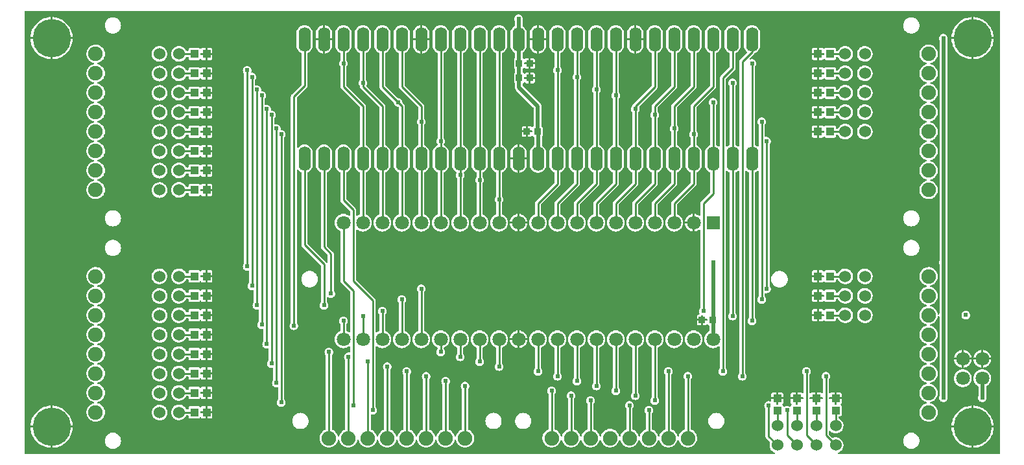
<source format=gbl>
G04 Layer: BottomLayer*
G04 EasyEDA v6.5.34, 2023-09-06 22:51:59*
G04 a86b413e394c4c25ad92b8d6a36629b7,5a6b42c53f6a479593ecc07194224c93,10*
G04 Gerber Generator version 0.2*
G04 Scale: 100 percent, Rotated: No, Reflected: No *
G04 Dimensions in millimeters *
G04 leading zeros omitted , absolute positions ,4 integer and 5 decimal *
%FSLAX45Y45*%
%MOMM*%

%AMMACRO1*21,1,$1,$2,0,0,$3*%
%ADD10C,0.5000*%
%ADD11C,0.2540*%
%ADD12MACRO1,0.8X0.9X0.0000*%
%ADD13MACRO1,1X1.1X-90.0000*%
%ADD14MACRO1,1X1.1X90.0000*%
%ADD15MACRO1,1X1.1X0.0000*%
%ADD16C,1.8000*%
%ADD17R,1.8000X1.8000*%
%ADD18O,1.6002X3.2004*%
%ADD19C,5.0000*%
%ADD20C,1.9000*%
%ADD21C,1.5240*%
%ADD22C,0.6096*%
%ADD23C,0.0126*%

%LPD*%
G36*
X12752781Y25400D02*
G01*
X10658856Y25501D01*
X10654995Y26263D01*
X10651693Y28448D01*
X10649508Y31750D01*
X10648696Y35610D01*
X10649458Y39471D01*
X10651642Y42773D01*
X10654893Y45008D01*
X10663224Y48564D01*
X10674959Y55473D01*
X10685678Y63957D01*
X10695178Y73761D01*
X10703255Y84734D01*
X10709808Y96672D01*
X10714685Y109423D01*
X10717885Y122682D01*
X10719257Y136245D01*
X10718800Y149860D01*
X10716514Y163322D01*
X10712450Y176326D01*
X10706709Y188722D01*
X10699394Y200202D01*
X10690606Y210616D01*
X10680496Y219760D01*
X10669219Y227482D01*
X10657078Y233629D01*
X10644174Y238099D01*
X10630814Y240842D01*
X10617200Y241757D01*
X10603585Y240842D01*
X10590225Y238099D01*
X10583722Y235864D01*
X10579963Y235305D01*
X10576306Y236118D01*
X10573207Y238252D01*
X10531805Y279654D01*
X10529570Y282956D01*
X10528808Y286867D01*
X10528808Y316230D01*
X10529570Y320141D01*
X10531805Y323443D01*
X10535158Y325628D01*
X10539069Y326390D01*
X10542981Y325577D01*
X10546283Y323291D01*
X10548721Y320751D01*
X10559440Y312318D01*
X10571175Y305358D01*
X10583722Y300024D01*
X10596880Y296418D01*
X10610392Y294589D01*
X10624007Y294589D01*
X10637520Y296418D01*
X10650677Y300024D01*
X10663224Y305358D01*
X10674959Y312318D01*
X10685678Y320751D01*
X10695178Y330555D01*
X10703255Y341528D01*
X10709808Y353517D01*
X10714685Y366217D01*
X10717885Y379476D01*
X10719257Y393039D01*
X10718800Y406704D01*
X10716514Y420116D01*
X10712450Y433171D01*
X10706709Y445516D01*
X10699394Y457047D01*
X10690606Y467461D01*
X10680496Y476605D01*
X10669219Y484327D01*
X10661396Y488289D01*
X10658449Y490524D01*
X10656468Y493674D01*
X10655808Y497332D01*
X10655808Y507034D01*
X10656570Y510946D01*
X10658805Y514248D01*
X10662107Y516432D01*
X10665968Y517194D01*
X10671606Y517194D01*
X10677956Y517906D01*
X10683392Y519836D01*
X10688320Y522884D01*
X10692384Y526999D01*
X10695482Y531876D01*
X10697413Y537362D01*
X10698124Y543661D01*
X10698124Y642518D01*
X10697413Y648868D01*
X10695482Y654304D01*
X10692384Y659231D01*
X10688320Y663295D01*
X10686440Y664514D01*
X10683494Y667308D01*
X10681868Y671068D01*
X10681868Y675132D01*
X10683494Y678891D01*
X10686440Y681685D01*
X10688320Y682904D01*
X10692384Y686968D01*
X10695482Y691896D01*
X10697413Y697331D01*
X10698124Y703681D01*
X10698124Y740410D01*
X10629900Y740410D01*
X10629900Y679196D01*
X10629138Y675284D01*
X10626902Y671982D01*
X10623651Y669798D01*
X10619740Y669036D01*
X10614660Y669036D01*
X10610748Y669798D01*
X10607497Y671982D01*
X10605262Y675284D01*
X10604500Y679196D01*
X10604500Y740410D01*
X10538968Y740410D01*
X10535056Y741172D01*
X10531805Y743356D01*
X10529570Y746658D01*
X10528808Y750570D01*
X10528808Y755650D01*
X10529570Y759510D01*
X10531805Y762812D01*
X10535056Y765048D01*
X10538968Y765810D01*
X10604500Y765810D01*
X10604500Y829005D01*
X10562793Y829005D01*
X10556443Y828294D01*
X10551007Y826363D01*
X10542778Y821131D01*
X10538917Y820369D01*
X10535056Y821182D01*
X10531754Y823366D01*
X10529570Y826668D01*
X10528808Y830529D01*
X10528808Y996391D01*
X10529570Y1000302D01*
X10531805Y1003604D01*
X10533380Y1005179D01*
X10539018Y1013206D01*
X10543133Y1022146D01*
X10545673Y1031595D01*
X10546537Y1041400D01*
X10545673Y1051204D01*
X10543133Y1060653D01*
X10539018Y1069594D01*
X10533380Y1077620D01*
X10526420Y1084580D01*
X10518394Y1090218D01*
X10509453Y1094333D01*
X10500004Y1096873D01*
X10490200Y1097737D01*
X10480395Y1096873D01*
X10470946Y1094333D01*
X10462006Y1090218D01*
X10453979Y1084580D01*
X10447020Y1077620D01*
X10441381Y1069594D01*
X10437266Y1060653D01*
X10434726Y1051204D01*
X10433862Y1041400D01*
X10434726Y1031595D01*
X10437266Y1022146D01*
X10441381Y1013206D01*
X10447020Y1005179D01*
X10448594Y1003604D01*
X10450830Y1000302D01*
X10451592Y996391D01*
X10451592Y830529D01*
X10450830Y826668D01*
X10448645Y823366D01*
X10445343Y821182D01*
X10441482Y820369D01*
X10437622Y821131D01*
X10429392Y826363D01*
X10423956Y828294D01*
X10417606Y829005D01*
X10375900Y829005D01*
X10375900Y765810D01*
X10441432Y765810D01*
X10445343Y764997D01*
X10448594Y762812D01*
X10450830Y759510D01*
X10451592Y755650D01*
X10451592Y750570D01*
X10450830Y746658D01*
X10448594Y743356D01*
X10445343Y741172D01*
X10441432Y740410D01*
X10375900Y740410D01*
X10375900Y679145D01*
X10375138Y675284D01*
X10372902Y671982D01*
X10369651Y669798D01*
X10365740Y668985D01*
X10360660Y668985D01*
X10356748Y669798D01*
X10353497Y671982D01*
X10351262Y675284D01*
X10350500Y679145D01*
X10350500Y740410D01*
X10284968Y740410D01*
X10281056Y741172D01*
X10277805Y743356D01*
X10275570Y746658D01*
X10274808Y750570D01*
X10274808Y755650D01*
X10275570Y759510D01*
X10277805Y762812D01*
X10281056Y764997D01*
X10284968Y765810D01*
X10350500Y765810D01*
X10350500Y829005D01*
X10308793Y829005D01*
X10302443Y828294D01*
X10297007Y826363D01*
X10288778Y821131D01*
X10284917Y820369D01*
X10281056Y821182D01*
X10277754Y823366D01*
X10275570Y826668D01*
X10274808Y830529D01*
X10274808Y1059891D01*
X10275570Y1063802D01*
X10277805Y1067104D01*
X10279380Y1068679D01*
X10285018Y1076706D01*
X10289133Y1085646D01*
X10291673Y1095095D01*
X10292537Y1104900D01*
X10291673Y1114704D01*
X10289133Y1124153D01*
X10285018Y1133094D01*
X10279380Y1141120D01*
X10272420Y1148080D01*
X10264394Y1153718D01*
X10255453Y1157833D01*
X10246004Y1160373D01*
X10236200Y1161237D01*
X10226395Y1160373D01*
X10216946Y1157833D01*
X10208006Y1153718D01*
X10199979Y1148080D01*
X10193020Y1141120D01*
X10187381Y1133094D01*
X10183266Y1124153D01*
X10180726Y1114704D01*
X10179862Y1104900D01*
X10180726Y1095095D01*
X10183266Y1085646D01*
X10187381Y1076706D01*
X10193020Y1068679D01*
X10194594Y1067104D01*
X10196830Y1063802D01*
X10197592Y1059891D01*
X10197592Y830529D01*
X10196830Y826668D01*
X10194645Y823366D01*
X10191343Y821182D01*
X10187482Y820369D01*
X10183622Y821131D01*
X10175392Y826363D01*
X10169956Y828294D01*
X10163606Y829005D01*
X10121900Y829005D01*
X10121900Y765810D01*
X10187432Y765810D01*
X10191343Y764997D01*
X10194594Y762812D01*
X10196830Y759510D01*
X10197592Y755650D01*
X10197592Y750570D01*
X10196830Y746658D01*
X10194594Y743356D01*
X10191343Y741172D01*
X10187432Y740410D01*
X10121900Y740410D01*
X10121900Y679145D01*
X10121138Y675284D01*
X10118902Y671982D01*
X10115651Y669798D01*
X10111740Y668985D01*
X10106660Y668985D01*
X10102748Y669798D01*
X10099497Y671982D01*
X10097262Y675284D01*
X10096500Y679145D01*
X10096500Y740410D01*
X10028275Y740410D01*
X10028275Y703681D01*
X10028986Y697331D01*
X10030917Y691896D01*
X10034016Y686968D01*
X10038080Y682904D01*
X10039959Y681685D01*
X10042906Y678891D01*
X10044531Y675132D01*
X10044531Y671068D01*
X10042906Y667308D01*
X10039959Y664514D01*
X10038080Y663295D01*
X10034016Y659231D01*
X10030917Y654304D01*
X10028885Y648512D01*
X10027005Y645261D01*
X10024110Y642924D01*
X10020604Y641756D01*
X10016845Y642010D01*
X10013442Y643534D01*
X10010394Y645718D01*
X10001453Y649833D01*
X9992004Y652373D01*
X9982200Y653237D01*
X9972395Y652373D01*
X9962946Y649833D01*
X9954006Y645718D01*
X9950958Y643534D01*
X9947554Y642010D01*
X9943795Y641756D01*
X9940290Y642924D01*
X9937394Y645261D01*
X9935514Y648512D01*
X9933482Y654304D01*
X9930384Y659231D01*
X9926320Y663295D01*
X9924440Y664514D01*
X9921494Y667308D01*
X9919868Y671068D01*
X9919868Y675132D01*
X9921494Y678891D01*
X9924440Y681685D01*
X9926320Y682904D01*
X9930384Y686968D01*
X9933482Y691896D01*
X9935413Y697331D01*
X9936124Y703681D01*
X9936124Y740410D01*
X9867900Y740410D01*
X9867900Y679145D01*
X9867138Y675284D01*
X9864902Y671982D01*
X9861651Y669798D01*
X9857740Y668985D01*
X9852660Y668985D01*
X9848748Y669798D01*
X9845497Y671982D01*
X9843262Y675284D01*
X9842500Y679145D01*
X9842500Y740410D01*
X9774275Y740410D01*
X9774275Y722731D01*
X9773615Y719074D01*
X9771684Y715873D01*
X9768687Y713638D01*
X9765131Y712622D01*
X9761423Y712927D01*
X9750653Y715873D01*
X9740900Y716737D01*
X9731095Y715873D01*
X9721646Y713333D01*
X9712706Y709218D01*
X9704679Y703580D01*
X9697720Y696620D01*
X9692081Y688594D01*
X9687966Y679653D01*
X9685426Y670204D01*
X9684562Y660400D01*
X9685426Y650595D01*
X9687966Y641146D01*
X9692081Y632206D01*
X9697720Y624179D01*
X9699294Y622604D01*
X9701530Y619302D01*
X9702292Y615391D01*
X9702292Y254457D01*
X9703104Y246430D01*
X9705289Y239217D01*
X9708845Y232511D01*
X9713976Y226314D01*
X9756546Y183692D01*
X9758629Y180695D01*
X9759492Y177139D01*
X9759086Y173532D01*
X9755886Y163322D01*
X9753650Y149860D01*
X9753193Y136245D01*
X9754565Y122682D01*
X9757714Y109423D01*
X9762591Y96672D01*
X9769144Y84734D01*
X9777272Y73761D01*
X9786721Y63957D01*
X9797440Y55473D01*
X9809175Y48564D01*
X9817455Y45059D01*
X9820706Y42824D01*
X9822891Y39522D01*
X9823653Y35610D01*
X9822840Y31750D01*
X9820656Y28498D01*
X9817354Y26314D01*
X9813493Y25501D01*
X36068Y25908D01*
X32156Y26670D01*
X28905Y28905D01*
X26670Y32156D01*
X25908Y36068D01*
X25908Y5805424D01*
X26670Y5809335D01*
X28905Y5812637D01*
X32156Y5814822D01*
X36068Y5815584D01*
X12752832Y5815584D01*
X12756692Y5814822D01*
X12759994Y5812586D01*
X12762179Y5809284D01*
X12762992Y5805424D01*
X12762992Y35560D01*
X12762179Y31699D01*
X12759994Y28397D01*
X12756692Y26162D01*
G37*

%LPC*%
G36*
X1181100Y5521655D02*
G01*
X1194917Y5522518D01*
X1208481Y5525262D01*
X1221638Y5529681D01*
X1234033Y5535828D01*
X1245565Y5543499D01*
X1255979Y5552643D01*
X1265123Y5563057D01*
X1272794Y5574588D01*
X1278940Y5586984D01*
X1283360Y5600141D01*
X1286103Y5613704D01*
X1286967Y5627522D01*
X1286103Y5641340D01*
X1283360Y5654903D01*
X1278940Y5668060D01*
X1272794Y5680456D01*
X1265123Y5691987D01*
X1255979Y5702401D01*
X1245565Y5711545D01*
X1234033Y5719216D01*
X1221638Y5725363D01*
X1208481Y5729782D01*
X1194917Y5732526D01*
X1181100Y5733389D01*
X1167282Y5732526D01*
X1153718Y5729782D01*
X1140561Y5725363D01*
X1128166Y5719216D01*
X1116634Y5711545D01*
X1106220Y5702401D01*
X1097076Y5691987D01*
X1089406Y5680456D01*
X1083259Y5668060D01*
X1078839Y5654903D01*
X1076096Y5641340D01*
X1075232Y5627522D01*
X1076096Y5613704D01*
X1078839Y5600141D01*
X1083259Y5586984D01*
X1089406Y5574588D01*
X1097076Y5563057D01*
X1106220Y5552643D01*
X1116634Y5543499D01*
X1128166Y5535828D01*
X1140561Y5529681D01*
X1153718Y5525262D01*
X1167282Y5522518D01*
G37*
G36*
X11605006Y91592D02*
G01*
X11618823Y92506D01*
X11632387Y95199D01*
X11645544Y99669D01*
X11657939Y105765D01*
X11669471Y113487D01*
X11679885Y122631D01*
X11689029Y133045D01*
X11696700Y144526D01*
X11702846Y156972D01*
X11707266Y170078D01*
X11710009Y183642D01*
X11710873Y197459D01*
X11710009Y211328D01*
X11707266Y224891D01*
X11702846Y237998D01*
X11696700Y250444D01*
X11689029Y261924D01*
X11679885Y272338D01*
X11669471Y281482D01*
X11657939Y289204D01*
X11645544Y295300D01*
X11632387Y299770D01*
X11618823Y302463D01*
X11605006Y303377D01*
X11591188Y302463D01*
X11577624Y299770D01*
X11564467Y295300D01*
X11552072Y289204D01*
X11540540Y281482D01*
X11530126Y272338D01*
X11520982Y261924D01*
X11513312Y250444D01*
X11507165Y237998D01*
X11502745Y224891D01*
X11500002Y211328D01*
X11499138Y197459D01*
X11500002Y183642D01*
X11502745Y170078D01*
X11507165Y156972D01*
X11513312Y144526D01*
X11520982Y133045D01*
X11530126Y122631D01*
X11540540Y113487D01*
X11552072Y105765D01*
X11564467Y99669D01*
X11577624Y95199D01*
X11591188Y92506D01*
G37*
G36*
X1181100Y92151D02*
G01*
X1194917Y93014D01*
X1208481Y95758D01*
X1221638Y100177D01*
X1234033Y106324D01*
X1245565Y113995D01*
X1255979Y123139D01*
X1265123Y133553D01*
X1272794Y145084D01*
X1278940Y157480D01*
X1283360Y170637D01*
X1286103Y184200D01*
X1286967Y198018D01*
X1286103Y211836D01*
X1283360Y225399D01*
X1278940Y238556D01*
X1272794Y250952D01*
X1265123Y262483D01*
X1255979Y272897D01*
X1245565Y282041D01*
X1234033Y289712D01*
X1221638Y295859D01*
X1208481Y300278D01*
X1194917Y303022D01*
X1181100Y303885D01*
X1167282Y303022D01*
X1153718Y300278D01*
X1140561Y295859D01*
X1128166Y289712D01*
X1116634Y282041D01*
X1106220Y272897D01*
X1097076Y262483D01*
X1089406Y250952D01*
X1083259Y238556D01*
X1078839Y225399D01*
X1076096Y211836D01*
X1075232Y198018D01*
X1076096Y184200D01*
X1078839Y170637D01*
X1083259Y157480D01*
X1089406Y145084D01*
X1097076Y133553D01*
X1106220Y123139D01*
X1116634Y113995D01*
X1128166Y106324D01*
X1140561Y100177D01*
X1153718Y95758D01*
X1167282Y93014D01*
G37*
G36*
X12417806Y105054D02*
G01*
X12422428Y105156D01*
X12445390Y107543D01*
X12468098Y111861D01*
X12490348Y118110D01*
X12511989Y126136D01*
X12532918Y135991D01*
X12552934Y147523D01*
X12571882Y160731D01*
X12589713Y175463D01*
X12606223Y191617D01*
X12621310Y209092D01*
X12634925Y227787D01*
X12646863Y247599D01*
X12657124Y268274D01*
X12665659Y289763D01*
X12672314Y311861D01*
X12677140Y334467D01*
X12680035Y357428D01*
X12680442Y367792D01*
X12417806Y367792D01*
G37*
G36*
X12392406Y105105D02*
G01*
X12392406Y367792D01*
X12129516Y367792D01*
X12131395Y345897D01*
X12135205Y323138D01*
X12140996Y300736D01*
X12148566Y278942D01*
X12157964Y257810D01*
X12169089Y237591D01*
X12181890Y218338D01*
X12196267Y200202D01*
X12212066Y183388D01*
X12229236Y167894D01*
X12247626Y153924D01*
X12267133Y141579D01*
X12287605Y130860D01*
X12308941Y121920D01*
X12330887Y114757D01*
X12353391Y109474D01*
X12376251Y106121D01*
G37*
G36*
X393700Y105562D02*
G01*
X398322Y105664D01*
X421284Y108051D01*
X443992Y112369D01*
X466242Y118618D01*
X487934Y126644D01*
X508812Y136499D01*
X528828Y148031D01*
X547827Y161239D01*
X565607Y175971D01*
X582117Y192125D01*
X597204Y209600D01*
X610819Y228295D01*
X622757Y248107D01*
X633018Y268782D01*
X641553Y290271D01*
X648208Y312369D01*
X653034Y334975D01*
X655929Y357936D01*
X656336Y368300D01*
X393700Y368300D01*
G37*
G36*
X368300Y105613D02*
G01*
X368300Y368300D01*
X105410Y368300D01*
X107289Y346405D01*
X111150Y323646D01*
X116890Y301244D01*
X124460Y279450D01*
X133858Y258317D01*
X144983Y238099D01*
X157784Y218846D01*
X172161Y200710D01*
X187960Y183896D01*
X205130Y168402D01*
X223520Y154432D01*
X243027Y142087D01*
X263499Y131368D01*
X284835Y122428D01*
X306781Y115265D01*
X329285Y109982D01*
X352145Y106629D01*
G37*
G36*
X6908800Y110845D02*
G01*
X6923684Y111760D01*
X6938314Y114503D01*
X6952488Y118973D01*
X6966000Y125222D01*
X6978650Y133045D01*
X6990232Y142392D01*
X7000595Y153060D01*
X7009587Y164947D01*
X7017003Y177850D01*
X7022846Y191566D01*
X7026046Y202844D01*
X7028078Y206654D01*
X7031583Y209296D01*
X7035800Y210210D01*
X7040067Y209296D01*
X7043521Y206654D01*
X7045604Y202844D01*
X7048804Y191566D01*
X7054596Y177850D01*
X7062063Y164947D01*
X7071004Y153060D01*
X7081367Y142392D01*
X7092950Y133045D01*
X7105599Y125222D01*
X7119162Y118973D01*
X7133336Y114503D01*
X7147966Y111760D01*
X7162800Y110845D01*
X7177684Y111760D01*
X7192314Y114503D01*
X7206488Y118973D01*
X7220000Y125222D01*
X7232650Y133045D01*
X7244232Y142392D01*
X7254595Y153060D01*
X7263587Y164947D01*
X7271003Y177850D01*
X7276846Y191566D01*
X7280046Y202844D01*
X7282078Y206654D01*
X7285583Y209296D01*
X7289800Y210210D01*
X7294067Y209296D01*
X7297521Y206654D01*
X7299604Y202844D01*
X7302804Y191566D01*
X7308596Y177850D01*
X7316063Y164947D01*
X7325004Y153060D01*
X7335367Y142392D01*
X7346950Y133045D01*
X7359599Y125222D01*
X7373162Y118973D01*
X7387336Y114503D01*
X7401966Y111760D01*
X7416800Y110845D01*
X7431684Y111760D01*
X7446314Y114503D01*
X7460488Y118973D01*
X7474000Y125222D01*
X7486650Y133045D01*
X7498232Y142392D01*
X7508595Y153060D01*
X7517587Y164947D01*
X7525003Y177850D01*
X7530846Y191566D01*
X7534046Y202844D01*
X7536078Y206654D01*
X7539583Y209296D01*
X7543800Y210210D01*
X7548067Y209296D01*
X7551521Y206654D01*
X7553604Y202844D01*
X7556804Y191566D01*
X7562596Y177850D01*
X7570063Y164947D01*
X7579004Y153060D01*
X7589367Y142392D01*
X7600950Y133045D01*
X7613599Y125222D01*
X7627162Y118973D01*
X7641336Y114503D01*
X7655966Y111760D01*
X7670800Y110845D01*
X7685684Y111760D01*
X7700314Y114503D01*
X7714488Y118973D01*
X7728000Y125222D01*
X7740650Y133045D01*
X7752232Y142392D01*
X7762595Y153060D01*
X7771587Y164947D01*
X7779003Y177850D01*
X7784846Y191566D01*
X7788046Y202844D01*
X7790078Y206654D01*
X7793583Y209296D01*
X7797800Y210210D01*
X7802067Y209296D01*
X7805521Y206654D01*
X7807604Y202844D01*
X7810804Y191566D01*
X7816596Y177850D01*
X7824063Y164947D01*
X7833004Y153060D01*
X7843367Y142392D01*
X7854950Y133045D01*
X7867599Y125222D01*
X7881162Y118973D01*
X7895336Y114503D01*
X7909966Y111760D01*
X7924800Y110845D01*
X7939684Y111760D01*
X7954314Y114503D01*
X7968488Y118973D01*
X7982000Y125222D01*
X7994650Y133045D01*
X8006232Y142392D01*
X8016595Y153060D01*
X8025587Y164947D01*
X8033003Y177850D01*
X8038846Y191566D01*
X8042046Y202844D01*
X8044078Y206654D01*
X8047583Y209296D01*
X8051800Y210210D01*
X8056067Y209296D01*
X8059521Y206654D01*
X8061604Y202844D01*
X8064804Y191566D01*
X8070596Y177850D01*
X8078063Y164947D01*
X8087004Y153060D01*
X8097367Y142392D01*
X8108950Y133045D01*
X8121599Y125222D01*
X8135162Y118973D01*
X8149336Y114503D01*
X8163966Y111760D01*
X8178800Y110845D01*
X8193684Y111760D01*
X8208314Y114503D01*
X8222488Y118973D01*
X8236000Y125222D01*
X8248650Y133045D01*
X8260232Y142392D01*
X8270595Y153060D01*
X8279587Y164947D01*
X8287003Y177850D01*
X8292846Y191566D01*
X8296046Y202844D01*
X8298078Y206654D01*
X8301583Y209296D01*
X8305800Y210210D01*
X8310067Y209296D01*
X8313521Y206654D01*
X8315604Y202844D01*
X8318804Y191566D01*
X8324596Y177850D01*
X8332063Y164947D01*
X8341004Y153060D01*
X8351367Y142392D01*
X8362950Y133045D01*
X8375599Y125222D01*
X8389162Y118973D01*
X8403336Y114503D01*
X8417966Y111760D01*
X8432800Y110845D01*
X8447684Y111760D01*
X8462314Y114503D01*
X8476488Y118973D01*
X8490000Y125222D01*
X8502650Y133045D01*
X8514232Y142392D01*
X8524595Y153060D01*
X8533587Y164947D01*
X8541004Y177850D01*
X8546846Y191566D01*
X8550046Y202844D01*
X8552078Y206654D01*
X8555583Y209296D01*
X8559800Y210210D01*
X8564067Y209296D01*
X8567521Y206654D01*
X8569604Y202844D01*
X8572804Y191566D01*
X8578596Y177850D01*
X8586063Y164947D01*
X8595004Y153060D01*
X8605367Y142392D01*
X8616950Y133045D01*
X8629599Y125222D01*
X8643162Y118973D01*
X8657336Y114503D01*
X8671966Y111760D01*
X8686800Y110845D01*
X8701684Y111760D01*
X8716314Y114503D01*
X8730488Y118973D01*
X8744000Y125222D01*
X8756650Y133045D01*
X8768232Y142392D01*
X8778595Y153060D01*
X8787587Y164947D01*
X8795004Y177850D01*
X8800846Y191566D01*
X8804910Y205841D01*
X8807196Y220573D01*
X8807653Y235458D01*
X8806281Y250291D01*
X8803081Y264820D01*
X8798153Y278841D01*
X8791498Y292150D01*
X8783269Y304596D01*
X8773617Y315874D01*
X8762593Y325882D01*
X8750452Y334518D01*
X8737346Y341528D01*
X8731910Y343662D01*
X8728506Y345846D01*
X8726220Y349148D01*
X8725408Y353110D01*
X8725408Y996391D01*
X8726170Y1000302D01*
X8728405Y1003604D01*
X8729980Y1005179D01*
X8735618Y1013206D01*
X8739733Y1022146D01*
X8742273Y1031595D01*
X8743137Y1041400D01*
X8742273Y1051204D01*
X8739733Y1060653D01*
X8735618Y1069594D01*
X8729980Y1077620D01*
X8723020Y1084580D01*
X8714994Y1090218D01*
X8706053Y1094333D01*
X8696604Y1096873D01*
X8686800Y1097737D01*
X8676995Y1096873D01*
X8667546Y1094333D01*
X8658606Y1090218D01*
X8650579Y1084580D01*
X8643620Y1077620D01*
X8637981Y1069594D01*
X8633866Y1060653D01*
X8631326Y1051204D01*
X8630462Y1041400D01*
X8631326Y1031595D01*
X8633866Y1022146D01*
X8637981Y1013206D01*
X8643620Y1005179D01*
X8645194Y1003604D01*
X8647430Y1000302D01*
X8648192Y996391D01*
X8648192Y353110D01*
X8647379Y349148D01*
X8645093Y345846D01*
X8641689Y343662D01*
X8636304Y341528D01*
X8623198Y334518D01*
X8611006Y325882D01*
X8600033Y315874D01*
X8590330Y304596D01*
X8582101Y292150D01*
X8575497Y278841D01*
X8570518Y264820D01*
X8569756Y261162D01*
X8568182Y257556D01*
X8565388Y254812D01*
X8561781Y253339D01*
X8557869Y253339D01*
X8554262Y254812D01*
X8551468Y257556D01*
X8549894Y261162D01*
X8549081Y264820D01*
X8544153Y278841D01*
X8537498Y292150D01*
X8529269Y304596D01*
X8519617Y315874D01*
X8508593Y325882D01*
X8496452Y334518D01*
X8483346Y341528D01*
X8477910Y343662D01*
X8474506Y345846D01*
X8472220Y349148D01*
X8471408Y353110D01*
X8471408Y1059891D01*
X8472170Y1063802D01*
X8474405Y1067104D01*
X8475980Y1068679D01*
X8481618Y1076706D01*
X8485733Y1085646D01*
X8488273Y1095095D01*
X8489137Y1104900D01*
X8488273Y1114704D01*
X8485733Y1124153D01*
X8481618Y1133094D01*
X8475980Y1141120D01*
X8469020Y1148080D01*
X8460994Y1153718D01*
X8452053Y1157833D01*
X8442604Y1160373D01*
X8432800Y1161237D01*
X8422995Y1160373D01*
X8413546Y1157833D01*
X8404606Y1153718D01*
X8396579Y1148080D01*
X8389620Y1141120D01*
X8383981Y1133094D01*
X8379866Y1124153D01*
X8377326Y1114704D01*
X8376462Y1104900D01*
X8377326Y1095095D01*
X8379866Y1085646D01*
X8383981Y1076706D01*
X8389620Y1068679D01*
X8391194Y1067104D01*
X8393430Y1063802D01*
X8394192Y1059891D01*
X8394192Y353110D01*
X8393379Y349148D01*
X8391093Y345846D01*
X8387689Y343662D01*
X8382304Y341528D01*
X8369198Y334518D01*
X8357006Y325882D01*
X8346033Y315874D01*
X8336330Y304596D01*
X8328101Y292150D01*
X8321497Y278841D01*
X8316518Y264820D01*
X8315756Y261162D01*
X8314181Y257556D01*
X8311388Y254812D01*
X8307781Y253339D01*
X8303869Y253339D01*
X8300262Y254812D01*
X8297468Y257556D01*
X8295894Y261162D01*
X8295081Y264820D01*
X8290153Y278841D01*
X8283498Y292150D01*
X8275269Y304596D01*
X8265617Y315874D01*
X8254593Y325882D01*
X8242452Y334518D01*
X8229346Y341528D01*
X8223910Y343662D01*
X8220506Y345846D01*
X8218220Y349148D01*
X8217408Y353110D01*
X8217408Y551891D01*
X8218170Y555802D01*
X8220405Y559104D01*
X8221980Y560679D01*
X8227618Y568706D01*
X8231733Y577646D01*
X8234273Y587095D01*
X8235137Y596900D01*
X8234273Y606704D01*
X8231733Y616153D01*
X8227618Y625094D01*
X8221980Y633120D01*
X8215020Y640080D01*
X8206994Y645718D01*
X8198053Y649833D01*
X8188604Y652373D01*
X8178800Y653237D01*
X8168995Y652373D01*
X8159546Y649833D01*
X8150606Y645718D01*
X8142579Y640080D01*
X8135620Y633120D01*
X8129981Y625094D01*
X8125866Y616153D01*
X8123326Y606704D01*
X8122462Y596900D01*
X8123326Y587095D01*
X8125866Y577646D01*
X8129981Y568706D01*
X8135620Y560679D01*
X8137194Y559104D01*
X8139430Y555802D01*
X8140192Y551891D01*
X8140192Y353110D01*
X8139379Y349148D01*
X8137093Y345846D01*
X8133689Y343662D01*
X8128304Y341528D01*
X8115198Y334518D01*
X8103006Y325882D01*
X8092033Y315874D01*
X8082330Y304596D01*
X8074101Y292150D01*
X8067497Y278841D01*
X8062518Y264820D01*
X8061756Y261162D01*
X8060181Y257556D01*
X8057388Y254812D01*
X8053781Y253339D01*
X8049869Y253339D01*
X8046262Y254812D01*
X8043468Y257556D01*
X8041894Y261162D01*
X8041081Y264820D01*
X8036153Y278841D01*
X8029498Y292150D01*
X8021269Y304596D01*
X8011617Y315874D01*
X8000593Y325882D01*
X7988452Y334518D01*
X7975346Y341528D01*
X7969910Y343662D01*
X7966506Y345846D01*
X7964220Y349148D01*
X7963408Y353110D01*
X7963408Y615391D01*
X7964170Y619302D01*
X7966405Y622604D01*
X7967980Y624179D01*
X7973618Y632206D01*
X7977733Y641146D01*
X7980273Y650595D01*
X7981137Y660400D01*
X7980273Y670204D01*
X7977733Y679653D01*
X7973618Y688594D01*
X7967980Y696620D01*
X7961020Y703580D01*
X7952994Y709218D01*
X7944053Y713333D01*
X7934604Y715873D01*
X7924800Y716737D01*
X7914995Y715873D01*
X7905546Y713333D01*
X7896606Y709218D01*
X7888579Y703580D01*
X7881620Y696620D01*
X7875981Y688594D01*
X7871866Y679653D01*
X7869326Y670204D01*
X7868462Y660400D01*
X7869326Y650595D01*
X7871866Y641146D01*
X7875981Y632206D01*
X7881620Y624179D01*
X7883194Y622604D01*
X7885430Y619302D01*
X7886192Y615391D01*
X7886192Y353110D01*
X7885379Y349148D01*
X7883093Y345846D01*
X7879689Y343662D01*
X7874304Y341528D01*
X7861198Y334518D01*
X7849006Y325882D01*
X7838033Y315874D01*
X7828330Y304596D01*
X7820101Y292150D01*
X7813497Y278841D01*
X7808518Y264820D01*
X7807756Y261162D01*
X7806181Y257556D01*
X7803388Y254812D01*
X7799781Y253339D01*
X7795869Y253339D01*
X7792262Y254812D01*
X7789468Y257556D01*
X7787894Y261162D01*
X7787081Y264820D01*
X7782153Y278841D01*
X7775498Y292150D01*
X7767269Y304596D01*
X7757617Y315874D01*
X7746593Y325882D01*
X7734452Y334518D01*
X7721346Y341528D01*
X7707477Y346913D01*
X7693050Y350570D01*
X7678267Y352399D01*
X7663383Y352399D01*
X7648600Y350570D01*
X7634173Y346913D01*
X7620304Y341528D01*
X7607198Y334518D01*
X7595006Y325882D01*
X7584033Y315874D01*
X7574330Y304596D01*
X7566101Y292150D01*
X7559497Y278841D01*
X7554518Y264820D01*
X7553756Y261162D01*
X7552181Y257556D01*
X7549388Y254812D01*
X7545781Y253339D01*
X7541869Y253339D01*
X7538262Y254812D01*
X7535468Y257556D01*
X7533894Y261162D01*
X7533081Y264820D01*
X7528153Y278841D01*
X7521498Y292150D01*
X7513269Y304596D01*
X7503617Y315874D01*
X7492593Y325882D01*
X7480452Y334518D01*
X7467346Y341528D01*
X7461910Y343662D01*
X7458506Y345846D01*
X7456220Y349148D01*
X7455408Y353110D01*
X7455408Y678891D01*
X7456170Y682802D01*
X7458405Y686104D01*
X7459980Y687679D01*
X7465618Y695706D01*
X7469733Y704646D01*
X7472273Y714095D01*
X7473137Y723900D01*
X7472273Y733704D01*
X7469733Y743153D01*
X7465618Y752094D01*
X7459980Y760120D01*
X7453020Y767080D01*
X7444994Y772718D01*
X7436053Y776833D01*
X7426604Y779373D01*
X7416800Y780237D01*
X7406995Y779373D01*
X7397546Y776833D01*
X7388606Y772718D01*
X7380579Y767080D01*
X7373620Y760120D01*
X7367981Y752094D01*
X7363866Y743153D01*
X7361326Y733704D01*
X7360462Y723900D01*
X7361326Y714095D01*
X7363866Y704646D01*
X7367981Y695706D01*
X7373620Y687679D01*
X7375194Y686104D01*
X7377430Y682802D01*
X7378192Y678891D01*
X7378192Y353110D01*
X7377379Y349148D01*
X7375093Y345846D01*
X7371689Y343662D01*
X7366304Y341528D01*
X7353198Y334518D01*
X7341006Y325882D01*
X7330033Y315874D01*
X7320330Y304596D01*
X7312101Y292150D01*
X7305497Y278841D01*
X7300518Y264820D01*
X7299756Y261162D01*
X7298181Y257556D01*
X7295388Y254812D01*
X7291781Y253339D01*
X7287869Y253339D01*
X7284262Y254812D01*
X7281468Y257556D01*
X7279894Y261162D01*
X7279081Y264820D01*
X7274153Y278841D01*
X7267498Y292150D01*
X7259269Y304596D01*
X7249617Y315874D01*
X7238593Y325882D01*
X7226452Y334518D01*
X7213346Y341528D01*
X7207910Y343662D01*
X7204506Y345846D01*
X7202220Y349148D01*
X7201408Y353110D01*
X7201408Y742391D01*
X7202170Y746302D01*
X7204405Y749604D01*
X7205980Y751179D01*
X7211618Y759206D01*
X7215733Y768146D01*
X7218273Y777595D01*
X7219137Y787400D01*
X7218273Y797204D01*
X7215733Y806653D01*
X7211618Y815594D01*
X7205980Y823620D01*
X7199020Y830580D01*
X7190994Y836218D01*
X7182053Y840333D01*
X7172604Y842873D01*
X7162800Y843737D01*
X7152995Y842873D01*
X7143546Y840333D01*
X7134606Y836218D01*
X7126579Y830580D01*
X7119620Y823620D01*
X7113981Y815594D01*
X7109866Y806653D01*
X7107326Y797204D01*
X7106462Y787400D01*
X7107326Y777595D01*
X7109866Y768146D01*
X7113981Y759206D01*
X7119620Y751179D01*
X7121194Y749604D01*
X7123430Y746302D01*
X7124192Y742391D01*
X7124192Y353110D01*
X7123379Y349148D01*
X7121093Y345846D01*
X7117689Y343662D01*
X7112304Y341528D01*
X7099198Y334518D01*
X7087006Y325882D01*
X7076033Y315874D01*
X7066330Y304596D01*
X7058101Y292150D01*
X7051497Y278841D01*
X7046518Y264820D01*
X7045756Y261162D01*
X7044181Y257556D01*
X7041388Y254812D01*
X7037781Y253339D01*
X7033869Y253339D01*
X7030262Y254812D01*
X7027468Y257556D01*
X7025894Y261162D01*
X7025081Y264820D01*
X7020153Y278841D01*
X7013498Y292150D01*
X7005269Y304596D01*
X6995617Y315874D01*
X6984593Y325882D01*
X6972452Y334518D01*
X6959346Y341528D01*
X6953910Y343662D01*
X6950506Y345846D01*
X6948220Y349148D01*
X6947408Y353110D01*
X6947408Y805891D01*
X6948170Y809802D01*
X6950405Y813104D01*
X6951980Y814679D01*
X6957618Y822706D01*
X6961733Y831646D01*
X6964273Y841095D01*
X6965137Y850900D01*
X6964273Y860704D01*
X6961733Y870153D01*
X6957618Y879094D01*
X6951980Y887120D01*
X6945020Y894080D01*
X6936994Y899718D01*
X6928053Y903833D01*
X6918604Y906373D01*
X6908800Y907237D01*
X6898995Y906373D01*
X6889546Y903833D01*
X6880606Y899718D01*
X6872579Y894080D01*
X6865620Y887120D01*
X6859981Y879094D01*
X6855866Y870153D01*
X6853326Y860704D01*
X6852462Y850900D01*
X6853326Y841095D01*
X6855866Y831646D01*
X6859981Y822706D01*
X6865620Y814679D01*
X6867194Y813104D01*
X6869430Y809802D01*
X6870192Y805891D01*
X6870192Y353110D01*
X6869379Y349148D01*
X6867093Y345846D01*
X6863689Y343662D01*
X6858304Y341528D01*
X6845198Y334518D01*
X6833006Y325882D01*
X6822033Y315874D01*
X6812330Y304596D01*
X6804101Y292150D01*
X6797497Y278841D01*
X6792518Y264820D01*
X6789369Y250291D01*
X6787997Y235458D01*
X6788454Y220573D01*
X6790740Y205841D01*
X6794804Y191566D01*
X6800596Y177850D01*
X6808063Y164947D01*
X6817004Y153060D01*
X6827367Y142392D01*
X6838950Y133045D01*
X6851599Y125222D01*
X6865162Y118973D01*
X6879336Y114503D01*
X6893966Y111760D01*
G37*
G36*
X11605006Y5521096D02*
G01*
X11618823Y5522010D01*
X11632387Y5524703D01*
X11645493Y5529173D01*
X11657939Y5535269D01*
X11669420Y5542991D01*
X11679834Y5552135D01*
X11688978Y5562549D01*
X11696700Y5574030D01*
X11702796Y5586476D01*
X11707266Y5599582D01*
X11709958Y5613146D01*
X11710873Y5626963D01*
X11709958Y5640832D01*
X11707266Y5654395D01*
X11702796Y5667502D01*
X11696700Y5679948D01*
X11688978Y5691428D01*
X11679834Y5701842D01*
X11669420Y5710986D01*
X11657939Y5718708D01*
X11645493Y5724804D01*
X11632387Y5729274D01*
X11618823Y5731967D01*
X11605006Y5732881D01*
X11591137Y5731967D01*
X11577574Y5729274D01*
X11564467Y5724804D01*
X11552021Y5718708D01*
X11540540Y5710986D01*
X11530126Y5701842D01*
X11520982Y5691428D01*
X11513261Y5679948D01*
X11507165Y5667502D01*
X11502694Y5654395D01*
X11500002Y5640832D01*
X11499088Y5626963D01*
X11500002Y5613146D01*
X11502694Y5599582D01*
X11507165Y5586476D01*
X11513261Y5574030D01*
X11520982Y5562549D01*
X11530126Y5552135D01*
X11540540Y5542991D01*
X11552021Y5535269D01*
X11564467Y5529173D01*
X11577574Y5524703D01*
X11591137Y5522010D01*
G37*
G36*
X105410Y5473700D02*
G01*
X368300Y5473700D01*
X368300Y5736386D01*
X352145Y5735370D01*
X329285Y5732018D01*
X306781Y5726734D01*
X284835Y5719572D01*
X263499Y5710631D01*
X243027Y5699912D01*
X223520Y5687568D01*
X205130Y5673598D01*
X187960Y5658104D01*
X172161Y5641289D01*
X157784Y5623153D01*
X144983Y5603900D01*
X133858Y5583682D01*
X124460Y5562549D01*
X116890Y5540756D01*
X111150Y5518353D01*
X107289Y5495594D01*
G37*
G36*
X393700Y5473700D02*
G01*
X656336Y5473700D01*
X655929Y5484063D01*
X653034Y5507024D01*
X648208Y5529630D01*
X641553Y5551728D01*
X633018Y5573217D01*
X622757Y5593892D01*
X610819Y5613704D01*
X597204Y5632348D01*
X582117Y5649874D01*
X565607Y5666028D01*
X547827Y5680760D01*
X528828Y5693968D01*
X508812Y5705500D01*
X487934Y5715355D01*
X466242Y5723382D01*
X443992Y5729630D01*
X421284Y5733948D01*
X398322Y5736336D01*
X393700Y5736437D01*
G37*
G36*
X12129516Y5473192D02*
G01*
X12392406Y5473192D01*
X12392406Y5735878D01*
X12376251Y5734862D01*
X12353391Y5731510D01*
X12330887Y5726226D01*
X12308941Y5719114D01*
X12287605Y5710123D01*
X12267133Y5699455D01*
X12247626Y5687060D01*
X12229236Y5673090D01*
X12212066Y5657596D01*
X12196267Y5640781D01*
X12181890Y5622645D01*
X12169089Y5603443D01*
X12157964Y5583174D01*
X12148566Y5562041D01*
X12140996Y5540248D01*
X12135256Y5517845D01*
X12131395Y5495086D01*
G37*
G36*
X12417806Y5473192D02*
G01*
X12680442Y5473192D01*
X12680035Y5483606D01*
X12677140Y5506516D01*
X12672314Y5529122D01*
X12665659Y5551220D01*
X12657124Y5572709D01*
X12646863Y5593435D01*
X12634925Y5613196D01*
X12621310Y5631891D01*
X12606223Y5649366D01*
X12589713Y5665520D01*
X12571933Y5680252D01*
X12552934Y5693460D01*
X12532918Y5704992D01*
X12512040Y5714847D01*
X12490348Y5722874D01*
X12468098Y5729122D01*
X12445390Y5733440D01*
X12422428Y5735828D01*
X12417806Y5735929D01*
G37*
G36*
X3949700Y5458866D02*
G01*
X4042918Y5458866D01*
X4042918Y5525871D01*
X4042003Y5540044D01*
X4039260Y5553608D01*
X4034840Y5566714D01*
X4028694Y5579160D01*
X4021023Y5590641D01*
X4011879Y5601055D01*
X4001465Y5610199D01*
X3989933Y5617921D01*
X3977538Y5624017D01*
X3964381Y5628487D01*
X3949700Y5631281D01*
G37*
G36*
X6743700Y5458866D02*
G01*
X6836918Y5458866D01*
X6836918Y5525871D01*
X6836003Y5540044D01*
X6833260Y5553608D01*
X6828840Y5566714D01*
X6822694Y5579160D01*
X6815023Y5590641D01*
X6805879Y5601055D01*
X6795465Y5610199D01*
X6783933Y5617921D01*
X6771538Y5624017D01*
X6758381Y5628487D01*
X6743700Y5631281D01*
G37*
G36*
X4000500Y110845D02*
G01*
X4015384Y111760D01*
X4030014Y114452D01*
X4044187Y118973D01*
X4057700Y125222D01*
X4070350Y133045D01*
X4081983Y142392D01*
X4092346Y153060D01*
X4101287Y164947D01*
X4108754Y177800D01*
X4114546Y191516D01*
X4117746Y202793D01*
X4119829Y206654D01*
X4123283Y209245D01*
X4127500Y210210D01*
X4131767Y209245D01*
X4135221Y206654D01*
X4137304Y202793D01*
X4140504Y191516D01*
X4146296Y177800D01*
X4153763Y164947D01*
X4162704Y153060D01*
X4173067Y142392D01*
X4184650Y133045D01*
X4197350Y125222D01*
X4210862Y118973D01*
X4225036Y114452D01*
X4239666Y111760D01*
X4254500Y110845D01*
X4269384Y111760D01*
X4284014Y114452D01*
X4298188Y118973D01*
X4311700Y125222D01*
X4324350Y133045D01*
X4335983Y142392D01*
X4346346Y153060D01*
X4355287Y164947D01*
X4362754Y177800D01*
X4368546Y191516D01*
X4371746Y202793D01*
X4373829Y206654D01*
X4377283Y209245D01*
X4381500Y210210D01*
X4385767Y209245D01*
X4389221Y206654D01*
X4391304Y202793D01*
X4394504Y191516D01*
X4400296Y177800D01*
X4407763Y164947D01*
X4416704Y153060D01*
X4427067Y142392D01*
X4438650Y133045D01*
X4451350Y125222D01*
X4464862Y118973D01*
X4479036Y114452D01*
X4493666Y111760D01*
X4508500Y110845D01*
X4523384Y111760D01*
X4538014Y114452D01*
X4552188Y118973D01*
X4565700Y125222D01*
X4578350Y133045D01*
X4589983Y142392D01*
X4600346Y153060D01*
X4609287Y164947D01*
X4616754Y177800D01*
X4622546Y191516D01*
X4625746Y202793D01*
X4627829Y206654D01*
X4631283Y209245D01*
X4635500Y210210D01*
X4639767Y209245D01*
X4643221Y206654D01*
X4645304Y202793D01*
X4648504Y191516D01*
X4654296Y177800D01*
X4661763Y164947D01*
X4670704Y153060D01*
X4681067Y142392D01*
X4692650Y133045D01*
X4705350Y125222D01*
X4718862Y118973D01*
X4733036Y114452D01*
X4747666Y111760D01*
X4762500Y110845D01*
X4777384Y111760D01*
X4792014Y114452D01*
X4806188Y118973D01*
X4819700Y125222D01*
X4832350Y133045D01*
X4843983Y142392D01*
X4854346Y153060D01*
X4863287Y164947D01*
X4870754Y177800D01*
X4876546Y191516D01*
X4879746Y202793D01*
X4881829Y206654D01*
X4885283Y209245D01*
X4889500Y210210D01*
X4893767Y209245D01*
X4897221Y206654D01*
X4899304Y202793D01*
X4902504Y191516D01*
X4908296Y177800D01*
X4915763Y164947D01*
X4924704Y153060D01*
X4935067Y142392D01*
X4946650Y133045D01*
X4959350Y125222D01*
X4972862Y118973D01*
X4987036Y114452D01*
X5001666Y111760D01*
X5016500Y110845D01*
X5031384Y111760D01*
X5046014Y114452D01*
X5060188Y118973D01*
X5073700Y125222D01*
X5086350Y133045D01*
X5097983Y142392D01*
X5108346Y153060D01*
X5117287Y164947D01*
X5124754Y177800D01*
X5130546Y191516D01*
X5133746Y202793D01*
X5135829Y206654D01*
X5139283Y209245D01*
X5143500Y210210D01*
X5147767Y209245D01*
X5151221Y206654D01*
X5153304Y202793D01*
X5156504Y191516D01*
X5162296Y177800D01*
X5169763Y164947D01*
X5178704Y153060D01*
X5189067Y142392D01*
X5200650Y133045D01*
X5213350Y125222D01*
X5226862Y118973D01*
X5241036Y114452D01*
X5255666Y111760D01*
X5270500Y110845D01*
X5285384Y111760D01*
X5300014Y114452D01*
X5314188Y118973D01*
X5327700Y125222D01*
X5340350Y133045D01*
X5351983Y142392D01*
X5362346Y153060D01*
X5371287Y164947D01*
X5378754Y177800D01*
X5384546Y191516D01*
X5387746Y202793D01*
X5389829Y206654D01*
X5393283Y209245D01*
X5397500Y210210D01*
X5401767Y209245D01*
X5405221Y206654D01*
X5407304Y202793D01*
X5410504Y191516D01*
X5416296Y177800D01*
X5423763Y164947D01*
X5432704Y153060D01*
X5443067Y142392D01*
X5454650Y133045D01*
X5467350Y125222D01*
X5480862Y118973D01*
X5495036Y114452D01*
X5509666Y111760D01*
X5524500Y110845D01*
X5539384Y111760D01*
X5554014Y114452D01*
X5568188Y118973D01*
X5581700Y125222D01*
X5594350Y133045D01*
X5605983Y142392D01*
X5616346Y153060D01*
X5625287Y164947D01*
X5632754Y177800D01*
X5638546Y191516D01*
X5641746Y202793D01*
X5643829Y206654D01*
X5647283Y209245D01*
X5651500Y210210D01*
X5655767Y209245D01*
X5659221Y206654D01*
X5661304Y202793D01*
X5664504Y191516D01*
X5670296Y177800D01*
X5677763Y164947D01*
X5686704Y153060D01*
X5697067Y142392D01*
X5708650Y133045D01*
X5721350Y125222D01*
X5734862Y118973D01*
X5749036Y114452D01*
X5763666Y111760D01*
X5778500Y110845D01*
X5793384Y111760D01*
X5808014Y114452D01*
X5822188Y118973D01*
X5835700Y125222D01*
X5848350Y133045D01*
X5859983Y142392D01*
X5870346Y153060D01*
X5879287Y164947D01*
X5886754Y177800D01*
X5892546Y191516D01*
X5896610Y205841D01*
X5898896Y220573D01*
X5899353Y235407D01*
X5897981Y250240D01*
X5894781Y264769D01*
X5889853Y278841D01*
X5883198Y292150D01*
X5874969Y304546D01*
X5865317Y315874D01*
X5854293Y325882D01*
X5842152Y334467D01*
X5829046Y341528D01*
X5823610Y343662D01*
X5820206Y345846D01*
X5817920Y349148D01*
X5817108Y353110D01*
X5817108Y869391D01*
X5817870Y873302D01*
X5820105Y876604D01*
X5821680Y878179D01*
X5827318Y886206D01*
X5831433Y895146D01*
X5833973Y904595D01*
X5834837Y914400D01*
X5833973Y924204D01*
X5831433Y933653D01*
X5827318Y942594D01*
X5821680Y950620D01*
X5814720Y957580D01*
X5806694Y963218D01*
X5797753Y967333D01*
X5788304Y969873D01*
X5778500Y970737D01*
X5768695Y969873D01*
X5759246Y967333D01*
X5750306Y963218D01*
X5742279Y957580D01*
X5735320Y950620D01*
X5729681Y942594D01*
X5725566Y933653D01*
X5723026Y924204D01*
X5722162Y914400D01*
X5723026Y904595D01*
X5725566Y895146D01*
X5729681Y886206D01*
X5735320Y878179D01*
X5736894Y876604D01*
X5739130Y873302D01*
X5739892Y869391D01*
X5739892Y353110D01*
X5739079Y349148D01*
X5736793Y345795D01*
X5733389Y343611D01*
X5728004Y341528D01*
X5714898Y334467D01*
X5702757Y325882D01*
X5691733Y315874D01*
X5682030Y304546D01*
X5673852Y292150D01*
X5667197Y278841D01*
X5662269Y264769D01*
X5661456Y261112D01*
X5659882Y257556D01*
X5657088Y254812D01*
X5653481Y253339D01*
X5649569Y253339D01*
X5645962Y254812D01*
X5643168Y257556D01*
X5641594Y261112D01*
X5640781Y264769D01*
X5635853Y278841D01*
X5629198Y292150D01*
X5620969Y304546D01*
X5611317Y315874D01*
X5600293Y325882D01*
X5588152Y334467D01*
X5575046Y341528D01*
X5569610Y343662D01*
X5566206Y345846D01*
X5563920Y349148D01*
X5563108Y353110D01*
X5563108Y932891D01*
X5563870Y936802D01*
X5566105Y940104D01*
X5567680Y941679D01*
X5573318Y949706D01*
X5577433Y958646D01*
X5579973Y968095D01*
X5580837Y977900D01*
X5579973Y987704D01*
X5577433Y997153D01*
X5573318Y1006094D01*
X5567680Y1014120D01*
X5560720Y1021080D01*
X5552694Y1026718D01*
X5543753Y1030833D01*
X5534304Y1033373D01*
X5524500Y1034237D01*
X5514695Y1033373D01*
X5505246Y1030833D01*
X5496306Y1026718D01*
X5488279Y1021080D01*
X5481320Y1014120D01*
X5475681Y1006094D01*
X5471566Y997153D01*
X5469026Y987704D01*
X5468162Y977900D01*
X5469026Y968095D01*
X5471566Y958646D01*
X5475681Y949706D01*
X5481320Y941679D01*
X5482894Y940104D01*
X5485130Y936802D01*
X5485892Y932891D01*
X5485892Y353110D01*
X5485079Y349148D01*
X5482793Y345795D01*
X5479389Y343611D01*
X5474004Y341528D01*
X5460898Y334467D01*
X5448757Y325882D01*
X5437733Y315874D01*
X5428030Y304546D01*
X5419852Y292150D01*
X5413197Y278841D01*
X5408269Y264769D01*
X5407456Y261112D01*
X5405882Y257556D01*
X5403088Y254812D01*
X5399481Y253339D01*
X5395569Y253339D01*
X5391962Y254812D01*
X5389168Y257556D01*
X5387594Y261112D01*
X5386781Y264769D01*
X5381853Y278841D01*
X5375198Y292150D01*
X5366969Y304546D01*
X5357317Y315874D01*
X5346293Y325882D01*
X5334152Y334467D01*
X5321046Y341528D01*
X5315610Y343662D01*
X5312206Y345846D01*
X5309920Y349148D01*
X5309108Y353110D01*
X5309108Y996391D01*
X5309870Y1000302D01*
X5312105Y1003604D01*
X5313680Y1005179D01*
X5319318Y1013206D01*
X5323433Y1022146D01*
X5325973Y1031595D01*
X5326837Y1041400D01*
X5325973Y1051204D01*
X5323433Y1060653D01*
X5319318Y1069594D01*
X5313680Y1077620D01*
X5306720Y1084580D01*
X5298694Y1090218D01*
X5289753Y1094333D01*
X5280304Y1096873D01*
X5270500Y1097737D01*
X5260695Y1096873D01*
X5251246Y1094333D01*
X5242306Y1090218D01*
X5234279Y1084580D01*
X5227320Y1077620D01*
X5221681Y1069594D01*
X5217566Y1060653D01*
X5215026Y1051204D01*
X5214162Y1041400D01*
X5215026Y1031595D01*
X5217566Y1022146D01*
X5221681Y1013206D01*
X5227320Y1005179D01*
X5228894Y1003604D01*
X5231130Y1000302D01*
X5231892Y996391D01*
X5231892Y353110D01*
X5231079Y349148D01*
X5228793Y345795D01*
X5225389Y343611D01*
X5220004Y341528D01*
X5206898Y334467D01*
X5194757Y325882D01*
X5183733Y315874D01*
X5174030Y304546D01*
X5165852Y292150D01*
X5159197Y278841D01*
X5154269Y264769D01*
X5153456Y261112D01*
X5151882Y257556D01*
X5149088Y254812D01*
X5145481Y253339D01*
X5141569Y253339D01*
X5137962Y254812D01*
X5135168Y257556D01*
X5133594Y261112D01*
X5132781Y264769D01*
X5127853Y278841D01*
X5121198Y292150D01*
X5112969Y304546D01*
X5103317Y315874D01*
X5092293Y325882D01*
X5080152Y334467D01*
X5067046Y341528D01*
X5061610Y343662D01*
X5058206Y345846D01*
X5055920Y349148D01*
X5055108Y353110D01*
X5055108Y1059891D01*
X5055870Y1063802D01*
X5058105Y1067104D01*
X5059680Y1068679D01*
X5065318Y1076706D01*
X5069433Y1085646D01*
X5071973Y1095095D01*
X5072837Y1104900D01*
X5071973Y1114704D01*
X5069433Y1124153D01*
X5065318Y1133094D01*
X5059680Y1141120D01*
X5052720Y1148080D01*
X5044694Y1153718D01*
X5035753Y1157833D01*
X5026304Y1160373D01*
X5016500Y1161237D01*
X5006695Y1160373D01*
X4997246Y1157833D01*
X4988306Y1153718D01*
X4980279Y1148080D01*
X4973320Y1141120D01*
X4967681Y1133094D01*
X4963566Y1124153D01*
X4961026Y1114704D01*
X4960162Y1104900D01*
X4961026Y1095095D01*
X4963566Y1085646D01*
X4967681Y1076706D01*
X4973320Y1068679D01*
X4974894Y1067104D01*
X4977130Y1063802D01*
X4977892Y1059891D01*
X4977892Y353110D01*
X4977079Y349148D01*
X4974793Y345795D01*
X4971389Y343611D01*
X4966004Y341528D01*
X4952898Y334467D01*
X4940757Y325882D01*
X4929733Y315874D01*
X4920030Y304546D01*
X4911852Y292150D01*
X4905197Y278841D01*
X4900269Y264769D01*
X4899456Y261112D01*
X4897882Y257556D01*
X4895088Y254812D01*
X4891481Y253339D01*
X4887569Y253339D01*
X4883962Y254812D01*
X4881168Y257556D01*
X4879594Y261112D01*
X4878781Y264769D01*
X4873853Y278841D01*
X4867198Y292150D01*
X4858969Y304546D01*
X4849317Y315874D01*
X4838293Y325882D01*
X4826152Y334467D01*
X4813046Y341528D01*
X4807610Y343662D01*
X4804206Y345846D01*
X4801920Y349148D01*
X4801108Y353110D01*
X4801108Y1123391D01*
X4801870Y1127302D01*
X4804105Y1130604D01*
X4805680Y1132179D01*
X4811318Y1140206D01*
X4815433Y1149146D01*
X4817973Y1158595D01*
X4818837Y1168400D01*
X4817973Y1178204D01*
X4815433Y1187653D01*
X4811318Y1196594D01*
X4805680Y1204620D01*
X4798720Y1211580D01*
X4790694Y1217218D01*
X4781753Y1221333D01*
X4772304Y1223873D01*
X4762500Y1224737D01*
X4752695Y1223873D01*
X4743246Y1221333D01*
X4734306Y1217218D01*
X4726279Y1211580D01*
X4719320Y1204620D01*
X4713681Y1196594D01*
X4709566Y1187653D01*
X4707026Y1178204D01*
X4706162Y1168400D01*
X4707026Y1158595D01*
X4709566Y1149146D01*
X4713681Y1140206D01*
X4719320Y1132179D01*
X4720894Y1130604D01*
X4723130Y1127302D01*
X4723892Y1123391D01*
X4723892Y353110D01*
X4723079Y349148D01*
X4720793Y345795D01*
X4717389Y343611D01*
X4712004Y341528D01*
X4698898Y334467D01*
X4686757Y325882D01*
X4675733Y315874D01*
X4666030Y304546D01*
X4657852Y292150D01*
X4651197Y278841D01*
X4646269Y264769D01*
X4645456Y261112D01*
X4643882Y257556D01*
X4641088Y254812D01*
X4637481Y253339D01*
X4633569Y253339D01*
X4629962Y254812D01*
X4627168Y257556D01*
X4625594Y261112D01*
X4624781Y264769D01*
X4619853Y278841D01*
X4613198Y292150D01*
X4604969Y304546D01*
X4595317Y315874D01*
X4584293Y325882D01*
X4572152Y334467D01*
X4559046Y341528D01*
X4553610Y343662D01*
X4550206Y345846D01*
X4547920Y349148D01*
X4547108Y353110D01*
X4547108Y532231D01*
X4547768Y535838D01*
X4549698Y538988D01*
X4552645Y541274D01*
X4556201Y542340D01*
X4559909Y542036D01*
X4562195Y541426D01*
X4572000Y540562D01*
X4581804Y541426D01*
X4591253Y543966D01*
X4600194Y548081D01*
X4608220Y553720D01*
X4615180Y560679D01*
X4620818Y568706D01*
X4624933Y577646D01*
X4627473Y587095D01*
X4628337Y596900D01*
X4627473Y606704D01*
X4624933Y616153D01*
X4620818Y625094D01*
X4615180Y633120D01*
X4613605Y634695D01*
X4611370Y637997D01*
X4610608Y641908D01*
X4610608Y1425295D01*
X4611573Y1429664D01*
X4614316Y1433169D01*
X4618228Y1435150D01*
X4622647Y1435303D01*
X4626762Y1433525D01*
X4636922Y1426159D01*
X4649673Y1419148D01*
X4663186Y1413764D01*
X4677308Y1410157D01*
X4691735Y1408328D01*
X4706264Y1408328D01*
X4720691Y1410157D01*
X4734814Y1413764D01*
X4748326Y1419148D01*
X4761077Y1426159D01*
X4772863Y1434693D01*
X4783480Y1444650D01*
X4792776Y1455877D01*
X4800549Y1468170D01*
X4806746Y1481328D01*
X4811268Y1495196D01*
X4813960Y1509471D01*
X4814874Y1524000D01*
X4813960Y1538528D01*
X4811268Y1552803D01*
X4806746Y1566672D01*
X4800549Y1579829D01*
X4792776Y1592122D01*
X4783480Y1603349D01*
X4772863Y1613306D01*
X4761077Y1621840D01*
X4748326Y1628851D01*
X4744008Y1630578D01*
X4740656Y1632762D01*
X4738420Y1636064D01*
X4737608Y1640027D01*
X4737608Y1847291D01*
X4738370Y1851202D01*
X4740605Y1854504D01*
X4742180Y1856079D01*
X4747818Y1864106D01*
X4751933Y1873046D01*
X4754473Y1882495D01*
X4755337Y1892300D01*
X4754473Y1902104D01*
X4751933Y1911553D01*
X4747818Y1920493D01*
X4742180Y1928520D01*
X4735220Y1935480D01*
X4727194Y1941118D01*
X4718253Y1945233D01*
X4708804Y1947773D01*
X4699000Y1948637D01*
X4689195Y1947773D01*
X4679746Y1945233D01*
X4670806Y1941118D01*
X4662779Y1935480D01*
X4655820Y1928520D01*
X4650181Y1920493D01*
X4646066Y1911553D01*
X4643526Y1902104D01*
X4642662Y1892300D01*
X4643526Y1882495D01*
X4646066Y1873046D01*
X4650181Y1864106D01*
X4655820Y1856079D01*
X4657394Y1854504D01*
X4659630Y1851202D01*
X4660392Y1847291D01*
X4660392Y1640027D01*
X4659579Y1636064D01*
X4657344Y1632762D01*
X4653991Y1630578D01*
X4649673Y1628851D01*
X4636922Y1621840D01*
X4626762Y1614474D01*
X4622647Y1612696D01*
X4618228Y1612849D01*
X4614316Y1614830D01*
X4611573Y1618335D01*
X4610608Y1622704D01*
X4610608Y2031492D01*
X4609795Y2039518D01*
X4607610Y2046732D01*
X4604054Y2053437D01*
X4598924Y2059635D01*
X4359605Y2299004D01*
X4357370Y2302306D01*
X4356608Y2306218D01*
X4356608Y2949295D01*
X4357573Y2953664D01*
X4360316Y2957169D01*
X4364228Y2959150D01*
X4368647Y2959303D01*
X4372762Y2957525D01*
X4382922Y2950159D01*
X4395673Y2943148D01*
X4409186Y2937764D01*
X4423308Y2934157D01*
X4437735Y2932328D01*
X4452264Y2932328D01*
X4466691Y2934157D01*
X4480814Y2937764D01*
X4494326Y2943148D01*
X4507077Y2950159D01*
X4518863Y2958693D01*
X4529480Y2968650D01*
X4538776Y2979877D01*
X4546549Y2992170D01*
X4552746Y3005328D01*
X4557268Y3019196D01*
X4559960Y3033471D01*
X4560874Y3048000D01*
X4559960Y3062528D01*
X4557268Y3076803D01*
X4552746Y3090672D01*
X4546549Y3103829D01*
X4538776Y3116122D01*
X4529480Y3127349D01*
X4518863Y3137306D01*
X4507077Y3145840D01*
X4494326Y3152851D01*
X4490008Y3154578D01*
X4486656Y3156762D01*
X4484420Y3160064D01*
X4483608Y3164027D01*
X4483608Y3701084D01*
X4484319Y3704793D01*
X4486300Y3707942D01*
X4489297Y3710228D01*
X4497933Y3714496D01*
X4509465Y3722166D01*
X4519879Y3731310D01*
X4529023Y3741724D01*
X4536694Y3753256D01*
X4542840Y3765651D01*
X4547260Y3778758D01*
X4550003Y3792372D01*
X4550918Y3806494D01*
X4550918Y3965854D01*
X4550003Y3980027D01*
X4547260Y3993591D01*
X4542840Y4006748D01*
X4536694Y4019143D01*
X4529023Y4030675D01*
X4519879Y4041089D01*
X4509465Y4050233D01*
X4497933Y4057904D01*
X4489297Y4062171D01*
X4486300Y4064457D01*
X4484319Y4067606D01*
X4483608Y4071315D01*
X4483608Y4571492D01*
X4482795Y4579518D01*
X4480610Y4586732D01*
X4477054Y4593437D01*
X4471924Y4599635D01*
X4232605Y4839004D01*
X4230370Y4842306D01*
X4229608Y4846218D01*
X4229608Y5085791D01*
X4230370Y5089702D01*
X4232605Y5093004D01*
X4234180Y5094579D01*
X4239818Y5102606D01*
X4243933Y5111546D01*
X4246473Y5120995D01*
X4247337Y5130800D01*
X4246473Y5140604D01*
X4243933Y5150053D01*
X4239818Y5158994D01*
X4234180Y5167020D01*
X4232605Y5168595D01*
X4230370Y5171897D01*
X4229608Y5175808D01*
X4229608Y5261102D01*
X4230319Y5264759D01*
X4232300Y5267960D01*
X4235297Y5270195D01*
X4243933Y5274462D01*
X4255465Y5282184D01*
X4265879Y5291277D01*
X4275023Y5301691D01*
X4282694Y5313222D01*
X4288840Y5325668D01*
X4293260Y5338775D01*
X4296003Y5352338D01*
X4296918Y5366512D01*
X4296918Y5525871D01*
X4296003Y5540044D01*
X4293260Y5553608D01*
X4288840Y5566714D01*
X4282694Y5579160D01*
X4275023Y5590641D01*
X4265879Y5601055D01*
X4255465Y5610199D01*
X4243933Y5617921D01*
X4231538Y5624017D01*
X4218381Y5628487D01*
X4204817Y5631180D01*
X4191000Y5632094D01*
X4177182Y5631180D01*
X4163568Y5628487D01*
X4150461Y5624017D01*
X4138066Y5617921D01*
X4126534Y5610199D01*
X4116120Y5601055D01*
X4106976Y5590641D01*
X4099306Y5579160D01*
X4093159Y5566714D01*
X4088688Y5553608D01*
X4085996Y5540044D01*
X4085082Y5525871D01*
X4085082Y5366512D01*
X4085996Y5352338D01*
X4088688Y5338775D01*
X4093159Y5325668D01*
X4099306Y5313222D01*
X4106976Y5301691D01*
X4116120Y5291277D01*
X4126534Y5282184D01*
X4138066Y5274462D01*
X4146702Y5270195D01*
X4149699Y5267960D01*
X4151680Y5264759D01*
X4152392Y5261102D01*
X4152392Y5175808D01*
X4151629Y5171897D01*
X4149394Y5168595D01*
X4147820Y5167020D01*
X4142181Y5158994D01*
X4138066Y5150053D01*
X4135526Y5140604D01*
X4134662Y5130800D01*
X4135526Y5120995D01*
X4138066Y5111546D01*
X4142181Y5102606D01*
X4147820Y5094579D01*
X4149394Y5093004D01*
X4151629Y5089702D01*
X4152392Y5085791D01*
X4152392Y4826508D01*
X4153204Y4818481D01*
X4155389Y4811268D01*
X4158945Y4804562D01*
X4164076Y4798364D01*
X4403394Y4558995D01*
X4405630Y4555693D01*
X4406392Y4551781D01*
X4406392Y4071315D01*
X4405680Y4067606D01*
X4403699Y4064457D01*
X4400702Y4062222D01*
X4392066Y4057904D01*
X4380534Y4050233D01*
X4370120Y4041089D01*
X4360976Y4030675D01*
X4353306Y4019143D01*
X4347159Y4006748D01*
X4342688Y3993591D01*
X4339996Y3980027D01*
X4339082Y3965854D01*
X4339082Y3806494D01*
X4339996Y3792372D01*
X4342688Y3778758D01*
X4347159Y3765651D01*
X4353306Y3753256D01*
X4360976Y3741724D01*
X4370120Y3731310D01*
X4380534Y3722166D01*
X4392066Y3714496D01*
X4400702Y3710178D01*
X4403699Y3707942D01*
X4405680Y3704742D01*
X4406392Y3701084D01*
X4406392Y3164027D01*
X4405579Y3160064D01*
X4403344Y3156762D01*
X4399991Y3154578D01*
X4395673Y3152851D01*
X4382922Y3145840D01*
X4372762Y3138474D01*
X4368647Y3136696D01*
X4364228Y3136849D01*
X4360316Y3138830D01*
X4357573Y3142335D01*
X4356608Y3146704D01*
X4356608Y3212592D01*
X4355795Y3220618D01*
X4353610Y3227832D01*
X4350054Y3234537D01*
X4344924Y3240735D01*
X4232605Y3353104D01*
X4230370Y3356406D01*
X4229608Y3360318D01*
X4229608Y3701084D01*
X4230319Y3704793D01*
X4232300Y3707942D01*
X4235297Y3710228D01*
X4243933Y3714496D01*
X4255465Y3722166D01*
X4265879Y3731310D01*
X4275023Y3741724D01*
X4282694Y3753256D01*
X4288840Y3765651D01*
X4293260Y3778758D01*
X4296003Y3792372D01*
X4296918Y3806494D01*
X4296918Y3965854D01*
X4296003Y3980027D01*
X4293260Y3993591D01*
X4288840Y4006748D01*
X4282694Y4019143D01*
X4275023Y4030675D01*
X4265879Y4041089D01*
X4255465Y4050233D01*
X4243933Y4057904D01*
X4231538Y4064050D01*
X4218381Y4068470D01*
X4204817Y4071213D01*
X4191000Y4072128D01*
X4177182Y4071213D01*
X4163568Y4068470D01*
X4150461Y4064050D01*
X4138066Y4057904D01*
X4126534Y4050233D01*
X4116120Y4041089D01*
X4106976Y4030675D01*
X4099306Y4019143D01*
X4093159Y4006748D01*
X4088688Y3993591D01*
X4085996Y3980027D01*
X4085082Y3965854D01*
X4085082Y3806494D01*
X4085996Y3792372D01*
X4088688Y3778758D01*
X4093159Y3765651D01*
X4099306Y3753256D01*
X4106976Y3741724D01*
X4116120Y3731310D01*
X4126534Y3722166D01*
X4138066Y3714496D01*
X4146702Y3710178D01*
X4149699Y3707942D01*
X4151680Y3704742D01*
X4152392Y3701084D01*
X4152392Y3340608D01*
X4153204Y3332581D01*
X4155389Y3325368D01*
X4158945Y3318662D01*
X4164076Y3312464D01*
X4276394Y3200095D01*
X4278630Y3196793D01*
X4279392Y3192881D01*
X4279392Y3146704D01*
X4278426Y3142335D01*
X4275683Y3138830D01*
X4271772Y3136849D01*
X4267352Y3136696D01*
X4263237Y3138474D01*
X4253077Y3145840D01*
X4240326Y3152851D01*
X4226814Y3158236D01*
X4212691Y3161842D01*
X4198264Y3163671D01*
X4183735Y3163671D01*
X4169308Y3161842D01*
X4155186Y3158236D01*
X4141673Y3152851D01*
X4128922Y3145840D01*
X4117136Y3137306D01*
X4106519Y3127349D01*
X4097223Y3116122D01*
X4089450Y3103829D01*
X4083253Y3090672D01*
X4078732Y3076803D01*
X4076039Y3062528D01*
X4075125Y3048000D01*
X4076039Y3033471D01*
X4078732Y3019196D01*
X4083253Y3005328D01*
X4089450Y2992170D01*
X4097223Y2979877D01*
X4106519Y2968650D01*
X4117136Y2958693D01*
X4128922Y2950159D01*
X4141673Y2943148D01*
X4145991Y2941421D01*
X4149344Y2939237D01*
X4151579Y2935935D01*
X4152392Y2931972D01*
X4152392Y2286508D01*
X4153204Y2278481D01*
X4155389Y2271268D01*
X4158945Y2264562D01*
X4164076Y2258364D01*
X4276394Y2145995D01*
X4278630Y2142693D01*
X4279392Y2138781D01*
X4279392Y1622704D01*
X4278426Y1618335D01*
X4275683Y1614830D01*
X4271772Y1612849D01*
X4267352Y1612696D01*
X4263237Y1614474D01*
X4253077Y1621840D01*
X4240326Y1628851D01*
X4236008Y1630578D01*
X4232656Y1632762D01*
X4230420Y1636064D01*
X4229608Y1640027D01*
X4229608Y1720291D01*
X4230370Y1724202D01*
X4232605Y1727504D01*
X4234180Y1729079D01*
X4239818Y1737106D01*
X4243933Y1746046D01*
X4246473Y1755495D01*
X4247337Y1765300D01*
X4246473Y1775104D01*
X4243933Y1784553D01*
X4239818Y1793493D01*
X4234180Y1801520D01*
X4227220Y1808480D01*
X4219194Y1814118D01*
X4210253Y1818233D01*
X4200804Y1820773D01*
X4191000Y1821637D01*
X4181195Y1820773D01*
X4171746Y1818233D01*
X4162806Y1814118D01*
X4154779Y1808480D01*
X4147820Y1801520D01*
X4142181Y1793493D01*
X4138066Y1784553D01*
X4135526Y1775104D01*
X4134662Y1765300D01*
X4135526Y1755495D01*
X4138066Y1746046D01*
X4142181Y1737106D01*
X4147820Y1729079D01*
X4149394Y1727504D01*
X4151629Y1724202D01*
X4152392Y1720291D01*
X4152392Y1640027D01*
X4151579Y1636064D01*
X4149344Y1632762D01*
X4145991Y1630578D01*
X4141673Y1628851D01*
X4128922Y1621840D01*
X4117136Y1613306D01*
X4106519Y1603349D01*
X4097223Y1592122D01*
X4089450Y1579829D01*
X4083253Y1566672D01*
X4078732Y1552803D01*
X4076039Y1538528D01*
X4075125Y1524000D01*
X4076039Y1509471D01*
X4078732Y1495196D01*
X4083253Y1481328D01*
X4089450Y1468170D01*
X4097223Y1455877D01*
X4106519Y1444650D01*
X4117136Y1434693D01*
X4128922Y1426159D01*
X4141673Y1419148D01*
X4155186Y1413764D01*
X4169308Y1410157D01*
X4183735Y1408328D01*
X4198264Y1408328D01*
X4212691Y1410157D01*
X4226814Y1413764D01*
X4240326Y1419148D01*
X4253077Y1426159D01*
X4263237Y1433525D01*
X4267352Y1435303D01*
X4271772Y1435150D01*
X4275683Y1433169D01*
X4278426Y1429664D01*
X4279392Y1425295D01*
X4279392Y1360068D01*
X4278731Y1356461D01*
X4276801Y1353312D01*
X4273854Y1351026D01*
X4270298Y1349959D01*
X4266590Y1350264D01*
X4264304Y1350873D01*
X4254500Y1351737D01*
X4244695Y1350873D01*
X4235246Y1348333D01*
X4226306Y1344218D01*
X4218279Y1338580D01*
X4211320Y1331620D01*
X4205681Y1323594D01*
X4201566Y1314653D01*
X4199026Y1305204D01*
X4198162Y1295400D01*
X4199026Y1285595D01*
X4201566Y1276146D01*
X4205681Y1267206D01*
X4211320Y1259179D01*
X4212894Y1257604D01*
X4215130Y1254302D01*
X4215892Y1250391D01*
X4215892Y353110D01*
X4215079Y349148D01*
X4212793Y345795D01*
X4209389Y343611D01*
X4204004Y341528D01*
X4190898Y334467D01*
X4178757Y325882D01*
X4167733Y315874D01*
X4158030Y304546D01*
X4149851Y292150D01*
X4143197Y278841D01*
X4138269Y264769D01*
X4137456Y261112D01*
X4135882Y257556D01*
X4133087Y254812D01*
X4129481Y253339D01*
X4125569Y253339D01*
X4121962Y254812D01*
X4119168Y257556D01*
X4117594Y261112D01*
X4116781Y264769D01*
X4111853Y278841D01*
X4105198Y292150D01*
X4096969Y304546D01*
X4087317Y315874D01*
X4076293Y325882D01*
X4064152Y334467D01*
X4051046Y341528D01*
X4045610Y343662D01*
X4042206Y345846D01*
X4039920Y349148D01*
X4039108Y353110D01*
X4039108Y1313891D01*
X4039870Y1317802D01*
X4042105Y1321104D01*
X4043679Y1322679D01*
X4049318Y1330706D01*
X4053433Y1339646D01*
X4055973Y1349095D01*
X4056837Y1358900D01*
X4055973Y1368704D01*
X4053433Y1378153D01*
X4049318Y1387094D01*
X4043679Y1395120D01*
X4036720Y1402080D01*
X4028694Y1407718D01*
X4019753Y1411833D01*
X4010304Y1414373D01*
X4000500Y1415237D01*
X3990695Y1414373D01*
X3981246Y1411833D01*
X3972306Y1407718D01*
X3964279Y1402080D01*
X3957320Y1395120D01*
X3951681Y1387094D01*
X3947566Y1378153D01*
X3945026Y1368704D01*
X3944162Y1358900D01*
X3945026Y1349095D01*
X3947566Y1339646D01*
X3951681Y1330706D01*
X3957320Y1322679D01*
X3958894Y1321104D01*
X3961129Y1317802D01*
X3961892Y1313891D01*
X3961892Y353110D01*
X3961079Y349148D01*
X3958793Y345795D01*
X3955389Y343611D01*
X3950004Y341528D01*
X3936898Y334467D01*
X3924757Y325882D01*
X3913733Y315874D01*
X3904030Y304546D01*
X3895851Y292150D01*
X3889197Y278841D01*
X3884269Y264769D01*
X3881069Y250240D01*
X3879697Y235407D01*
X3880154Y220573D01*
X3882440Y205841D01*
X3886504Y191516D01*
X3892296Y177800D01*
X3899763Y164947D01*
X3908704Y153060D01*
X3919067Y142392D01*
X3930650Y133045D01*
X3943350Y125222D01*
X3956862Y118973D01*
X3971036Y114452D01*
X3985666Y111760D01*
G37*
G36*
X8013700Y5458866D02*
G01*
X8106918Y5458866D01*
X8106918Y5525871D01*
X8106003Y5540044D01*
X8103260Y5553608D01*
X8098840Y5566714D01*
X8092694Y5579160D01*
X8085023Y5590641D01*
X8075879Y5601055D01*
X8065465Y5610199D01*
X8053933Y5617921D01*
X8041538Y5624017D01*
X8028381Y5628487D01*
X8013700Y5631281D01*
G37*
G36*
X5219700Y5458866D02*
G01*
X5312918Y5458866D01*
X5312918Y5525871D01*
X5312003Y5540044D01*
X5309260Y5553608D01*
X5304840Y5566714D01*
X5298694Y5579160D01*
X5291023Y5590641D01*
X5281879Y5601055D01*
X5271465Y5610199D01*
X5259933Y5617921D01*
X5247538Y5624017D01*
X5234381Y5628487D01*
X5219700Y5631281D01*
G37*
G36*
X3831082Y5458866D02*
G01*
X3924300Y5458866D01*
X3924300Y5631281D01*
X3909568Y5628487D01*
X3896461Y5624017D01*
X3884066Y5617921D01*
X3872534Y5610199D01*
X3862120Y5601055D01*
X3852976Y5590641D01*
X3845306Y5579160D01*
X3839159Y5566714D01*
X3834688Y5553608D01*
X3831996Y5540044D01*
X3831082Y5525871D01*
G37*
G36*
X6625081Y5458866D02*
G01*
X6718300Y5458866D01*
X6718300Y5631281D01*
X6703568Y5628487D01*
X6690461Y5624017D01*
X6678066Y5617921D01*
X6666534Y5610199D01*
X6656120Y5601055D01*
X6646976Y5590641D01*
X6639306Y5579160D01*
X6633159Y5566714D01*
X6628688Y5553608D01*
X6625996Y5540044D01*
X6625081Y5525871D01*
G37*
G36*
X7895081Y5458866D02*
G01*
X7988300Y5458866D01*
X7988300Y5631281D01*
X7973568Y5628487D01*
X7960461Y5624017D01*
X7948066Y5617921D01*
X7936534Y5610199D01*
X7926120Y5601055D01*
X7916976Y5590641D01*
X7909306Y5579160D01*
X7903159Y5566714D01*
X7898688Y5553608D01*
X7895996Y5540044D01*
X7895081Y5525871D01*
G37*
G36*
X5101082Y5458866D02*
G01*
X5194300Y5458866D01*
X5194300Y5631281D01*
X5179568Y5628487D01*
X5166461Y5624017D01*
X5154066Y5617921D01*
X5142534Y5610199D01*
X5132120Y5601055D01*
X5122976Y5590641D01*
X5115306Y5579160D01*
X5109159Y5566714D01*
X5104688Y5553608D01*
X5101996Y5540044D01*
X5101082Y5525871D01*
G37*
G36*
X2416810Y5268976D02*
G01*
X2480005Y5268976D01*
X2480005Y5310733D01*
X2479294Y5317032D01*
X2477363Y5322519D01*
X2474315Y5327396D01*
X2470200Y5331510D01*
X2465324Y5334558D01*
X2459837Y5336489D01*
X2453538Y5337200D01*
X2416810Y5337200D01*
G37*
G36*
X10308894Y5268112D02*
G01*
X10372090Y5268112D01*
X10372090Y5336286D01*
X10335361Y5336286D01*
X10329011Y5335574D01*
X10323576Y5333695D01*
X10318648Y5330596D01*
X10314584Y5326481D01*
X10311485Y5321604D01*
X10309606Y5316118D01*
X10308894Y5309819D01*
G37*
G36*
X3949700Y5261102D02*
G01*
X3964381Y5263896D01*
X3977538Y5268366D01*
X3989933Y5274462D01*
X4001465Y5282184D01*
X4011879Y5291277D01*
X4021023Y5301691D01*
X4028694Y5313222D01*
X4034840Y5325668D01*
X4039260Y5338775D01*
X4042003Y5352338D01*
X4042918Y5366512D01*
X4042918Y5433466D01*
X3949700Y5433466D01*
G37*
G36*
X8013700Y5261102D02*
G01*
X8028381Y5263896D01*
X8041538Y5268366D01*
X8053933Y5274462D01*
X8065465Y5282184D01*
X8075879Y5291277D01*
X8085023Y5301691D01*
X8092694Y5313222D01*
X8098840Y5325668D01*
X8103260Y5338775D01*
X8106003Y5352338D01*
X8106918Y5366512D01*
X8106918Y5433466D01*
X8013700Y5433466D01*
G37*
G36*
X6743700Y5261102D02*
G01*
X6758381Y5263896D01*
X6771538Y5268366D01*
X6783933Y5274462D01*
X6795465Y5282184D01*
X6805879Y5291277D01*
X6815023Y5301691D01*
X6822694Y5313222D01*
X6828840Y5325668D01*
X6833260Y5338775D01*
X6836003Y5352338D01*
X6836918Y5366512D01*
X6836918Y5433466D01*
X6743700Y5433466D01*
G37*
G36*
X5219700Y5261102D02*
G01*
X5234381Y5263896D01*
X5247538Y5268366D01*
X5259933Y5274462D01*
X5271465Y5282184D01*
X5281879Y5291277D01*
X5291023Y5301691D01*
X5298694Y5313222D01*
X5304840Y5325668D01*
X5309260Y5338775D01*
X5312003Y5352338D01*
X5312918Y5366512D01*
X5312918Y5433466D01*
X5219700Y5433466D01*
G37*
G36*
X3924300Y5261102D02*
G01*
X3924300Y5433466D01*
X3831082Y5433466D01*
X3831082Y5366512D01*
X3831996Y5352338D01*
X3834688Y5338775D01*
X3839159Y5325668D01*
X3845306Y5313222D01*
X3852976Y5301691D01*
X3862120Y5291277D01*
X3872534Y5282184D01*
X3884066Y5274462D01*
X3896461Y5268366D01*
X3909568Y5263896D01*
G37*
G36*
X6718300Y5261102D02*
G01*
X6718300Y5433466D01*
X6625081Y5433466D01*
X6625081Y5366512D01*
X6625996Y5352338D01*
X6628688Y5338775D01*
X6633159Y5325668D01*
X6639306Y5313222D01*
X6646976Y5301691D01*
X6656120Y5291277D01*
X6666534Y5282184D01*
X6678066Y5274462D01*
X6690461Y5268366D01*
X6703568Y5263896D01*
G37*
G36*
X7988300Y5261102D02*
G01*
X7988300Y5433466D01*
X7895081Y5433466D01*
X7895081Y5366512D01*
X7895996Y5352338D01*
X7898688Y5338775D01*
X7903159Y5325668D01*
X7909306Y5313222D01*
X7916976Y5301691D01*
X7926120Y5291277D01*
X7936534Y5282184D01*
X7948066Y5274462D01*
X7960461Y5268366D01*
X7973568Y5263896D01*
G37*
G36*
X5194300Y5261102D02*
G01*
X5194300Y5433466D01*
X5101082Y5433466D01*
X5101082Y5366512D01*
X5101996Y5352338D01*
X5104688Y5338775D01*
X5109159Y5325668D01*
X5115306Y5313222D01*
X5122976Y5301691D01*
X5132120Y5291277D01*
X5142534Y5282184D01*
X5154066Y5274462D01*
X5166461Y5268366D01*
X5179568Y5263896D01*
G37*
G36*
X368300Y5185613D02*
G01*
X368300Y5448300D01*
X105410Y5448300D01*
X107289Y5426405D01*
X111150Y5403646D01*
X116890Y5381244D01*
X124460Y5359450D01*
X133858Y5338318D01*
X144983Y5318099D01*
X157784Y5298846D01*
X172161Y5280710D01*
X187960Y5263896D01*
X205130Y5248402D01*
X223520Y5234432D01*
X243027Y5222087D01*
X263499Y5211368D01*
X284835Y5202428D01*
X306781Y5195265D01*
X329285Y5189982D01*
X352145Y5186629D01*
G37*
G36*
X393700Y5185562D02*
G01*
X398322Y5185664D01*
X421284Y5188051D01*
X443992Y5192369D01*
X466242Y5198618D01*
X487934Y5206644D01*
X508812Y5216499D01*
X528828Y5228031D01*
X547827Y5241239D01*
X565607Y5255971D01*
X582117Y5272125D01*
X597204Y5289600D01*
X610819Y5308295D01*
X622757Y5328107D01*
X633018Y5348782D01*
X641553Y5370271D01*
X648208Y5392369D01*
X653034Y5414975D01*
X655929Y5437936D01*
X656336Y5448300D01*
X393700Y5448300D01*
G37*
G36*
X12392406Y5185105D02*
G01*
X12392406Y5447792D01*
X12129516Y5447792D01*
X12131395Y5425897D01*
X12135256Y5403138D01*
X12140996Y5380736D01*
X12148566Y5358942D01*
X12157964Y5337810D01*
X12169089Y5317591D01*
X12181890Y5298338D01*
X12196267Y5280202D01*
X12212066Y5263388D01*
X12229236Y5247894D01*
X12247626Y5233924D01*
X12267133Y5221579D01*
X12287605Y5210860D01*
X12308941Y5201920D01*
X12330887Y5194757D01*
X12353391Y5189474D01*
X12376251Y5186121D01*
G37*
G36*
X12417806Y5185054D02*
G01*
X12422428Y5185156D01*
X12445390Y5187543D01*
X12468098Y5191912D01*
X12490348Y5198110D01*
X12512040Y5206136D01*
X12532918Y5215991D01*
X12552934Y5227523D01*
X12571933Y5240731D01*
X12589713Y5255463D01*
X12606223Y5271617D01*
X12621310Y5289143D01*
X12634925Y5307838D01*
X12646863Y5327599D01*
X12657124Y5348274D01*
X12665659Y5369763D01*
X12672314Y5391861D01*
X12677140Y5414467D01*
X12680035Y5437428D01*
X12680442Y5447792D01*
X12417806Y5447792D01*
G37*
G36*
X2416810Y5175402D02*
G01*
X2453538Y5175402D01*
X2459837Y5176113D01*
X2465324Y5177993D01*
X2470200Y5181092D01*
X2474315Y5185156D01*
X2477363Y5190083D01*
X2479294Y5195519D01*
X2480005Y5201869D01*
X2480005Y5243576D01*
X2416810Y5243576D01*
G37*
G36*
X10335361Y5174488D02*
G01*
X10372090Y5174488D01*
X10372090Y5242712D01*
X10308894Y5242712D01*
X10308894Y5200954D01*
X10309606Y5194655D01*
X10311485Y5189169D01*
X10314584Y5184292D01*
X10318648Y5180177D01*
X10323576Y5177129D01*
X10329011Y5175199D01*
G37*
G36*
X3628898Y350824D02*
G01*
X3642715Y351739D01*
X3656279Y354431D01*
X3669436Y358902D01*
X3681831Y364998D01*
X3693363Y372719D01*
X3703777Y381863D01*
X3712921Y392277D01*
X3720592Y403758D01*
X3726738Y416204D01*
X3731158Y429310D01*
X3733901Y442874D01*
X3734765Y456692D01*
X3733901Y470560D01*
X3731158Y484124D01*
X3726738Y497230D01*
X3720592Y509676D01*
X3712921Y521157D01*
X3703777Y531571D01*
X3693363Y540715D01*
X3681831Y548436D01*
X3669436Y554532D01*
X3656279Y559003D01*
X3642715Y561695D01*
X3628898Y562610D01*
X3615080Y561695D01*
X3601516Y559003D01*
X3588359Y554532D01*
X3575964Y548436D01*
X3564432Y540715D01*
X3554018Y531571D01*
X3544874Y521157D01*
X3537204Y509676D01*
X3531057Y497230D01*
X3526637Y484124D01*
X3523894Y470560D01*
X3523030Y456692D01*
X3523894Y442874D01*
X3526637Y429310D01*
X3531057Y416204D01*
X3537204Y403758D01*
X3544874Y392277D01*
X3554018Y381863D01*
X3564432Y372719D01*
X3575964Y364998D01*
X3588359Y358902D01*
X3601516Y354431D01*
X3615080Y351739D01*
G37*
G36*
X6150102Y350824D02*
G01*
X6163919Y351739D01*
X6177483Y354431D01*
X6190640Y358902D01*
X6203035Y364998D01*
X6214567Y372719D01*
X6224981Y381863D01*
X6234125Y392277D01*
X6241796Y403758D01*
X6247942Y416204D01*
X6252362Y429310D01*
X6255105Y442874D01*
X6255969Y456692D01*
X6255105Y470560D01*
X6252362Y484124D01*
X6247942Y497230D01*
X6241796Y509676D01*
X6234125Y521157D01*
X6224981Y531571D01*
X6214567Y540715D01*
X6203035Y548436D01*
X6190640Y554532D01*
X6177483Y559003D01*
X6163919Y561695D01*
X6150102Y562610D01*
X6136284Y561695D01*
X6122720Y559003D01*
X6109563Y554532D01*
X6097168Y548436D01*
X6085636Y540715D01*
X6075222Y531571D01*
X6066078Y521157D01*
X6058408Y509676D01*
X6052261Y497230D01*
X6047841Y484124D01*
X6045098Y470560D01*
X6044234Y456692D01*
X6045098Y442874D01*
X6047841Y429310D01*
X6052261Y416204D01*
X6058408Y403758D01*
X6066078Y392277D01*
X6075222Y381863D01*
X6085636Y372719D01*
X6097168Y364998D01*
X6109563Y358902D01*
X6122720Y354431D01*
X6136284Y351739D01*
G37*
G36*
X6537198Y350824D02*
G01*
X6551015Y351739D01*
X6564579Y354431D01*
X6577736Y358902D01*
X6590131Y364998D01*
X6601663Y372719D01*
X6612077Y381863D01*
X6621221Y392277D01*
X6628892Y403758D01*
X6635038Y416204D01*
X6639458Y429310D01*
X6642201Y442874D01*
X6643065Y456692D01*
X6642201Y470560D01*
X6639458Y484124D01*
X6635038Y497230D01*
X6628892Y509676D01*
X6621221Y521157D01*
X6612077Y531571D01*
X6601663Y540715D01*
X6590131Y548436D01*
X6577736Y554532D01*
X6564579Y559003D01*
X6551015Y561695D01*
X6537198Y562610D01*
X6523380Y561695D01*
X6509816Y559003D01*
X6496659Y554532D01*
X6484264Y548436D01*
X6472732Y540715D01*
X6462318Y531571D01*
X6453174Y521157D01*
X6445504Y509676D01*
X6439357Y497230D01*
X6434937Y484124D01*
X6432194Y470560D01*
X6431330Y456692D01*
X6432194Y442874D01*
X6434937Y429310D01*
X6439357Y416204D01*
X6445504Y403758D01*
X6453174Y392277D01*
X6462318Y381863D01*
X6472732Y372719D01*
X6484264Y364998D01*
X6496659Y358902D01*
X6509816Y354431D01*
X6523380Y351739D01*
G37*
G36*
X9058402Y350824D02*
G01*
X9072219Y351739D01*
X9085783Y354431D01*
X9098940Y358902D01*
X9111335Y364998D01*
X9122867Y372719D01*
X9133281Y381863D01*
X9142425Y392277D01*
X9150096Y403758D01*
X9156242Y416204D01*
X9160662Y429310D01*
X9163405Y442874D01*
X9164269Y456692D01*
X9163405Y470560D01*
X9160662Y484124D01*
X9156242Y497230D01*
X9150096Y509676D01*
X9142425Y521157D01*
X9133281Y531571D01*
X9122867Y540715D01*
X9111335Y548436D01*
X9098940Y554532D01*
X9085783Y559003D01*
X9072219Y561695D01*
X9058402Y562610D01*
X9044584Y561695D01*
X9031020Y559003D01*
X9017863Y554532D01*
X9005468Y548436D01*
X8993936Y540715D01*
X8983522Y531571D01*
X8974378Y521157D01*
X8966708Y509676D01*
X8960561Y497230D01*
X8956141Y484124D01*
X8953398Y470560D01*
X8952534Y456692D01*
X8953398Y442874D01*
X8956141Y429310D01*
X8960561Y416204D01*
X8966708Y403758D01*
X8974378Y392277D01*
X8983522Y381863D01*
X8993936Y372719D01*
X9005468Y364998D01*
X9017863Y358902D01*
X9031020Y354431D01*
X9044584Y351739D01*
G37*
G36*
X12417806Y393192D02*
G01*
X12680442Y393192D01*
X12680035Y403555D01*
X12677140Y426516D01*
X12672314Y449122D01*
X12665659Y471220D01*
X12657124Y492709D01*
X12646863Y513384D01*
X12634925Y533196D01*
X12621310Y551840D01*
X12606223Y569366D01*
X12589713Y585520D01*
X12571882Y600252D01*
X12552934Y613460D01*
X12532918Y624992D01*
X12511989Y634847D01*
X12490348Y642874D01*
X12468098Y649122D01*
X12445390Y653440D01*
X12422428Y655828D01*
X12417806Y655929D01*
G37*
G36*
X12129516Y393192D02*
G01*
X12392406Y393192D01*
X12392406Y655878D01*
X12376251Y654862D01*
X12353391Y651510D01*
X12330887Y646226D01*
X12308941Y639064D01*
X12287605Y630123D01*
X12267133Y619404D01*
X12247626Y607060D01*
X12229236Y593090D01*
X12212066Y577596D01*
X12196267Y560781D01*
X12181890Y542645D01*
X12169089Y523392D01*
X12157964Y503174D01*
X12148566Y482041D01*
X12140996Y460248D01*
X12135205Y437845D01*
X12131395Y415086D01*
G37*
G36*
X393700Y393700D02*
G01*
X656336Y393700D01*
X655929Y404063D01*
X653034Y427024D01*
X648208Y449630D01*
X641553Y471728D01*
X633018Y493217D01*
X622757Y513892D01*
X610819Y533704D01*
X597204Y552348D01*
X582117Y569874D01*
X565607Y586028D01*
X547827Y600760D01*
X528828Y613968D01*
X508812Y625500D01*
X487934Y635355D01*
X466242Y643382D01*
X443992Y649630D01*
X421284Y653948D01*
X398322Y656336D01*
X393700Y656437D01*
G37*
G36*
X105410Y393700D02*
G01*
X368300Y393700D01*
X368300Y656386D01*
X352145Y655370D01*
X329285Y652018D01*
X306781Y646734D01*
X284835Y639572D01*
X263499Y630631D01*
X243027Y619912D01*
X223520Y607568D01*
X205130Y593598D01*
X187960Y578104D01*
X172161Y561289D01*
X157784Y543153D01*
X144983Y523900D01*
X133858Y503682D01*
X124460Y482549D01*
X116890Y460756D01*
X111150Y438353D01*
X107289Y415594D01*
G37*
G36*
X11826290Y448259D02*
G01*
X11841175Y448716D01*
X11855856Y451002D01*
X11870182Y455066D01*
X11883898Y460908D01*
X11896801Y468325D01*
X11908688Y477316D01*
X11919356Y487680D01*
X11928703Y499262D01*
X11936526Y511911D01*
X11942724Y525424D01*
X11947245Y539597D01*
X11949988Y554228D01*
X11950903Y569112D01*
X11949988Y583946D01*
X11947245Y598576D01*
X11942724Y612749D01*
X11936526Y626313D01*
X11928703Y638962D01*
X11919356Y650544D01*
X11908688Y660908D01*
X11896801Y669848D01*
X11883898Y677316D01*
X11870182Y683107D01*
X11858904Y686308D01*
X11855094Y688390D01*
X11852452Y691845D01*
X11851538Y696112D01*
X11852452Y700328D01*
X11855094Y703834D01*
X11858904Y705866D01*
X11870182Y709066D01*
X11883898Y714908D01*
X11896801Y722325D01*
X11908688Y731316D01*
X11919356Y741680D01*
X11928703Y753262D01*
X11936526Y765911D01*
X11942724Y779424D01*
X11947245Y793597D01*
X11949988Y808228D01*
X11950903Y823112D01*
X11949988Y837946D01*
X11947245Y852576D01*
X11942724Y866749D01*
X11936526Y880313D01*
X11928703Y892962D01*
X11919356Y904544D01*
X11908688Y914908D01*
X11896801Y923848D01*
X11883898Y931316D01*
X11870182Y937107D01*
X11858904Y940308D01*
X11855094Y942390D01*
X11852452Y945845D01*
X11851538Y950112D01*
X11852452Y954328D01*
X11855094Y957834D01*
X11858904Y959866D01*
X11870182Y963066D01*
X11883898Y968908D01*
X11896801Y976325D01*
X11908688Y985316D01*
X11919356Y995680D01*
X11928703Y1007262D01*
X11936526Y1019911D01*
X11942724Y1033424D01*
X11947245Y1047597D01*
X11949988Y1062228D01*
X11950903Y1077112D01*
X11949988Y1091946D01*
X11947245Y1106576D01*
X11942724Y1120749D01*
X11936526Y1134313D01*
X11928703Y1146962D01*
X11919356Y1158544D01*
X11908688Y1168908D01*
X11896801Y1177848D01*
X11883898Y1185316D01*
X11870182Y1191107D01*
X11858904Y1194308D01*
X11855094Y1196390D01*
X11852452Y1199845D01*
X11851538Y1204112D01*
X11852452Y1208328D01*
X11855094Y1211834D01*
X11858904Y1213866D01*
X11870182Y1217066D01*
X11883898Y1222908D01*
X11896801Y1230325D01*
X11908688Y1239316D01*
X11919356Y1249680D01*
X11928703Y1261262D01*
X11936526Y1273911D01*
X11942724Y1287424D01*
X11947245Y1301597D01*
X11949988Y1316228D01*
X11950903Y1331112D01*
X11949988Y1345946D01*
X11947245Y1360576D01*
X11942724Y1374749D01*
X11936526Y1388313D01*
X11928703Y1400962D01*
X11919356Y1412544D01*
X11908688Y1422908D01*
X11896801Y1431848D01*
X11883898Y1439316D01*
X11870182Y1445107D01*
X11858904Y1448308D01*
X11855094Y1450390D01*
X11852452Y1453845D01*
X11851538Y1458112D01*
X11852452Y1462328D01*
X11855094Y1465834D01*
X11858904Y1467866D01*
X11870182Y1471066D01*
X11883898Y1476908D01*
X11896801Y1484325D01*
X11908688Y1493316D01*
X11919356Y1503680D01*
X11928703Y1515262D01*
X11936526Y1527911D01*
X11942724Y1541424D01*
X11947245Y1555597D01*
X11949988Y1570228D01*
X11950903Y1585112D01*
X11949988Y1599946D01*
X11947245Y1614576D01*
X11942724Y1628749D01*
X11936526Y1642313D01*
X11928703Y1654962D01*
X11919356Y1666544D01*
X11908688Y1676907D01*
X11896801Y1685848D01*
X11883898Y1693316D01*
X11870182Y1699107D01*
X11858904Y1702307D01*
X11855094Y1704390D01*
X11852452Y1707845D01*
X11851538Y1712112D01*
X11852452Y1716328D01*
X11855094Y1719834D01*
X11858904Y1721866D01*
X11870182Y1725066D01*
X11883898Y1730908D01*
X11896801Y1738325D01*
X11908688Y1747316D01*
X11919356Y1757680D01*
X11928703Y1769262D01*
X11936526Y1781911D01*
X11942724Y1795424D01*
X11947245Y1809597D01*
X11950141Y1825345D01*
X11951563Y1829003D01*
X11954205Y1831797D01*
X11957761Y1833422D01*
X11961672Y1833575D01*
X11965330Y1832254D01*
X11968226Y1829663D01*
X11969953Y1826158D01*
X11971121Y1821738D01*
X11972239Y1819351D01*
X11973204Y1815033D01*
X11973204Y787450D01*
X11972239Y783132D01*
X11971121Y780745D01*
X11968581Y771296D01*
X11967718Y761492D01*
X11968581Y751687D01*
X11971121Y742238D01*
X11975287Y733298D01*
X11980926Y725271D01*
X11987834Y718312D01*
X11995912Y712673D01*
X12004802Y708558D01*
X12014301Y706018D01*
X12024106Y705154D01*
X12033859Y706018D01*
X12043359Y708558D01*
X12052249Y712673D01*
X12060326Y718312D01*
X12067235Y725271D01*
X12072874Y733298D01*
X12077039Y742238D01*
X12079579Y751687D01*
X12080443Y761492D01*
X12079579Y771296D01*
X12077039Y780745D01*
X12075972Y783082D01*
X12075007Y787349D01*
X12075007Y1815134D01*
X12075972Y1819402D01*
X12077039Y1821738D01*
X12079579Y1831187D01*
X12080443Y1840992D01*
X12079579Y1850796D01*
X12077039Y1860245D01*
X12075972Y1862531D01*
X12075007Y1866849D01*
X12075007Y2501442D01*
X12075972Y2505760D01*
X12077039Y2508097D01*
X12079579Y2517597D01*
X12080443Y2527350D01*
X12079579Y2537155D01*
X12077039Y2546654D01*
X12075972Y2548991D01*
X12075007Y2553258D01*
X12075007Y5434584D01*
X12075972Y5438851D01*
X12077039Y5441188D01*
X12079579Y5450687D01*
X12080443Y5460441D01*
X12079579Y5470245D01*
X12077039Y5479745D01*
X12072924Y5488635D01*
X12067286Y5496712D01*
X12060326Y5503621D01*
X12052300Y5509260D01*
X12043359Y5513425D01*
X12033910Y5515965D01*
X12024106Y5516829D01*
X12014301Y5515965D01*
X12004852Y5513425D01*
X11995912Y5509260D01*
X11987885Y5503621D01*
X11980926Y5496712D01*
X11975287Y5488635D01*
X11971172Y5479745D01*
X11968632Y5470245D01*
X11967768Y5460441D01*
X11968632Y5450687D01*
X11971172Y5441188D01*
X11972239Y5438851D01*
X11973204Y5434533D01*
X11973204Y2553258D01*
X11972239Y2548991D01*
X11971172Y2546654D01*
X11968632Y2537155D01*
X11967768Y2527350D01*
X11968632Y2517597D01*
X11971172Y2508097D01*
X11972239Y2505760D01*
X11973204Y2501442D01*
X11973204Y1866950D01*
X11972239Y1862683D01*
X11971121Y1860245D01*
X11969546Y1854403D01*
X11967870Y1850898D01*
X11964974Y1848307D01*
X11961317Y1846986D01*
X11957405Y1847138D01*
X11953900Y1848764D01*
X11951208Y1851558D01*
X11949734Y1855165D01*
X11947245Y1868576D01*
X11942724Y1882749D01*
X11936526Y1896313D01*
X11928703Y1908962D01*
X11919356Y1920544D01*
X11908688Y1930907D01*
X11896801Y1939848D01*
X11883898Y1947316D01*
X11870182Y1953107D01*
X11858904Y1956307D01*
X11855094Y1958390D01*
X11852452Y1961845D01*
X11851538Y1966112D01*
X11852452Y1970328D01*
X11855094Y1973834D01*
X11858904Y1975866D01*
X11870182Y1979066D01*
X11883898Y1984908D01*
X11896801Y1992325D01*
X11908688Y2001316D01*
X11919356Y2011680D01*
X11928703Y2023262D01*
X11936526Y2035911D01*
X11942724Y2049424D01*
X11947245Y2063597D01*
X11949988Y2078228D01*
X11950903Y2093112D01*
X11949988Y2107946D01*
X11947245Y2122576D01*
X11942724Y2136749D01*
X11936526Y2150313D01*
X11928703Y2162962D01*
X11919356Y2174544D01*
X11908688Y2184908D01*
X11896801Y2193848D01*
X11883898Y2201316D01*
X11870182Y2207107D01*
X11858904Y2210308D01*
X11855094Y2212390D01*
X11852452Y2215845D01*
X11851538Y2220112D01*
X11852452Y2224328D01*
X11855094Y2227834D01*
X11858904Y2229866D01*
X11870182Y2233066D01*
X11883898Y2238908D01*
X11896801Y2246325D01*
X11908688Y2255316D01*
X11919356Y2265680D01*
X11928703Y2277262D01*
X11936526Y2289911D01*
X11942724Y2303424D01*
X11947245Y2317597D01*
X11949988Y2332228D01*
X11950903Y2347112D01*
X11949988Y2361946D01*
X11947245Y2376576D01*
X11942724Y2390749D01*
X11936526Y2404313D01*
X11928703Y2416962D01*
X11919356Y2428544D01*
X11908688Y2438908D01*
X11896801Y2447848D01*
X11883898Y2455316D01*
X11870182Y2461107D01*
X11855856Y2465171D01*
X11841175Y2467457D01*
X11826290Y2467914D01*
X11811457Y2466543D01*
X11796928Y2463393D01*
X11782907Y2458415D01*
X11769547Y2451811D01*
X11757152Y2443581D01*
X11745874Y2433878D01*
X11735816Y2422906D01*
X11727230Y2410714D01*
X11720169Y2397607D01*
X11714835Y2383739D01*
X11711178Y2369312D01*
X11709349Y2354529D01*
X11709349Y2339644D01*
X11711178Y2324862D01*
X11714835Y2310434D01*
X11720169Y2296566D01*
X11727230Y2283460D01*
X11735816Y2271318D01*
X11745874Y2260295D01*
X11757152Y2250643D01*
X11769547Y2242413D01*
X11782907Y2235758D01*
X11796928Y2230831D01*
X11800586Y2230018D01*
X11804192Y2228443D01*
X11806936Y2225649D01*
X11808409Y2222042D01*
X11808409Y2218131D01*
X11806936Y2214524D01*
X11804192Y2211730D01*
X11800586Y2210155D01*
X11796928Y2209393D01*
X11782907Y2204415D01*
X11769547Y2197811D01*
X11757152Y2189581D01*
X11745874Y2179878D01*
X11735816Y2168906D01*
X11727230Y2156714D01*
X11720169Y2143607D01*
X11714835Y2129739D01*
X11711178Y2115312D01*
X11709349Y2100529D01*
X11709349Y2085644D01*
X11711178Y2070862D01*
X11714835Y2056434D01*
X11720169Y2042566D01*
X11727230Y2029460D01*
X11735816Y2017318D01*
X11745874Y2006295D01*
X11757152Y1996643D01*
X11769547Y1988413D01*
X11782907Y1981758D01*
X11796928Y1976831D01*
X11800586Y1976018D01*
X11804192Y1974443D01*
X11806936Y1971649D01*
X11808409Y1968042D01*
X11808409Y1964131D01*
X11806936Y1960524D01*
X11804192Y1957730D01*
X11800586Y1956155D01*
X11796928Y1955393D01*
X11782907Y1950415D01*
X11769547Y1943811D01*
X11757152Y1935581D01*
X11745874Y1925878D01*
X11735816Y1914906D01*
X11727230Y1902714D01*
X11720169Y1889607D01*
X11714835Y1875739D01*
X11711178Y1861312D01*
X11709349Y1846529D01*
X11709349Y1831644D01*
X11711178Y1816862D01*
X11714835Y1802434D01*
X11720169Y1788566D01*
X11727230Y1775460D01*
X11735816Y1763318D01*
X11745874Y1752295D01*
X11757152Y1742643D01*
X11769547Y1734413D01*
X11782907Y1727758D01*
X11796928Y1722831D01*
X11800586Y1722018D01*
X11804192Y1720443D01*
X11806936Y1717649D01*
X11808409Y1714042D01*
X11808409Y1710131D01*
X11806936Y1706524D01*
X11804192Y1703730D01*
X11800586Y1702155D01*
X11796928Y1701393D01*
X11782907Y1696415D01*
X11769547Y1689811D01*
X11757152Y1681581D01*
X11745874Y1671878D01*
X11735816Y1660906D01*
X11727230Y1648714D01*
X11720169Y1635607D01*
X11714835Y1621739D01*
X11711178Y1607312D01*
X11709349Y1592529D01*
X11709349Y1577644D01*
X11711178Y1562862D01*
X11714835Y1548434D01*
X11720169Y1534566D01*
X11727230Y1521460D01*
X11735816Y1509318D01*
X11745874Y1498295D01*
X11757152Y1488643D01*
X11769547Y1480413D01*
X11782907Y1473758D01*
X11796928Y1468831D01*
X11800586Y1468018D01*
X11804192Y1466443D01*
X11806936Y1463649D01*
X11808409Y1460042D01*
X11808409Y1456131D01*
X11806936Y1452524D01*
X11804192Y1449730D01*
X11800586Y1448155D01*
X11796928Y1447393D01*
X11782907Y1442415D01*
X11769547Y1435811D01*
X11757152Y1427581D01*
X11745874Y1417878D01*
X11735816Y1406906D01*
X11727230Y1394714D01*
X11720169Y1381607D01*
X11714835Y1367739D01*
X11711178Y1353312D01*
X11709349Y1338529D01*
X11709349Y1323644D01*
X11711178Y1308862D01*
X11714835Y1294434D01*
X11720169Y1280566D01*
X11727230Y1267460D01*
X11735816Y1255318D01*
X11745874Y1244295D01*
X11757152Y1234643D01*
X11769547Y1226413D01*
X11782907Y1219758D01*
X11796928Y1214831D01*
X11800586Y1214018D01*
X11804192Y1212443D01*
X11806936Y1209649D01*
X11808409Y1206042D01*
X11808409Y1202131D01*
X11806936Y1198524D01*
X11804192Y1195730D01*
X11800586Y1194155D01*
X11796928Y1193393D01*
X11782907Y1188415D01*
X11769547Y1181811D01*
X11757152Y1173581D01*
X11745874Y1163878D01*
X11735816Y1152906D01*
X11727230Y1140714D01*
X11720169Y1127607D01*
X11714835Y1113739D01*
X11711178Y1099312D01*
X11709349Y1084529D01*
X11709349Y1069644D01*
X11711178Y1054862D01*
X11714835Y1040434D01*
X11720169Y1026566D01*
X11727230Y1013460D01*
X11735816Y1001318D01*
X11745874Y990295D01*
X11757152Y980643D01*
X11769547Y972413D01*
X11782907Y965758D01*
X11796928Y960831D01*
X11800586Y960018D01*
X11804192Y958443D01*
X11806936Y955649D01*
X11808409Y952042D01*
X11808409Y948131D01*
X11806936Y944524D01*
X11804192Y941730D01*
X11800586Y940155D01*
X11796928Y939393D01*
X11782907Y934415D01*
X11769547Y927811D01*
X11757152Y919581D01*
X11745874Y909878D01*
X11735816Y898906D01*
X11727230Y886714D01*
X11720169Y873607D01*
X11714835Y859739D01*
X11711178Y845312D01*
X11709349Y830529D01*
X11709349Y815644D01*
X11711178Y800862D01*
X11714835Y786434D01*
X11720169Y772566D01*
X11727230Y759460D01*
X11735816Y747318D01*
X11745874Y736295D01*
X11757152Y726643D01*
X11769547Y718413D01*
X11782907Y711758D01*
X11796928Y706831D01*
X11800586Y706018D01*
X11804192Y704443D01*
X11806936Y701649D01*
X11808409Y698042D01*
X11808409Y694131D01*
X11806936Y690524D01*
X11804192Y687730D01*
X11800586Y686155D01*
X11796928Y685393D01*
X11782907Y680415D01*
X11769547Y673811D01*
X11757152Y665581D01*
X11745874Y655878D01*
X11735816Y644906D01*
X11727230Y632714D01*
X11720169Y619607D01*
X11714835Y605739D01*
X11711178Y591312D01*
X11709349Y576529D01*
X11709349Y561644D01*
X11711178Y546862D01*
X11714835Y532434D01*
X11720169Y518566D01*
X11727230Y505459D01*
X11735816Y493318D01*
X11745874Y482295D01*
X11757152Y472643D01*
X11769547Y464413D01*
X11782907Y457758D01*
X11796928Y452831D01*
X11811457Y449630D01*
G37*
G36*
X959815Y448767D02*
G01*
X974648Y450138D01*
X989177Y453339D01*
X1003249Y458266D01*
X1016558Y464921D01*
X1028953Y473151D01*
X1040282Y482803D01*
X1050290Y493826D01*
X1058875Y505968D01*
X1065936Y519074D01*
X1071321Y532942D01*
X1074928Y547370D01*
X1076756Y562152D01*
X1076756Y577037D01*
X1074928Y591820D01*
X1071321Y606247D01*
X1065936Y620115D01*
X1058875Y633222D01*
X1050290Y645363D01*
X1040282Y656386D01*
X1028953Y666089D01*
X1016558Y674268D01*
X1003249Y680923D01*
X989177Y685850D01*
X985519Y686663D01*
X981964Y688238D01*
X979220Y691032D01*
X977747Y694639D01*
X977747Y698550D01*
X979220Y702157D01*
X981964Y704951D01*
X985519Y706526D01*
X989177Y707339D01*
X1003249Y712266D01*
X1016558Y718921D01*
X1028953Y727151D01*
X1040282Y736803D01*
X1050290Y747826D01*
X1058875Y759968D01*
X1065936Y773074D01*
X1071321Y786942D01*
X1074928Y801370D01*
X1076756Y816152D01*
X1076756Y831037D01*
X1074928Y845819D01*
X1071321Y860247D01*
X1065936Y874115D01*
X1058875Y887221D01*
X1050290Y899363D01*
X1040282Y910386D01*
X1028953Y920089D01*
X1016558Y928268D01*
X1003249Y934923D01*
X989177Y939850D01*
X985519Y940663D01*
X981964Y942238D01*
X979220Y945032D01*
X977747Y948639D01*
X977747Y952550D01*
X979220Y956157D01*
X981964Y958951D01*
X985519Y960526D01*
X989177Y961339D01*
X1003249Y966266D01*
X1016558Y972921D01*
X1028953Y981151D01*
X1040282Y990803D01*
X1050290Y1001826D01*
X1058875Y1013968D01*
X1065936Y1027074D01*
X1071321Y1040942D01*
X1074928Y1055370D01*
X1076756Y1070152D01*
X1076756Y1085037D01*
X1074928Y1099820D01*
X1071321Y1114247D01*
X1065936Y1128115D01*
X1058875Y1141222D01*
X1050290Y1153363D01*
X1040282Y1164386D01*
X1028953Y1174089D01*
X1016558Y1182268D01*
X1003249Y1188923D01*
X989177Y1193850D01*
X985519Y1194663D01*
X981964Y1196238D01*
X979220Y1199032D01*
X977747Y1202639D01*
X977747Y1206550D01*
X979220Y1210157D01*
X981964Y1212951D01*
X985519Y1214526D01*
X989177Y1215339D01*
X1003249Y1220266D01*
X1016558Y1226921D01*
X1028953Y1235151D01*
X1040282Y1244803D01*
X1050290Y1255826D01*
X1058875Y1267968D01*
X1065936Y1281074D01*
X1071321Y1294942D01*
X1074928Y1309370D01*
X1076756Y1324152D01*
X1076756Y1339037D01*
X1074928Y1353820D01*
X1071321Y1368247D01*
X1065936Y1382115D01*
X1058875Y1395222D01*
X1050290Y1407363D01*
X1040282Y1418386D01*
X1028953Y1428089D01*
X1016558Y1436268D01*
X1003249Y1442923D01*
X989177Y1447850D01*
X985519Y1448663D01*
X981964Y1450238D01*
X979220Y1453032D01*
X977747Y1456639D01*
X977747Y1460550D01*
X979220Y1464157D01*
X981964Y1466951D01*
X985519Y1468526D01*
X989177Y1469339D01*
X1003249Y1474266D01*
X1016558Y1480921D01*
X1028953Y1489151D01*
X1040282Y1498803D01*
X1050290Y1509826D01*
X1058875Y1521968D01*
X1065936Y1535074D01*
X1071321Y1548942D01*
X1074928Y1563370D01*
X1076756Y1578152D01*
X1076756Y1593037D01*
X1074928Y1607820D01*
X1071321Y1622247D01*
X1065936Y1636115D01*
X1058875Y1649222D01*
X1050290Y1661363D01*
X1040282Y1672386D01*
X1028953Y1682089D01*
X1016558Y1690268D01*
X1003249Y1696923D01*
X989177Y1701850D01*
X985519Y1702663D01*
X981964Y1704238D01*
X979220Y1707032D01*
X977747Y1710639D01*
X977747Y1714550D01*
X979220Y1718157D01*
X981964Y1720951D01*
X985519Y1722526D01*
X989177Y1723339D01*
X1003249Y1728266D01*
X1016558Y1734921D01*
X1028953Y1743151D01*
X1040282Y1752803D01*
X1050290Y1763826D01*
X1058875Y1775968D01*
X1065936Y1789074D01*
X1071321Y1802942D01*
X1074928Y1817370D01*
X1076756Y1832152D01*
X1076756Y1847037D01*
X1074928Y1861820D01*
X1071321Y1876247D01*
X1065936Y1890115D01*
X1058875Y1903222D01*
X1050290Y1915363D01*
X1040282Y1926386D01*
X1028953Y1936089D01*
X1016558Y1944268D01*
X1003249Y1950923D01*
X989177Y1955850D01*
X985519Y1956663D01*
X981964Y1958238D01*
X979220Y1961032D01*
X977747Y1964639D01*
X977747Y1968550D01*
X979220Y1972157D01*
X981964Y1974951D01*
X985519Y1976526D01*
X989177Y1977339D01*
X1003249Y1982266D01*
X1016558Y1988921D01*
X1028953Y1997151D01*
X1040282Y2006803D01*
X1050290Y2017826D01*
X1058875Y2029968D01*
X1065936Y2043074D01*
X1071321Y2056942D01*
X1074928Y2071370D01*
X1076756Y2086152D01*
X1076756Y2101037D01*
X1074928Y2115820D01*
X1071321Y2130247D01*
X1065936Y2144115D01*
X1058875Y2157222D01*
X1050290Y2169363D01*
X1040282Y2180386D01*
X1028953Y2190089D01*
X1016558Y2198268D01*
X1003249Y2204923D01*
X989177Y2209850D01*
X985519Y2210663D01*
X981964Y2212238D01*
X979220Y2215032D01*
X977747Y2218639D01*
X977747Y2222550D01*
X979220Y2226157D01*
X981964Y2228951D01*
X985519Y2230526D01*
X989177Y2231339D01*
X1003249Y2236266D01*
X1016558Y2242921D01*
X1028953Y2251151D01*
X1040282Y2260803D01*
X1050290Y2271826D01*
X1058875Y2283968D01*
X1065936Y2297074D01*
X1071321Y2310942D01*
X1074928Y2325370D01*
X1076756Y2340152D01*
X1076756Y2355037D01*
X1074928Y2369820D01*
X1071321Y2384247D01*
X1065936Y2398115D01*
X1058875Y2411222D01*
X1050290Y2423363D01*
X1040282Y2434386D01*
X1028953Y2444089D01*
X1016558Y2452268D01*
X1003249Y2458923D01*
X989177Y2463850D01*
X974648Y2467051D01*
X959815Y2468422D01*
X944930Y2467965D01*
X930249Y2465679D01*
X915924Y2461615D01*
X902208Y2455824D01*
X889355Y2448356D01*
X877468Y2439416D01*
X866749Y2429052D01*
X857453Y2417470D01*
X849630Y2404770D01*
X843381Y2391257D01*
X838860Y2377084D01*
X836117Y2362454D01*
X835202Y2347620D01*
X836117Y2332736D01*
X838860Y2318105D01*
X843381Y2303932D01*
X849630Y2290419D01*
X857453Y2277770D01*
X866749Y2266137D01*
X877468Y2255774D01*
X889355Y2246833D01*
X902208Y2239365D01*
X915924Y2233574D01*
X927201Y2230374D01*
X931062Y2228291D01*
X933653Y2224836D01*
X934618Y2220620D01*
X933653Y2216353D01*
X931062Y2212898D01*
X927201Y2210816D01*
X915924Y2207615D01*
X902208Y2201824D01*
X889355Y2194356D01*
X877468Y2185416D01*
X866749Y2175052D01*
X857453Y2163470D01*
X849630Y2150770D01*
X843381Y2137257D01*
X838860Y2123084D01*
X836117Y2108454D01*
X835202Y2093620D01*
X836117Y2078736D01*
X838860Y2064105D01*
X843381Y2049932D01*
X849630Y2036419D01*
X857453Y2023770D01*
X866749Y2012137D01*
X877468Y2001774D01*
X889355Y1992833D01*
X902208Y1985365D01*
X915924Y1979574D01*
X927201Y1976374D01*
X931062Y1974291D01*
X933653Y1970836D01*
X934618Y1966620D01*
X933653Y1962353D01*
X931062Y1958898D01*
X927201Y1956816D01*
X915924Y1953615D01*
X902208Y1947824D01*
X889355Y1940356D01*
X877468Y1931416D01*
X866749Y1921052D01*
X857453Y1909470D01*
X849630Y1896770D01*
X843381Y1883257D01*
X838860Y1869084D01*
X836117Y1854454D01*
X835202Y1839620D01*
X836117Y1824736D01*
X838860Y1810105D01*
X843381Y1795932D01*
X849630Y1782419D01*
X857453Y1769770D01*
X866749Y1758137D01*
X877468Y1747774D01*
X889355Y1738833D01*
X902208Y1731365D01*
X915924Y1725574D01*
X927201Y1722374D01*
X931062Y1720291D01*
X933653Y1716836D01*
X934618Y1712620D01*
X933653Y1708353D01*
X931062Y1704898D01*
X927201Y1702816D01*
X915924Y1699615D01*
X902208Y1693824D01*
X889355Y1686356D01*
X877468Y1677416D01*
X866749Y1667052D01*
X857453Y1655470D01*
X849630Y1642770D01*
X843381Y1629257D01*
X838860Y1615084D01*
X836117Y1600454D01*
X835202Y1585620D01*
X836117Y1570736D01*
X838860Y1556105D01*
X843381Y1541932D01*
X849630Y1528419D01*
X857453Y1515770D01*
X866749Y1504137D01*
X877468Y1493774D01*
X889355Y1484833D01*
X902208Y1477365D01*
X915924Y1471574D01*
X927201Y1468374D01*
X931062Y1466291D01*
X933653Y1462836D01*
X934618Y1458620D01*
X933653Y1454353D01*
X931062Y1450898D01*
X927201Y1448816D01*
X915924Y1445615D01*
X902208Y1439824D01*
X889355Y1432356D01*
X877468Y1423416D01*
X866749Y1413052D01*
X857453Y1401470D01*
X849630Y1388770D01*
X843381Y1375257D01*
X838860Y1361084D01*
X836117Y1346454D01*
X835202Y1331620D01*
X836117Y1316736D01*
X838860Y1302105D01*
X843381Y1287932D01*
X849630Y1274419D01*
X857453Y1261770D01*
X866749Y1250137D01*
X877468Y1239774D01*
X889355Y1230833D01*
X902208Y1223365D01*
X915924Y1217574D01*
X927201Y1214374D01*
X931062Y1212291D01*
X933653Y1208836D01*
X934618Y1204620D01*
X933653Y1200353D01*
X931062Y1196898D01*
X927201Y1194816D01*
X915924Y1191615D01*
X902208Y1185824D01*
X889355Y1178356D01*
X877468Y1169416D01*
X866749Y1159052D01*
X857453Y1147470D01*
X849630Y1134770D01*
X843381Y1121257D01*
X838860Y1107084D01*
X836117Y1092454D01*
X835202Y1077620D01*
X836117Y1062736D01*
X838860Y1048105D01*
X843381Y1033932D01*
X849630Y1020419D01*
X857453Y1007770D01*
X866749Y996137D01*
X877468Y985774D01*
X889355Y976833D01*
X902208Y969365D01*
X915924Y963574D01*
X927201Y960374D01*
X931062Y958291D01*
X933653Y954836D01*
X934618Y950620D01*
X933653Y946353D01*
X931062Y942898D01*
X927201Y940816D01*
X915924Y937615D01*
X902208Y931824D01*
X889355Y924356D01*
X877468Y915416D01*
X866749Y905052D01*
X857453Y893470D01*
X849630Y880770D01*
X843381Y867257D01*
X838860Y853084D01*
X836117Y838453D01*
X835202Y823620D01*
X836117Y808736D01*
X838860Y794105D01*
X843381Y779932D01*
X849630Y766419D01*
X857453Y753770D01*
X866749Y742137D01*
X877468Y731774D01*
X889355Y722833D01*
X902208Y715365D01*
X915924Y709574D01*
X927201Y706374D01*
X931062Y704291D01*
X933653Y700836D01*
X934618Y696620D01*
X933653Y692353D01*
X931062Y688898D01*
X927201Y686816D01*
X915924Y683615D01*
X902208Y677824D01*
X889355Y670356D01*
X877468Y661416D01*
X866749Y651052D01*
X857453Y639470D01*
X849630Y626770D01*
X843381Y613257D01*
X838860Y599084D01*
X836117Y584454D01*
X835202Y569620D01*
X836117Y554736D01*
X838860Y540105D01*
X843381Y525932D01*
X849630Y512419D01*
X857453Y499770D01*
X866749Y488137D01*
X877468Y477774D01*
X889355Y468833D01*
X902208Y461365D01*
X915924Y455574D01*
X930249Y451510D01*
X944930Y449224D01*
G37*
G36*
X1787296Y464769D02*
G01*
X1800910Y465226D01*
X1814372Y467512D01*
X1827377Y471525D01*
X1839772Y477266D01*
X1851253Y484632D01*
X1861667Y493420D01*
X1870811Y503529D01*
X1878533Y514807D01*
X1884680Y526948D01*
X1889150Y539851D01*
X1891893Y553212D01*
X1892807Y566826D01*
X1891893Y580390D01*
X1889150Y593801D01*
X1884680Y606653D01*
X1878533Y618845D01*
X1870811Y630072D01*
X1861667Y640181D01*
X1851253Y648970D01*
X1839772Y656336D01*
X1827377Y662076D01*
X1814372Y666089D01*
X1800910Y668375D01*
X1787296Y668832D01*
X1773732Y667461D01*
X1760474Y664311D01*
X1747723Y659384D01*
X1735785Y652830D01*
X1724812Y644753D01*
X1715007Y635304D01*
X1706524Y624586D01*
X1699564Y612851D01*
X1694281Y600303D01*
X1690674Y587146D01*
X1688846Y573633D01*
X1688846Y559968D01*
X1690674Y546455D01*
X1694281Y533298D01*
X1699564Y520750D01*
X1706524Y509016D01*
X1715007Y498348D01*
X1724812Y488848D01*
X1735785Y480771D01*
X1747723Y474218D01*
X1760474Y469290D01*
X1773732Y466140D01*
G37*
G36*
X2041296Y467563D02*
G01*
X2054910Y468020D01*
X2068372Y470306D01*
X2081377Y474319D01*
X2093772Y480059D01*
X2105253Y487426D01*
X2115667Y496214D01*
X2124811Y506323D01*
X2132533Y517601D01*
X2136495Y525424D01*
X2138730Y528370D01*
X2141931Y530301D01*
X2145588Y530961D01*
X2158034Y530961D01*
X2161946Y530199D01*
X2165197Y527964D01*
X2167432Y524713D01*
X2168194Y520801D01*
X2168194Y515162D01*
X2168906Y508863D01*
X2170836Y503377D01*
X2173884Y498500D01*
X2177999Y494385D01*
X2182876Y491337D01*
X2188362Y489407D01*
X2194661Y488696D01*
X2293518Y488696D01*
X2299868Y489407D01*
X2305304Y491337D01*
X2310231Y494385D01*
X2314295Y498500D01*
X2315514Y500380D01*
X2318308Y503326D01*
X2322068Y504901D01*
X2326132Y504901D01*
X2329891Y503326D01*
X2332685Y500380D01*
X2333904Y498500D01*
X2337968Y494385D01*
X2342896Y491337D01*
X2348331Y489407D01*
X2354681Y488696D01*
X2391410Y488696D01*
X2391410Y556920D01*
X2330145Y556920D01*
X2326284Y557682D01*
X2322982Y559866D01*
X2320798Y563168D01*
X2319985Y567080D01*
X2319985Y572160D01*
X2320798Y576021D01*
X2322982Y579323D01*
X2326284Y581507D01*
X2330145Y582320D01*
X2391410Y582320D01*
X2391410Y650494D01*
X2354681Y650494D01*
X2348331Y649782D01*
X2342896Y647903D01*
X2337968Y644804D01*
X2333904Y640689D01*
X2332685Y638810D01*
X2329891Y635863D01*
X2326132Y634288D01*
X2322068Y634288D01*
X2318308Y635863D01*
X2315514Y638810D01*
X2314295Y640689D01*
X2310231Y644804D01*
X2305304Y647903D01*
X2299868Y649782D01*
X2293518Y650494D01*
X2194661Y650494D01*
X2188362Y649782D01*
X2182876Y647903D01*
X2177999Y644804D01*
X2173884Y640689D01*
X2170836Y635812D01*
X2168906Y630326D01*
X2168194Y624027D01*
X2168194Y618337D01*
X2167432Y614476D01*
X2165197Y611174D01*
X2161895Y608939D01*
X2158034Y608177D01*
X2145538Y608177D01*
X2141931Y608888D01*
X2138730Y610819D01*
X2136495Y613765D01*
X2132533Y621639D01*
X2124811Y632866D01*
X2115667Y642975D01*
X2105253Y651814D01*
X2093772Y659130D01*
X2081377Y664870D01*
X2068372Y668934D01*
X2054910Y671169D01*
X2041296Y671626D01*
X2027732Y670255D01*
X2014474Y667105D01*
X2001723Y662228D01*
X1989785Y655675D01*
X1978812Y647547D01*
X1969007Y638098D01*
X1960524Y627380D01*
X1953564Y615645D01*
X1948281Y603097D01*
X1944674Y589940D01*
X1942846Y576427D01*
X1942846Y562813D01*
X1944674Y549249D01*
X1948281Y536143D01*
X1953564Y523544D01*
X1960524Y511809D01*
X1969007Y501142D01*
X1978812Y491642D01*
X1989785Y483565D01*
X2001723Y477012D01*
X2014474Y472084D01*
X2027732Y468934D01*
G37*
G36*
X2416810Y488696D02*
G01*
X2453538Y488696D01*
X2459837Y489407D01*
X2465324Y491337D01*
X2470200Y494385D01*
X2474315Y498500D01*
X2477363Y503377D01*
X2479294Y508863D01*
X2480005Y515162D01*
X2480005Y556920D01*
X2416810Y556920D01*
G37*
G36*
X2041245Y5153863D02*
G01*
X2054910Y5154320D01*
X2068322Y5156606D01*
X2081377Y5160619D01*
X2093722Y5166360D01*
X2105253Y5173726D01*
X2115667Y5182514D01*
X2124811Y5192623D01*
X2132533Y5203901D01*
X2136546Y5211927D01*
X2138832Y5214874D01*
X2141982Y5216804D01*
X2145639Y5217515D01*
X2158034Y5217515D01*
X2161895Y5216753D01*
X2165197Y5214569D01*
X2167432Y5211267D01*
X2168194Y5207355D01*
X2168194Y5201869D01*
X2168906Y5195519D01*
X2170836Y5190083D01*
X2173884Y5185156D01*
X2177999Y5181092D01*
X2182876Y5177993D01*
X2188362Y5176113D01*
X2194661Y5175402D01*
X2293518Y5175402D01*
X2299868Y5176113D01*
X2305304Y5177993D01*
X2310231Y5181092D01*
X2314295Y5185156D01*
X2315514Y5187086D01*
X2318308Y5190032D01*
X2322068Y5191607D01*
X2326132Y5191607D01*
X2329891Y5190032D01*
X2332685Y5187086D01*
X2333904Y5185156D01*
X2337968Y5181092D01*
X2342896Y5177993D01*
X2348331Y5176113D01*
X2354681Y5175402D01*
X2391410Y5175402D01*
X2391410Y5243576D01*
X2330145Y5243576D01*
X2326284Y5244338D01*
X2322982Y5246573D01*
X2320798Y5249875D01*
X2319985Y5253736D01*
X2319985Y5258816D01*
X2320798Y5262727D01*
X2322982Y5266029D01*
X2326284Y5268214D01*
X2330145Y5268976D01*
X2391410Y5268976D01*
X2391410Y5337200D01*
X2354681Y5337200D01*
X2348331Y5336489D01*
X2342896Y5334558D01*
X2337968Y5331510D01*
X2333904Y5327396D01*
X2332685Y5325516D01*
X2329891Y5322570D01*
X2326132Y5320944D01*
X2322068Y5320944D01*
X2318308Y5322570D01*
X2315514Y5325516D01*
X2314295Y5327396D01*
X2310231Y5331510D01*
X2305304Y5334558D01*
X2299868Y5336489D01*
X2293518Y5337200D01*
X2194661Y5337200D01*
X2188362Y5336489D01*
X2182876Y5334558D01*
X2177999Y5331510D01*
X2173884Y5327396D01*
X2170836Y5322519D01*
X2168906Y5317032D01*
X2168194Y5310733D01*
X2168194Y5304891D01*
X2167432Y5301030D01*
X2165248Y5297728D01*
X2161946Y5295493D01*
X2158034Y5294731D01*
X2145436Y5294731D01*
X2141778Y5295392D01*
X2138629Y5297322D01*
X2136394Y5300268D01*
X2132533Y5307939D01*
X2124811Y5319166D01*
X2115667Y5329275D01*
X2105253Y5338114D01*
X2093722Y5345430D01*
X2081377Y5351170D01*
X2068322Y5355234D01*
X2054910Y5357469D01*
X2041245Y5357926D01*
X2027682Y5356555D01*
X2014423Y5353405D01*
X2001723Y5348528D01*
X1989734Y5341975D01*
X1978761Y5333847D01*
X1968957Y5324398D01*
X1960524Y5313680D01*
X1953564Y5301945D01*
X1948230Y5289397D01*
X1944624Y5276240D01*
X1942795Y5262727D01*
X1942795Y5249113D01*
X1944624Y5235549D01*
X1948230Y5222443D01*
X1953564Y5209844D01*
X1960524Y5198110D01*
X1968957Y5187442D01*
X1978761Y5177942D01*
X1989734Y5169865D01*
X2001723Y5163312D01*
X2014423Y5158384D01*
X2027682Y5155234D01*
G37*
G36*
X1784451Y5153863D02*
G01*
X1798066Y5154320D01*
X1811528Y5156606D01*
X1824532Y5160619D01*
X1836928Y5166360D01*
X1848408Y5173726D01*
X1858822Y5182514D01*
X1867966Y5192623D01*
X1875688Y5203901D01*
X1881835Y5216042D01*
X1886305Y5228945D01*
X1889048Y5242306D01*
X1889963Y5255920D01*
X1889048Y5269534D01*
X1886305Y5282895D01*
X1881835Y5295747D01*
X1875688Y5307939D01*
X1867966Y5319166D01*
X1858822Y5329275D01*
X1848408Y5338114D01*
X1836928Y5345430D01*
X1824532Y5351170D01*
X1811528Y5355234D01*
X1798066Y5357469D01*
X1784451Y5357926D01*
X1770888Y5356555D01*
X1757629Y5353405D01*
X1744878Y5348528D01*
X1732940Y5341975D01*
X1721967Y5333847D01*
X1712163Y5324398D01*
X1703679Y5313680D01*
X1696770Y5301945D01*
X1691436Y5289397D01*
X1687830Y5276240D01*
X1686001Y5262727D01*
X1686001Y5249062D01*
X1687830Y5235549D01*
X1691436Y5222443D01*
X1696770Y5209844D01*
X1703679Y5198110D01*
X1712163Y5187442D01*
X1721967Y5177942D01*
X1732940Y5169865D01*
X1744878Y5163312D01*
X1757629Y5158384D01*
X1770888Y5155234D01*
G37*
G36*
X10744809Y5153355D02*
G01*
X10758373Y5154726D01*
X10771632Y5157876D01*
X10784382Y5162804D01*
X10796320Y5169357D01*
X10807344Y5177434D01*
X10817098Y5186934D01*
X10825581Y5197602D01*
X10832541Y5209336D01*
X10837824Y5221884D01*
X10841431Y5235041D01*
X10843260Y5248554D01*
X10843260Y5262219D01*
X10841431Y5275732D01*
X10837824Y5288889D01*
X10832541Y5301437D01*
X10825581Y5313172D01*
X10817098Y5323890D01*
X10807344Y5333339D01*
X10796320Y5341416D01*
X10784382Y5347970D01*
X10771632Y5352897D01*
X10758373Y5356047D01*
X10744809Y5357418D01*
X10731195Y5356961D01*
X10717733Y5354675D01*
X10704728Y5350662D01*
X10692333Y5344922D01*
X10680852Y5337556D01*
X10670438Y5328767D01*
X10661294Y5318658D01*
X10653572Y5307431D01*
X10649610Y5299557D01*
X10647375Y5296611D01*
X10644174Y5294680D01*
X10640568Y5294020D01*
X10630814Y5294020D01*
X10626953Y5294782D01*
X10623651Y5296966D01*
X10621467Y5300268D01*
X10620705Y5304180D01*
X10620705Y5309819D01*
X10619943Y5316118D01*
X10618063Y5321604D01*
X10614964Y5326481D01*
X10610900Y5330596D01*
X10605973Y5333695D01*
X10600537Y5335574D01*
X10594187Y5336286D01*
X10495330Y5336286D01*
X10489031Y5335574D01*
X10483545Y5333695D01*
X10478668Y5330596D01*
X10474553Y5326481D01*
X10473385Y5324602D01*
X10470540Y5321655D01*
X10466832Y5320080D01*
X10462717Y5320080D01*
X10459008Y5321655D01*
X10456164Y5324602D01*
X10454995Y5326481D01*
X10450880Y5330596D01*
X10446004Y5333695D01*
X10440517Y5335574D01*
X10434218Y5336286D01*
X10397490Y5336286D01*
X10397490Y5268112D01*
X10458704Y5268112D01*
X10462615Y5267299D01*
X10465866Y5265115D01*
X10468102Y5261813D01*
X10468864Y5257952D01*
X10468864Y5252872D01*
X10468102Y5248960D01*
X10465866Y5245658D01*
X10462615Y5243474D01*
X10458704Y5242712D01*
X10397490Y5242712D01*
X10397490Y5174488D01*
X10434218Y5174488D01*
X10440517Y5175199D01*
X10446004Y5177129D01*
X10450880Y5180177D01*
X10454995Y5184292D01*
X10456164Y5186172D01*
X10459008Y5189118D01*
X10462717Y5190693D01*
X10466832Y5190693D01*
X10470540Y5189118D01*
X10473385Y5186172D01*
X10474553Y5184292D01*
X10478668Y5180177D01*
X10483545Y5177129D01*
X10489031Y5175199D01*
X10495330Y5174488D01*
X10594187Y5174488D01*
X10600537Y5175199D01*
X10605973Y5177129D01*
X10610900Y5180177D01*
X10614964Y5184292D01*
X10618063Y5189169D01*
X10619943Y5194655D01*
X10620705Y5200954D01*
X10620705Y5206644D01*
X10621467Y5210505D01*
X10623651Y5213807D01*
X10626953Y5215991D01*
X10630865Y5216804D01*
X10640568Y5216804D01*
X10644225Y5216093D01*
X10647375Y5214162D01*
X10649610Y5211216D01*
X10653572Y5203393D01*
X10661294Y5192115D01*
X10670438Y5182006D01*
X10680852Y5173218D01*
X10692333Y5165852D01*
X10704728Y5160111D01*
X10717733Y5156098D01*
X10731195Y5153812D01*
G37*
G36*
X2416810Y582320D02*
G01*
X2480005Y582320D01*
X2480005Y624027D01*
X2479294Y630326D01*
X2477363Y635812D01*
X2474315Y640689D01*
X2470200Y644804D01*
X2465324Y647903D01*
X2459837Y649782D01*
X2453538Y650494D01*
X2416810Y650494D01*
G37*
G36*
X11001654Y5153355D02*
G01*
X11015218Y5154726D01*
X11028476Y5157876D01*
X11041176Y5162804D01*
X11053165Y5169357D01*
X11064138Y5177434D01*
X11073942Y5186934D01*
X11082375Y5197602D01*
X11089335Y5209336D01*
X11094669Y5221935D01*
X11098276Y5235041D01*
X11100054Y5248554D01*
X11100054Y5262219D01*
X11098276Y5275732D01*
X11094669Y5288889D01*
X11089335Y5301437D01*
X11082375Y5313172D01*
X11073942Y5323890D01*
X11064138Y5333339D01*
X11053165Y5341467D01*
X11041176Y5348020D01*
X11028476Y5352897D01*
X11015218Y5356047D01*
X11001654Y5357418D01*
X10987989Y5356961D01*
X10974578Y5354726D01*
X10961522Y5350662D01*
X10949178Y5344922D01*
X10937646Y5337606D01*
X10927232Y5328767D01*
X10918088Y5318658D01*
X10910366Y5307431D01*
X10904220Y5295239D01*
X10899749Y5282387D01*
X10897057Y5269026D01*
X10896142Y5255412D01*
X10897057Y5241798D01*
X10899749Y5228437D01*
X10904220Y5215534D01*
X10910366Y5203393D01*
X10918088Y5192115D01*
X10927232Y5182006D01*
X10937646Y5173218D01*
X10949178Y5165852D01*
X10961522Y5160111D01*
X10974578Y5156098D01*
X10987989Y5153812D01*
G37*
G36*
X6635902Y5143500D02*
G01*
X6689090Y5143500D01*
X6689090Y5175250D01*
X6688378Y5181549D01*
X6686499Y5187035D01*
X6683400Y5191912D01*
X6679285Y5196027D01*
X6674408Y5199075D01*
X6668922Y5201005D01*
X6662623Y5201716D01*
X6635902Y5201716D01*
G37*
G36*
X6635902Y5059883D02*
G01*
X6662623Y5059883D01*
X6668922Y5060594D01*
X6674408Y5062524D01*
X6679285Y5065572D01*
X6683400Y5069687D01*
X6686499Y5074564D01*
X6688378Y5080050D01*
X6689090Y5086350D01*
X6689090Y5118100D01*
X6635902Y5118100D01*
G37*
G36*
X2416810Y5014976D02*
G01*
X2480005Y5014976D01*
X2480005Y5056733D01*
X2479294Y5063032D01*
X2477363Y5068519D01*
X2474315Y5073396D01*
X2470200Y5077510D01*
X2465324Y5080558D01*
X2459837Y5082489D01*
X2453538Y5083200D01*
X2416810Y5083200D01*
G37*
G36*
X3378200Y642162D02*
G01*
X3388004Y643026D01*
X3397453Y645566D01*
X3406394Y649681D01*
X3414420Y655320D01*
X3421379Y662279D01*
X3427018Y670306D01*
X3431133Y679246D01*
X3433673Y688695D01*
X3434537Y698500D01*
X3433673Y708304D01*
X3431133Y717753D01*
X3427018Y726694D01*
X3421379Y734720D01*
X3419805Y736295D01*
X3417570Y739597D01*
X3416808Y743508D01*
X3416808Y4158691D01*
X3417570Y4162602D01*
X3419805Y4165904D01*
X3421379Y4167479D01*
X3427018Y4175506D01*
X3431133Y4184446D01*
X3433673Y4193895D01*
X3434537Y4203700D01*
X3433673Y4213504D01*
X3431133Y4222953D01*
X3427018Y4231894D01*
X3421379Y4239920D01*
X3414420Y4246880D01*
X3406394Y4252518D01*
X3397453Y4256633D01*
X3388004Y4259173D01*
X3379520Y4259935D01*
X3375710Y4261053D01*
X3372612Y4263542D01*
X3370681Y4266996D01*
X3370275Y4270959D01*
X3371037Y4279900D01*
X3370173Y4289704D01*
X3367633Y4299153D01*
X3363518Y4308094D01*
X3357879Y4316120D01*
X3350920Y4323080D01*
X3342894Y4328718D01*
X3333953Y4332833D01*
X3324504Y4335373D01*
X3314700Y4336237D01*
X3304895Y4335373D01*
X3302609Y4334764D01*
X3298901Y4334459D01*
X3295345Y4335526D01*
X3292398Y4337812D01*
X3290468Y4340961D01*
X3289808Y4344568D01*
X3289808Y4412691D01*
X3290570Y4416602D01*
X3292805Y4419904D01*
X3294379Y4421479D01*
X3300018Y4429506D01*
X3304133Y4438446D01*
X3306673Y4447895D01*
X3307537Y4457700D01*
X3306673Y4467504D01*
X3304133Y4476953D01*
X3300018Y4485894D01*
X3294379Y4493920D01*
X3287420Y4500880D01*
X3279394Y4506518D01*
X3270453Y4510633D01*
X3261004Y4513173D01*
X3252520Y4513935D01*
X3248710Y4515053D01*
X3245612Y4517542D01*
X3243681Y4520996D01*
X3243275Y4524959D01*
X3244037Y4533900D01*
X3243173Y4543704D01*
X3240633Y4553153D01*
X3236518Y4562094D01*
X3230880Y4570120D01*
X3223920Y4577080D01*
X3215894Y4582718D01*
X3206953Y4586833D01*
X3197504Y4589373D01*
X3187700Y4590237D01*
X3177895Y4589373D01*
X3175609Y4588764D01*
X3171901Y4588459D01*
X3168345Y4589526D01*
X3165398Y4591812D01*
X3163468Y4594961D01*
X3162808Y4598568D01*
X3162808Y4666691D01*
X3163570Y4670602D01*
X3165805Y4673904D01*
X3167380Y4675479D01*
X3173018Y4683506D01*
X3177133Y4692446D01*
X3179673Y4701895D01*
X3180537Y4711700D01*
X3179673Y4721504D01*
X3177133Y4730953D01*
X3173018Y4739894D01*
X3167380Y4747920D01*
X3160420Y4754880D01*
X3152394Y4760518D01*
X3143453Y4764633D01*
X3134004Y4767173D01*
X3125520Y4767935D01*
X3121710Y4769053D01*
X3118612Y4771542D01*
X3116681Y4774996D01*
X3116275Y4778959D01*
X3117037Y4787900D01*
X3116173Y4797704D01*
X3113633Y4807153D01*
X3109518Y4816094D01*
X3103880Y4824120D01*
X3096920Y4831080D01*
X3088894Y4836718D01*
X3079953Y4840833D01*
X3070504Y4843373D01*
X3060700Y4844237D01*
X3050895Y4843373D01*
X3048609Y4842764D01*
X3044901Y4842459D01*
X3041345Y4843526D01*
X3038398Y4845812D01*
X3036468Y4848961D01*
X3035808Y4852568D01*
X3035808Y4907991D01*
X3036570Y4911902D01*
X3038805Y4915204D01*
X3040380Y4916779D01*
X3046018Y4924806D01*
X3050133Y4933746D01*
X3052673Y4943195D01*
X3053537Y4953000D01*
X3052673Y4962804D01*
X3050133Y4972253D01*
X3046018Y4981194D01*
X3040380Y4989220D01*
X3033420Y4996180D01*
X3025394Y5001818D01*
X3016453Y5005933D01*
X3007004Y5008473D01*
X2993339Y5009743D01*
X2989935Y5011572D01*
X2987446Y5014569D01*
X2986227Y5018227D01*
X2986532Y5022088D01*
X2989173Y5032095D01*
X2990037Y5041900D01*
X2989173Y5051704D01*
X2986633Y5061153D01*
X2982518Y5070094D01*
X2976880Y5078120D01*
X2969920Y5085080D01*
X2961894Y5090718D01*
X2952953Y5094833D01*
X2943504Y5097373D01*
X2933700Y5098237D01*
X2923895Y5097373D01*
X2914446Y5094833D01*
X2905506Y5090718D01*
X2897479Y5085080D01*
X2890520Y5078120D01*
X2884881Y5070094D01*
X2880766Y5061153D01*
X2878226Y5051704D01*
X2877362Y5041900D01*
X2878226Y5032095D01*
X2880766Y5022646D01*
X2884881Y5013706D01*
X2890520Y5005679D01*
X2892094Y5004104D01*
X2894330Y5000802D01*
X2895092Y4996891D01*
X2895092Y2521508D01*
X2894330Y2517597D01*
X2892094Y2514295D01*
X2890520Y2512720D01*
X2884881Y2504694D01*
X2880766Y2495753D01*
X2878226Y2486304D01*
X2877362Y2476500D01*
X2878226Y2466695D01*
X2880766Y2457246D01*
X2884881Y2448306D01*
X2890520Y2440279D01*
X2897479Y2433320D01*
X2905506Y2427681D01*
X2914446Y2423566D01*
X2923895Y2421026D01*
X2933700Y2420162D01*
X2943504Y2421026D01*
X2945790Y2421636D01*
X2949498Y2421940D01*
X2953054Y2420874D01*
X2956001Y2418588D01*
X2957931Y2415438D01*
X2958592Y2411831D01*
X2958592Y2267508D01*
X2957830Y2263597D01*
X2955594Y2260295D01*
X2954020Y2258720D01*
X2948381Y2250694D01*
X2944266Y2241753D01*
X2941726Y2232304D01*
X2940862Y2222500D01*
X2941726Y2212695D01*
X2944266Y2203246D01*
X2948381Y2194306D01*
X2954020Y2186279D01*
X2960979Y2179320D01*
X2969006Y2173681D01*
X2977946Y2169566D01*
X2987395Y2167026D01*
X2997200Y2166162D01*
X3007004Y2167026D01*
X3009290Y2167636D01*
X3012998Y2167940D01*
X3016554Y2166874D01*
X3019501Y2164588D01*
X3021431Y2161438D01*
X3022092Y2157831D01*
X3022092Y2013508D01*
X3021330Y2009597D01*
X3019094Y2006295D01*
X3017520Y2004720D01*
X3011881Y1996693D01*
X3007766Y1987753D01*
X3005226Y1978304D01*
X3004362Y1968500D01*
X3005226Y1958695D01*
X3007766Y1949246D01*
X3011881Y1940306D01*
X3017520Y1932279D01*
X3024479Y1925320D01*
X3032506Y1919681D01*
X3041446Y1915566D01*
X3050895Y1913026D01*
X3060700Y1912162D01*
X3070504Y1913026D01*
X3072790Y1913636D01*
X3076498Y1913940D01*
X3080054Y1912874D01*
X3083001Y1910588D01*
X3084931Y1907438D01*
X3085592Y1903831D01*
X3085592Y1759508D01*
X3084830Y1755597D01*
X3082594Y1752295D01*
X3081020Y1750720D01*
X3075381Y1742693D01*
X3071266Y1733753D01*
X3068726Y1724304D01*
X3067862Y1714500D01*
X3068726Y1704695D01*
X3071266Y1695246D01*
X3075381Y1686306D01*
X3081020Y1678279D01*
X3087979Y1671320D01*
X3096006Y1665681D01*
X3104946Y1661566D01*
X3114395Y1659026D01*
X3124200Y1658162D01*
X3134004Y1659026D01*
X3136290Y1659636D01*
X3139998Y1659940D01*
X3143554Y1658874D01*
X3146501Y1656588D01*
X3148431Y1653438D01*
X3149092Y1649831D01*
X3149092Y1505508D01*
X3148330Y1501597D01*
X3146094Y1498295D01*
X3144520Y1496720D01*
X3138881Y1488694D01*
X3134766Y1479753D01*
X3132226Y1470304D01*
X3131362Y1460500D01*
X3132226Y1450695D01*
X3134766Y1441246D01*
X3138881Y1432306D01*
X3144520Y1424279D01*
X3151479Y1417320D01*
X3159506Y1411681D01*
X3168446Y1407566D01*
X3177895Y1405026D01*
X3187700Y1404162D01*
X3197504Y1405026D01*
X3199790Y1405636D01*
X3203498Y1405940D01*
X3207054Y1404874D01*
X3210001Y1402588D01*
X3211931Y1399438D01*
X3212592Y1395831D01*
X3212592Y1251508D01*
X3211830Y1247597D01*
X3209594Y1244295D01*
X3208020Y1242720D01*
X3202381Y1234694D01*
X3198266Y1225753D01*
X3195726Y1216304D01*
X3194862Y1206500D01*
X3195726Y1196695D01*
X3198266Y1187246D01*
X3202381Y1178306D01*
X3208020Y1170279D01*
X3214979Y1163320D01*
X3223006Y1157681D01*
X3231946Y1153566D01*
X3241395Y1151026D01*
X3251200Y1150162D01*
X3261004Y1151026D01*
X3263290Y1151636D01*
X3266998Y1151940D01*
X3270554Y1150874D01*
X3273501Y1148588D01*
X3275431Y1145438D01*
X3276092Y1141831D01*
X3276092Y997508D01*
X3275329Y993597D01*
X3273094Y990295D01*
X3271520Y988720D01*
X3265881Y980694D01*
X3261766Y971753D01*
X3259226Y962304D01*
X3258362Y952500D01*
X3259226Y942695D01*
X3261766Y933246D01*
X3265881Y924306D01*
X3271520Y916279D01*
X3278479Y909319D01*
X3286506Y903681D01*
X3295446Y899566D01*
X3304895Y897026D01*
X3314700Y896162D01*
X3324504Y897026D01*
X3326790Y897636D01*
X3330498Y897940D01*
X3334054Y896874D01*
X3337001Y894587D01*
X3338931Y891438D01*
X3339592Y887831D01*
X3339592Y743508D01*
X3338829Y739597D01*
X3336594Y736295D01*
X3335020Y734720D01*
X3329381Y726694D01*
X3325266Y717753D01*
X3322726Y708304D01*
X3321862Y698500D01*
X3322726Y688695D01*
X3325266Y679246D01*
X3329381Y670306D01*
X3335020Y662279D01*
X3341979Y655320D01*
X3350006Y649681D01*
X3358946Y645566D01*
X3368395Y643026D01*
G37*
G36*
X8255000Y667562D02*
G01*
X8264804Y668426D01*
X8274253Y670966D01*
X8283194Y675081D01*
X8291220Y680720D01*
X8298180Y687679D01*
X8303818Y695706D01*
X8307933Y704646D01*
X8310473Y714095D01*
X8311337Y723900D01*
X8310473Y733704D01*
X8307933Y743153D01*
X8303818Y752094D01*
X8298180Y760120D01*
X8296605Y761695D01*
X8294370Y764997D01*
X8293608Y768908D01*
X8293608Y1407972D01*
X8294420Y1411935D01*
X8296656Y1415237D01*
X8300008Y1417421D01*
X8304326Y1419148D01*
X8317077Y1426159D01*
X8328863Y1434693D01*
X8339480Y1444650D01*
X8348776Y1455877D01*
X8356549Y1468170D01*
X8362746Y1481328D01*
X8367268Y1495196D01*
X8369960Y1509471D01*
X8370874Y1524000D01*
X8369960Y1538528D01*
X8367268Y1552803D01*
X8362746Y1566672D01*
X8356549Y1579829D01*
X8348776Y1592122D01*
X8339480Y1603349D01*
X8328863Y1613306D01*
X8317077Y1621840D01*
X8304326Y1628851D01*
X8290814Y1634236D01*
X8276691Y1637842D01*
X8262264Y1639671D01*
X8247735Y1639671D01*
X8233308Y1637842D01*
X8219186Y1634236D01*
X8205673Y1628851D01*
X8192922Y1621840D01*
X8181136Y1613306D01*
X8170519Y1603349D01*
X8161223Y1592122D01*
X8153450Y1579829D01*
X8147253Y1566672D01*
X8142731Y1552803D01*
X8140039Y1538528D01*
X8139125Y1524000D01*
X8140039Y1509471D01*
X8142731Y1495196D01*
X8147253Y1481328D01*
X8153450Y1468170D01*
X8161223Y1455877D01*
X8170519Y1444650D01*
X8181136Y1434693D01*
X8192922Y1426159D01*
X8205673Y1419148D01*
X8209991Y1417421D01*
X8213344Y1415237D01*
X8215579Y1411935D01*
X8216392Y1407972D01*
X8216392Y768908D01*
X8215630Y764997D01*
X8213394Y761695D01*
X8211820Y760120D01*
X8206181Y752094D01*
X8202066Y743153D01*
X8199526Y733704D01*
X8198662Y723900D01*
X8199526Y714095D01*
X8202066Y704646D01*
X8206181Y695706D01*
X8211820Y687679D01*
X8218779Y680720D01*
X8226806Y675081D01*
X8235746Y670966D01*
X8245195Y668426D01*
G37*
G36*
X10308894Y5014112D02*
G01*
X10372090Y5014112D01*
X10372090Y5082286D01*
X10335361Y5082286D01*
X10329011Y5081574D01*
X10323576Y5079695D01*
X10318699Y5076596D01*
X10314584Y5072481D01*
X10311485Y5067604D01*
X10309606Y5062118D01*
X10308894Y5055819D01*
G37*
G36*
X6635902Y4953000D02*
G01*
X6689090Y4953000D01*
X6689090Y4984750D01*
X6688378Y4991049D01*
X6686499Y4996535D01*
X6683400Y5001412D01*
X6679285Y5005527D01*
X6674408Y5008575D01*
X6668922Y5010505D01*
X6662623Y5011216D01*
X6635902Y5011216D01*
G37*
G36*
X2416810Y4921402D02*
G01*
X2453538Y4921402D01*
X2459837Y4922113D01*
X2465324Y4923993D01*
X2470200Y4927092D01*
X2474315Y4931156D01*
X2477363Y4936083D01*
X2479294Y4941519D01*
X2480005Y4947869D01*
X2480005Y4989576D01*
X2416810Y4989576D01*
G37*
G36*
X10335361Y4920488D02*
G01*
X10372090Y4920488D01*
X10372090Y4988712D01*
X10308894Y4988712D01*
X10308894Y4946954D01*
X10309606Y4940655D01*
X10311485Y4935169D01*
X10314584Y4930292D01*
X10318699Y4926177D01*
X10323576Y4923129D01*
X10329011Y4921199D01*
G37*
G36*
X12532106Y705154D02*
G01*
X12541910Y706018D01*
X12551359Y708558D01*
X12560300Y712673D01*
X12568326Y718312D01*
X12575286Y725271D01*
X12580924Y733298D01*
X12585039Y742238D01*
X12587579Y751687D01*
X12588443Y761492D01*
X12587579Y771296D01*
X12585039Y780745D01*
X12583972Y783082D01*
X12583007Y787400D01*
X12583007Y905256D01*
X12583566Y908558D01*
X12585192Y911555D01*
X12587732Y913790D01*
X12600228Y921766D01*
X12611455Y931011D01*
X12621412Y941628D01*
X12629946Y953414D01*
X12636957Y966165D01*
X12642342Y979678D01*
X12645948Y993800D01*
X12647777Y1008227D01*
X12647777Y1022756D01*
X12645948Y1037234D01*
X12642342Y1051306D01*
X12636957Y1064818D01*
X12629946Y1077569D01*
X12621412Y1089355D01*
X12611455Y1099972D01*
X12600228Y1109268D01*
X12587935Y1117041D01*
X12574778Y1123238D01*
X12560909Y1127760D01*
X12546634Y1130452D01*
X12532106Y1131366D01*
X12517577Y1130452D01*
X12503302Y1127760D01*
X12489434Y1123238D01*
X12476276Y1117041D01*
X12463983Y1109268D01*
X12452756Y1099972D01*
X12442799Y1089355D01*
X12434265Y1077569D01*
X12427254Y1064818D01*
X12421870Y1051306D01*
X12418263Y1037234D01*
X12416434Y1022756D01*
X12416434Y1008227D01*
X12418263Y993800D01*
X12421870Y979678D01*
X12427254Y966165D01*
X12434265Y953414D01*
X12442799Y941628D01*
X12452756Y931011D01*
X12463983Y921766D01*
X12476480Y913790D01*
X12479020Y911555D01*
X12480645Y908558D01*
X12481204Y905256D01*
X12481204Y787400D01*
X12480239Y783132D01*
X12479172Y780745D01*
X12476632Y771296D01*
X12475768Y761492D01*
X12476632Y751687D01*
X12479172Y742238D01*
X12483287Y733298D01*
X12488926Y725271D01*
X12495885Y718312D01*
X12503912Y712673D01*
X12512852Y708558D01*
X12522301Y706018D01*
G37*
G36*
X2041245Y4899863D02*
G01*
X2054910Y4900320D01*
X2068322Y4902606D01*
X2081377Y4906619D01*
X2093722Y4912360D01*
X2105253Y4919726D01*
X2115667Y4928514D01*
X2124811Y4938623D01*
X2132533Y4949901D01*
X2136546Y4957927D01*
X2138832Y4960874D01*
X2141982Y4962804D01*
X2145639Y4963515D01*
X2158034Y4963515D01*
X2161895Y4962753D01*
X2165197Y4960569D01*
X2167432Y4957267D01*
X2168194Y4953355D01*
X2168194Y4947869D01*
X2168906Y4941519D01*
X2170836Y4936083D01*
X2173884Y4931156D01*
X2177999Y4927092D01*
X2182876Y4923993D01*
X2188362Y4922113D01*
X2194661Y4921402D01*
X2293518Y4921402D01*
X2299868Y4922113D01*
X2305304Y4923993D01*
X2310231Y4927092D01*
X2314295Y4931156D01*
X2315514Y4933086D01*
X2318308Y4936032D01*
X2322068Y4937607D01*
X2326132Y4937607D01*
X2329891Y4936032D01*
X2332685Y4933086D01*
X2333904Y4931156D01*
X2337968Y4927092D01*
X2342896Y4923993D01*
X2348331Y4922113D01*
X2354681Y4921402D01*
X2391410Y4921402D01*
X2391410Y4989576D01*
X2330145Y4989576D01*
X2326284Y4990338D01*
X2322982Y4992573D01*
X2320798Y4995875D01*
X2319985Y4999736D01*
X2319985Y5004816D01*
X2320798Y5008727D01*
X2322982Y5012029D01*
X2326284Y5014214D01*
X2330145Y5014976D01*
X2391410Y5014976D01*
X2391410Y5083200D01*
X2354681Y5083200D01*
X2348331Y5082489D01*
X2342896Y5080558D01*
X2337968Y5077510D01*
X2333904Y5073396D01*
X2332685Y5071516D01*
X2329891Y5068570D01*
X2326132Y5066944D01*
X2322068Y5066944D01*
X2318308Y5068570D01*
X2315514Y5071516D01*
X2314295Y5073396D01*
X2310231Y5077510D01*
X2305304Y5080558D01*
X2299868Y5082489D01*
X2293518Y5083200D01*
X2194661Y5083200D01*
X2188362Y5082489D01*
X2182876Y5080558D01*
X2177999Y5077510D01*
X2173884Y5073396D01*
X2170836Y5068519D01*
X2168906Y5063032D01*
X2168194Y5056733D01*
X2168194Y5050891D01*
X2167432Y5047030D01*
X2165248Y5043728D01*
X2161946Y5041493D01*
X2158034Y5040731D01*
X2145436Y5040731D01*
X2141778Y5041392D01*
X2138629Y5043322D01*
X2136394Y5046268D01*
X2132533Y5053939D01*
X2124811Y5065166D01*
X2115667Y5075275D01*
X2105253Y5084114D01*
X2093722Y5091430D01*
X2081377Y5097170D01*
X2068322Y5101234D01*
X2054910Y5103469D01*
X2041245Y5103926D01*
X2027682Y5102555D01*
X2014423Y5099405D01*
X2001723Y5094528D01*
X1989734Y5087975D01*
X1978761Y5079847D01*
X1968957Y5070398D01*
X1960524Y5059680D01*
X1953564Y5047945D01*
X1948230Y5035397D01*
X1944624Y5022240D01*
X1942795Y5008727D01*
X1942795Y4995113D01*
X1944624Y4981549D01*
X1948230Y4968443D01*
X1953564Y4955844D01*
X1960524Y4944110D01*
X1968957Y4933442D01*
X1978761Y4923942D01*
X1989734Y4915865D01*
X2001723Y4909312D01*
X2014423Y4904384D01*
X2027682Y4901234D01*
G37*
G36*
X10744809Y4899355D02*
G01*
X10758373Y4900726D01*
X10771632Y4903876D01*
X10784382Y4908804D01*
X10796320Y4915357D01*
X10807344Y4923434D01*
X10817098Y4932934D01*
X10825581Y4943602D01*
X10832541Y4955336D01*
X10837824Y4967884D01*
X10841431Y4981041D01*
X10843260Y4994554D01*
X10843260Y5008219D01*
X10841431Y5021732D01*
X10837824Y5034889D01*
X10832541Y5047437D01*
X10825581Y5059172D01*
X10817098Y5069890D01*
X10807344Y5079339D01*
X10796320Y5087416D01*
X10784382Y5093970D01*
X10771632Y5098897D01*
X10758373Y5102047D01*
X10744809Y5103418D01*
X10731195Y5102961D01*
X10717733Y5100675D01*
X10704728Y5096662D01*
X10692333Y5090922D01*
X10680852Y5083556D01*
X10670438Y5074767D01*
X10661294Y5064658D01*
X10653572Y5053431D01*
X10649610Y5045557D01*
X10647375Y5042611D01*
X10644174Y5040680D01*
X10640568Y5039969D01*
X10630865Y5039969D01*
X10626953Y5040782D01*
X10623651Y5042966D01*
X10621467Y5046268D01*
X10620705Y5050129D01*
X10620705Y5055819D01*
X10619994Y5062118D01*
X10618063Y5067604D01*
X10614964Y5072481D01*
X10610900Y5076596D01*
X10605973Y5079695D01*
X10600537Y5081574D01*
X10594187Y5082286D01*
X10495330Y5082286D01*
X10489031Y5081574D01*
X10483545Y5079695D01*
X10478668Y5076596D01*
X10474553Y5072481D01*
X10473385Y5070602D01*
X10470591Y5067655D01*
X10466832Y5066080D01*
X10462768Y5066080D01*
X10459008Y5067655D01*
X10456164Y5070602D01*
X10454995Y5072481D01*
X10450880Y5076596D01*
X10446004Y5079695D01*
X10440517Y5081574D01*
X10434218Y5082286D01*
X10397490Y5082286D01*
X10397490Y5014112D01*
X10458704Y5014112D01*
X10462615Y5013299D01*
X10465917Y5011115D01*
X10468102Y5007813D01*
X10468864Y5003952D01*
X10468864Y4998872D01*
X10468102Y4994960D01*
X10465917Y4991658D01*
X10462615Y4989474D01*
X10458704Y4988712D01*
X10397490Y4988712D01*
X10397490Y4920488D01*
X10434218Y4920488D01*
X10440517Y4921199D01*
X10446004Y4923129D01*
X10450880Y4926177D01*
X10454995Y4930292D01*
X10456164Y4932172D01*
X10459008Y4935118D01*
X10462768Y4936693D01*
X10466832Y4936693D01*
X10470591Y4935118D01*
X10473385Y4932172D01*
X10474553Y4930292D01*
X10478668Y4926177D01*
X10483545Y4923129D01*
X10489031Y4921199D01*
X10495330Y4920488D01*
X10594187Y4920488D01*
X10600537Y4921199D01*
X10605973Y4923129D01*
X10610900Y4926177D01*
X10614964Y4930292D01*
X10618063Y4935169D01*
X10619994Y4940655D01*
X10620705Y4946954D01*
X10620705Y4952593D01*
X10621467Y4956505D01*
X10623651Y4959807D01*
X10626953Y4961991D01*
X10630865Y4962753D01*
X10640568Y4962753D01*
X10644225Y4962093D01*
X10647375Y4960162D01*
X10649610Y4957216D01*
X10653572Y4949393D01*
X10661294Y4938115D01*
X10670438Y4928006D01*
X10680852Y4919218D01*
X10692333Y4911852D01*
X10704728Y4906111D01*
X10717733Y4902098D01*
X10731195Y4899812D01*
G37*
G36*
X1787296Y718769D02*
G01*
X1800910Y719226D01*
X1814372Y721512D01*
X1827377Y725525D01*
X1839772Y731266D01*
X1851253Y738632D01*
X1861667Y747420D01*
X1870811Y757529D01*
X1878533Y768807D01*
X1884680Y780948D01*
X1889150Y793851D01*
X1891893Y807212D01*
X1892807Y820826D01*
X1891893Y834390D01*
X1889150Y847801D01*
X1884680Y860653D01*
X1878533Y872845D01*
X1870811Y884072D01*
X1861667Y894181D01*
X1851253Y902969D01*
X1839772Y910336D01*
X1827377Y916076D01*
X1814372Y920089D01*
X1800910Y922375D01*
X1787296Y922832D01*
X1773732Y921461D01*
X1760474Y918311D01*
X1747723Y913384D01*
X1735785Y906830D01*
X1724812Y898753D01*
X1715007Y889304D01*
X1706524Y878586D01*
X1699564Y866851D01*
X1694281Y854303D01*
X1690674Y841146D01*
X1688846Y827633D01*
X1688846Y813968D01*
X1690674Y800455D01*
X1694281Y787298D01*
X1699564Y774750D01*
X1706524Y763016D01*
X1715007Y752348D01*
X1724812Y742848D01*
X1735785Y734771D01*
X1747723Y728218D01*
X1760474Y723290D01*
X1773732Y720140D01*
G37*
G36*
X2041296Y721563D02*
G01*
X2054910Y722020D01*
X2068372Y724306D01*
X2081377Y728319D01*
X2093772Y734060D01*
X2105253Y741426D01*
X2115667Y750214D01*
X2124811Y760323D01*
X2132533Y771601D01*
X2136495Y779424D01*
X2138730Y782370D01*
X2141931Y784352D01*
X2145588Y785012D01*
X2158034Y785012D01*
X2161946Y784250D01*
X2165197Y782015D01*
X2167432Y778713D01*
X2168194Y774852D01*
X2168194Y769162D01*
X2168906Y762863D01*
X2170836Y757377D01*
X2173884Y752500D01*
X2177999Y748385D01*
X2182876Y745337D01*
X2188362Y743407D01*
X2194661Y742696D01*
X2293518Y742696D01*
X2299868Y743407D01*
X2305304Y745337D01*
X2310231Y748385D01*
X2314295Y752500D01*
X2315514Y754380D01*
X2318308Y757326D01*
X2322068Y758901D01*
X2326132Y758901D01*
X2329891Y757326D01*
X2332685Y754380D01*
X2333904Y752500D01*
X2337968Y748385D01*
X2342896Y745337D01*
X2348331Y743407D01*
X2354681Y742696D01*
X2391410Y742696D01*
X2391410Y810920D01*
X2330145Y810920D01*
X2326284Y811682D01*
X2322982Y813866D01*
X2320798Y817168D01*
X2319985Y821080D01*
X2319985Y826160D01*
X2320798Y830021D01*
X2322982Y833323D01*
X2326284Y835507D01*
X2330145Y836320D01*
X2391410Y836320D01*
X2391410Y904494D01*
X2354681Y904494D01*
X2348331Y903782D01*
X2342896Y901903D01*
X2337968Y898804D01*
X2333904Y894689D01*
X2332685Y892810D01*
X2329891Y889863D01*
X2326132Y888288D01*
X2322068Y888288D01*
X2318308Y889863D01*
X2315514Y892810D01*
X2314295Y894689D01*
X2310231Y898804D01*
X2305304Y901903D01*
X2299868Y903782D01*
X2293518Y904494D01*
X2194661Y904494D01*
X2188362Y903782D01*
X2182876Y901903D01*
X2177999Y898804D01*
X2173884Y894689D01*
X2170836Y889812D01*
X2168906Y884326D01*
X2168194Y878027D01*
X2168194Y872388D01*
X2167432Y868476D01*
X2165197Y865174D01*
X2161895Y862990D01*
X2158034Y862228D01*
X2145538Y862228D01*
X2141931Y862888D01*
X2138730Y864869D01*
X2136495Y867816D01*
X2132533Y875639D01*
X2124811Y886866D01*
X2115667Y896975D01*
X2105253Y905814D01*
X2093772Y913130D01*
X2081377Y918870D01*
X2068372Y922934D01*
X2054910Y925169D01*
X2041296Y925626D01*
X2027732Y924255D01*
X2014474Y921105D01*
X2001723Y916228D01*
X1989785Y909675D01*
X1978812Y901547D01*
X1969007Y892098D01*
X1960524Y881380D01*
X1953564Y869645D01*
X1948281Y857097D01*
X1944674Y843940D01*
X1942846Y830427D01*
X1942846Y816813D01*
X1944674Y803249D01*
X1948281Y790143D01*
X1953564Y777544D01*
X1960524Y765810D01*
X1969007Y755142D01*
X1978812Y745642D01*
X1989785Y737565D01*
X2001723Y731012D01*
X2014474Y726084D01*
X2027732Y722934D01*
G37*
G36*
X8001000Y731062D02*
G01*
X8010804Y731926D01*
X8020253Y734466D01*
X8029194Y738581D01*
X8037220Y744220D01*
X8044180Y751179D01*
X8049818Y759206D01*
X8053933Y768146D01*
X8056473Y777595D01*
X8057337Y787400D01*
X8056473Y797204D01*
X8053933Y806653D01*
X8049818Y815594D01*
X8044180Y823620D01*
X8042605Y825195D01*
X8040370Y828497D01*
X8039608Y832408D01*
X8039608Y1407972D01*
X8040420Y1411935D01*
X8042656Y1415237D01*
X8046008Y1417421D01*
X8050326Y1419148D01*
X8063077Y1426159D01*
X8074863Y1434693D01*
X8085480Y1444650D01*
X8094776Y1455877D01*
X8102549Y1468170D01*
X8108746Y1481328D01*
X8113268Y1495196D01*
X8115960Y1509471D01*
X8116874Y1524000D01*
X8115960Y1538528D01*
X8113268Y1552803D01*
X8108746Y1566672D01*
X8102549Y1579829D01*
X8094776Y1592122D01*
X8085480Y1603349D01*
X8074863Y1613306D01*
X8063077Y1621840D01*
X8050326Y1628851D01*
X8036814Y1634236D01*
X8022691Y1637842D01*
X8008264Y1639671D01*
X7993735Y1639671D01*
X7979308Y1637842D01*
X7965186Y1634236D01*
X7951673Y1628851D01*
X7938922Y1621840D01*
X7927136Y1613306D01*
X7916519Y1603349D01*
X7907223Y1592122D01*
X7899450Y1579829D01*
X7893253Y1566672D01*
X7888731Y1552803D01*
X7886039Y1538528D01*
X7885125Y1524000D01*
X7886039Y1509471D01*
X7888731Y1495196D01*
X7893253Y1481328D01*
X7899450Y1468170D01*
X7907223Y1455877D01*
X7916519Y1444650D01*
X7927136Y1434693D01*
X7938922Y1426159D01*
X7951673Y1419148D01*
X7955991Y1417421D01*
X7959344Y1415237D01*
X7961579Y1411935D01*
X7962392Y1407972D01*
X7962392Y832408D01*
X7961630Y828497D01*
X7959394Y825195D01*
X7957820Y823620D01*
X7952181Y815594D01*
X7948066Y806653D01*
X7945526Y797204D01*
X7944662Y787400D01*
X7945526Y777595D01*
X7948066Y768146D01*
X7952181Y759206D01*
X7957820Y751179D01*
X7964779Y744220D01*
X7972806Y738581D01*
X7981746Y734466D01*
X7991195Y731926D01*
G37*
G36*
X2416810Y742696D02*
G01*
X2453538Y742696D01*
X2459837Y743407D01*
X2465324Y745337D01*
X2470200Y748385D01*
X2474315Y752500D01*
X2477363Y757377D01*
X2479294Y762863D01*
X2480005Y769162D01*
X2480005Y810920D01*
X2416810Y810920D01*
G37*
G36*
X11001654Y4899355D02*
G01*
X11015218Y4900726D01*
X11028476Y4903876D01*
X11041176Y4908804D01*
X11053165Y4915357D01*
X11064138Y4923434D01*
X11073942Y4932934D01*
X11082375Y4943602D01*
X11089335Y4955336D01*
X11094669Y4967935D01*
X11098276Y4981041D01*
X11100054Y4994554D01*
X11100054Y5008219D01*
X11098276Y5021732D01*
X11094669Y5034889D01*
X11089335Y5047437D01*
X11082375Y5059172D01*
X11073942Y5069890D01*
X11064138Y5079339D01*
X11053165Y5087467D01*
X11041176Y5094020D01*
X11028476Y5098897D01*
X11015218Y5102047D01*
X11001654Y5103418D01*
X10987989Y5102961D01*
X10974578Y5100726D01*
X10961522Y5096662D01*
X10949178Y5090922D01*
X10937646Y5083606D01*
X10927232Y5074767D01*
X10918088Y5064658D01*
X10910366Y5053431D01*
X10904220Y5041239D01*
X10899749Y5028387D01*
X10897057Y5015026D01*
X10896142Y5001412D01*
X10897057Y4987798D01*
X10899749Y4974437D01*
X10904220Y4961534D01*
X10910366Y4949393D01*
X10918088Y4938115D01*
X10927232Y4928006D01*
X10937646Y4919218D01*
X10949178Y4911852D01*
X10961522Y4906111D01*
X10974578Y4902098D01*
X10987989Y4899812D01*
G37*
G36*
X1787245Y4897069D02*
G01*
X1800910Y4897526D01*
X1814322Y4899812D01*
X1827377Y4903825D01*
X1839722Y4909566D01*
X1851253Y4916932D01*
X1861667Y4925720D01*
X1870811Y4935829D01*
X1878533Y4947107D01*
X1884680Y4959248D01*
X1889150Y4972151D01*
X1891842Y4985512D01*
X1892757Y4999126D01*
X1891842Y5012690D01*
X1889150Y5026101D01*
X1884680Y5038953D01*
X1878533Y5051145D01*
X1870811Y5062372D01*
X1861667Y5072481D01*
X1851253Y5081270D01*
X1839722Y5088636D01*
X1827377Y5094376D01*
X1814322Y5098389D01*
X1800910Y5100675D01*
X1787245Y5101132D01*
X1773682Y5099761D01*
X1760423Y5096611D01*
X1747723Y5091684D01*
X1735734Y5085130D01*
X1724761Y5077053D01*
X1714957Y5067604D01*
X1706524Y5056886D01*
X1699564Y5045151D01*
X1694230Y5032603D01*
X1690624Y5019446D01*
X1688795Y5005933D01*
X1688795Y4992268D01*
X1690624Y4978755D01*
X1694230Y4965598D01*
X1699564Y4953050D01*
X1706524Y4941316D01*
X1714957Y4930648D01*
X1724761Y4921148D01*
X1735734Y4913071D01*
X1747723Y4906518D01*
X1760423Y4901590D01*
X1773682Y4898440D01*
G37*
G36*
X9774275Y765810D02*
G01*
X9842500Y765810D01*
X9842500Y829005D01*
X9800793Y829005D01*
X9794443Y828294D01*
X9789007Y826363D01*
X9784080Y823315D01*
X9780016Y819200D01*
X9776917Y814324D01*
X9774986Y808837D01*
X9774275Y802538D01*
G37*
G36*
X10028275Y765810D02*
G01*
X10096500Y765810D01*
X10096500Y829005D01*
X10054793Y829005D01*
X10048443Y828294D01*
X10043007Y826363D01*
X10038080Y823315D01*
X10034016Y819200D01*
X10030917Y814324D01*
X10028986Y808837D01*
X10028275Y802538D01*
G37*
G36*
X9867900Y765810D02*
G01*
X9936124Y765810D01*
X9936124Y802538D01*
X9935413Y808837D01*
X9933482Y814324D01*
X9930384Y819200D01*
X9926320Y823315D01*
X9921392Y826363D01*
X9915956Y828294D01*
X9909606Y829005D01*
X9867900Y829005D01*
G37*
G36*
X10629900Y765810D02*
G01*
X10698124Y765810D01*
X10698124Y802538D01*
X10697413Y808837D01*
X10695482Y814324D01*
X10692384Y819200D01*
X10688320Y823315D01*
X10683392Y826363D01*
X10677956Y828294D01*
X10671606Y829005D01*
X10629900Y829005D01*
G37*
G36*
X7747000Y794562D02*
G01*
X7756804Y795426D01*
X7766253Y797966D01*
X7775194Y802081D01*
X7783220Y807720D01*
X7790180Y814679D01*
X7795818Y822706D01*
X7799933Y831646D01*
X7802473Y841095D01*
X7803337Y850900D01*
X7802473Y860704D01*
X7799933Y870153D01*
X7795818Y879094D01*
X7790180Y887120D01*
X7788605Y888695D01*
X7786370Y891997D01*
X7785608Y895908D01*
X7785608Y1407972D01*
X7786420Y1411935D01*
X7788656Y1415237D01*
X7792008Y1417421D01*
X7796326Y1419148D01*
X7809077Y1426159D01*
X7820863Y1434693D01*
X7831480Y1444650D01*
X7840776Y1455877D01*
X7848549Y1468170D01*
X7854746Y1481328D01*
X7859268Y1495196D01*
X7861960Y1509471D01*
X7862874Y1524000D01*
X7861960Y1538528D01*
X7859268Y1552803D01*
X7854746Y1566672D01*
X7848549Y1579829D01*
X7840776Y1592122D01*
X7831480Y1603349D01*
X7820863Y1613306D01*
X7809077Y1621840D01*
X7796326Y1628851D01*
X7782814Y1634236D01*
X7768691Y1637842D01*
X7754264Y1639671D01*
X7739735Y1639671D01*
X7725308Y1637842D01*
X7711186Y1634236D01*
X7697673Y1628851D01*
X7684922Y1621840D01*
X7673136Y1613306D01*
X7662519Y1603349D01*
X7653223Y1592122D01*
X7645450Y1579829D01*
X7639253Y1566672D01*
X7634731Y1552803D01*
X7632039Y1538528D01*
X7631125Y1524000D01*
X7632039Y1509471D01*
X7634731Y1495196D01*
X7639253Y1481328D01*
X7645450Y1468170D01*
X7653223Y1455877D01*
X7662519Y1444650D01*
X7673136Y1434693D01*
X7684922Y1426159D01*
X7697673Y1419148D01*
X7701991Y1417421D01*
X7705344Y1415237D01*
X7707579Y1411935D01*
X7708392Y1407972D01*
X7708392Y895908D01*
X7707630Y891997D01*
X7705394Y888695D01*
X7703820Y887120D01*
X7698181Y879094D01*
X7694066Y870153D01*
X7691526Y860704D01*
X7690662Y850900D01*
X7691526Y841095D01*
X7694066Y831646D01*
X7698181Y822706D01*
X7703820Y814679D01*
X7710779Y807720D01*
X7718806Y802081D01*
X7727746Y797966D01*
X7737195Y795426D01*
G37*
G36*
X6635902Y4869383D02*
G01*
X6662623Y4869383D01*
X6668922Y4870094D01*
X6674408Y4872024D01*
X6679285Y4875072D01*
X6683400Y4879187D01*
X6686499Y4884064D01*
X6688378Y4889550D01*
X6689090Y4895850D01*
X6689090Y4927600D01*
X6635902Y4927600D01*
G37*
G36*
X2416810Y4760976D02*
G01*
X2480005Y4760976D01*
X2480005Y4802733D01*
X2479294Y4809032D01*
X2477363Y4814519D01*
X2474315Y4819396D01*
X2470200Y4823510D01*
X2465324Y4826558D01*
X2459837Y4828489D01*
X2453538Y4829200D01*
X2416810Y4829200D01*
G37*
G36*
X10308894Y4760112D02*
G01*
X10372090Y4760112D01*
X10372090Y4828286D01*
X10335361Y4828286D01*
X10329011Y4827574D01*
X10323576Y4825695D01*
X10318699Y4822596D01*
X10314584Y4818481D01*
X10311485Y4813604D01*
X10309606Y4808118D01*
X10308894Y4801819D01*
G37*
G36*
X2416810Y4667402D02*
G01*
X2453538Y4667402D01*
X2459837Y4668113D01*
X2465324Y4669993D01*
X2470200Y4673092D01*
X2474315Y4677156D01*
X2477363Y4682083D01*
X2479294Y4687519D01*
X2480005Y4693869D01*
X2480005Y4735576D01*
X2416810Y4735576D01*
G37*
G36*
X2416810Y836320D02*
G01*
X2480005Y836320D01*
X2480005Y878027D01*
X2479294Y884326D01*
X2477363Y889812D01*
X2474315Y894689D01*
X2470200Y898804D01*
X2465324Y901903D01*
X2459837Y903782D01*
X2453538Y904494D01*
X2416810Y904494D01*
G37*
G36*
X7493000Y858062D02*
G01*
X7502804Y858926D01*
X7512253Y861466D01*
X7521194Y865581D01*
X7529220Y871219D01*
X7536180Y878179D01*
X7541818Y886206D01*
X7545933Y895146D01*
X7548473Y904595D01*
X7549337Y914400D01*
X7548473Y924204D01*
X7545933Y933653D01*
X7541818Y942594D01*
X7536180Y950620D01*
X7534605Y952195D01*
X7532370Y955497D01*
X7531608Y959408D01*
X7531608Y1407972D01*
X7532420Y1411935D01*
X7534656Y1415237D01*
X7538008Y1417421D01*
X7542326Y1419148D01*
X7555077Y1426159D01*
X7566863Y1434693D01*
X7577480Y1444650D01*
X7586776Y1455877D01*
X7594549Y1468170D01*
X7600746Y1481328D01*
X7605268Y1495196D01*
X7607960Y1509471D01*
X7608874Y1524000D01*
X7607960Y1538528D01*
X7605268Y1552803D01*
X7600746Y1566672D01*
X7594549Y1579829D01*
X7586776Y1592122D01*
X7577480Y1603349D01*
X7566863Y1613306D01*
X7555077Y1621840D01*
X7542326Y1628851D01*
X7528814Y1634236D01*
X7514691Y1637842D01*
X7500264Y1639671D01*
X7485735Y1639671D01*
X7471308Y1637842D01*
X7457186Y1634236D01*
X7443673Y1628851D01*
X7430922Y1621840D01*
X7419136Y1613306D01*
X7408519Y1603349D01*
X7399223Y1592122D01*
X7391450Y1579829D01*
X7385253Y1566672D01*
X7380731Y1552803D01*
X7378039Y1538528D01*
X7377125Y1524000D01*
X7378039Y1509471D01*
X7380731Y1495196D01*
X7385253Y1481328D01*
X7391450Y1468170D01*
X7399223Y1455877D01*
X7408519Y1444650D01*
X7419136Y1434693D01*
X7430922Y1426159D01*
X7443673Y1419148D01*
X7447991Y1417421D01*
X7451344Y1415237D01*
X7453579Y1411935D01*
X7454392Y1407972D01*
X7454392Y959408D01*
X7453630Y955497D01*
X7451394Y952195D01*
X7449820Y950620D01*
X7444181Y942594D01*
X7440066Y933653D01*
X7437526Y924204D01*
X7436662Y914400D01*
X7437526Y904595D01*
X7440066Y895146D01*
X7444181Y886206D01*
X7449820Y878179D01*
X7456779Y871219D01*
X7464806Y865581D01*
X7473746Y861466D01*
X7483195Y858926D01*
G37*
G36*
X10335361Y4666488D02*
G01*
X10372090Y4666488D01*
X10372090Y4734712D01*
X10308894Y4734712D01*
X10308894Y4692954D01*
X10309606Y4686655D01*
X10311485Y4681169D01*
X10314584Y4676292D01*
X10318699Y4672177D01*
X10323576Y4669129D01*
X10329011Y4667199D01*
G37*
G36*
X2041245Y4645863D02*
G01*
X2054910Y4646320D01*
X2068322Y4648606D01*
X2081377Y4652619D01*
X2093722Y4658360D01*
X2105253Y4665726D01*
X2115667Y4674514D01*
X2124811Y4684623D01*
X2132533Y4695901D01*
X2136546Y4703927D01*
X2138832Y4706874D01*
X2141982Y4708804D01*
X2145639Y4709515D01*
X2158034Y4709515D01*
X2161895Y4708753D01*
X2165197Y4706569D01*
X2167432Y4703267D01*
X2168194Y4699355D01*
X2168194Y4693869D01*
X2168906Y4687519D01*
X2170836Y4682083D01*
X2173884Y4677156D01*
X2177999Y4673092D01*
X2182876Y4669993D01*
X2188362Y4668113D01*
X2194661Y4667402D01*
X2293518Y4667402D01*
X2299868Y4668113D01*
X2305304Y4669993D01*
X2310231Y4673092D01*
X2314295Y4677156D01*
X2315514Y4679086D01*
X2318308Y4682032D01*
X2322068Y4683607D01*
X2326132Y4683607D01*
X2329891Y4682032D01*
X2332685Y4679086D01*
X2333904Y4677156D01*
X2337968Y4673092D01*
X2342896Y4669993D01*
X2348331Y4668113D01*
X2354681Y4667402D01*
X2391410Y4667402D01*
X2391410Y4735576D01*
X2330145Y4735576D01*
X2326284Y4736338D01*
X2322982Y4738573D01*
X2320798Y4741875D01*
X2319985Y4745736D01*
X2319985Y4750816D01*
X2320798Y4754727D01*
X2322982Y4758029D01*
X2326284Y4760214D01*
X2330145Y4760976D01*
X2391410Y4760976D01*
X2391410Y4829200D01*
X2354681Y4829200D01*
X2348331Y4828489D01*
X2342896Y4826558D01*
X2337968Y4823510D01*
X2333904Y4819396D01*
X2332685Y4817516D01*
X2329891Y4814570D01*
X2326132Y4812944D01*
X2322068Y4812944D01*
X2318308Y4814570D01*
X2315514Y4817516D01*
X2314295Y4819396D01*
X2310231Y4823510D01*
X2305304Y4826558D01*
X2299868Y4828489D01*
X2293518Y4829200D01*
X2194661Y4829200D01*
X2188362Y4828489D01*
X2182876Y4826558D01*
X2177999Y4823510D01*
X2173884Y4819396D01*
X2170836Y4814519D01*
X2168906Y4809032D01*
X2168194Y4802733D01*
X2168194Y4796891D01*
X2167432Y4793030D01*
X2165248Y4789728D01*
X2161946Y4787493D01*
X2158034Y4786731D01*
X2145436Y4786731D01*
X2141778Y4787392D01*
X2138629Y4789322D01*
X2136394Y4792268D01*
X2132533Y4799939D01*
X2124811Y4811166D01*
X2115667Y4821275D01*
X2105253Y4830114D01*
X2093722Y4837430D01*
X2081377Y4843170D01*
X2068322Y4847234D01*
X2054910Y4849469D01*
X2041245Y4849926D01*
X2027682Y4848555D01*
X2014423Y4845405D01*
X2001723Y4840528D01*
X1989734Y4833975D01*
X1978761Y4825847D01*
X1968957Y4816398D01*
X1960524Y4805680D01*
X1953564Y4793945D01*
X1948230Y4781397D01*
X1944624Y4768240D01*
X1942795Y4754727D01*
X1942795Y4741113D01*
X1944624Y4727549D01*
X1948230Y4714443D01*
X1953564Y4701844D01*
X1960524Y4690110D01*
X1968957Y4679442D01*
X1978761Y4669942D01*
X1989734Y4661865D01*
X2001723Y4655312D01*
X2014423Y4650384D01*
X2027682Y4647234D01*
G37*
G36*
X10744809Y4645355D02*
G01*
X10758373Y4646726D01*
X10771632Y4649876D01*
X10784382Y4654804D01*
X10796320Y4661357D01*
X10807344Y4669434D01*
X10817098Y4678934D01*
X10825581Y4689602D01*
X10832541Y4701336D01*
X10837824Y4713884D01*
X10841431Y4727041D01*
X10843260Y4740554D01*
X10843260Y4754219D01*
X10841431Y4767732D01*
X10837824Y4780889D01*
X10832541Y4793437D01*
X10825581Y4805172D01*
X10817098Y4815890D01*
X10807344Y4825339D01*
X10796320Y4833416D01*
X10784382Y4839970D01*
X10771632Y4844897D01*
X10758373Y4848047D01*
X10744809Y4849418D01*
X10731195Y4848961D01*
X10717733Y4846675D01*
X10704728Y4842662D01*
X10692333Y4836922D01*
X10680852Y4829556D01*
X10670438Y4820767D01*
X10661294Y4810658D01*
X10653572Y4799431D01*
X10649610Y4791557D01*
X10647375Y4788611D01*
X10644174Y4786680D01*
X10640568Y4785969D01*
X10630865Y4785969D01*
X10626953Y4786782D01*
X10623651Y4788966D01*
X10621467Y4792268D01*
X10620705Y4796129D01*
X10620705Y4801819D01*
X10619994Y4808118D01*
X10618063Y4813604D01*
X10614964Y4818481D01*
X10610900Y4822596D01*
X10605973Y4825695D01*
X10600537Y4827574D01*
X10594187Y4828286D01*
X10495330Y4828286D01*
X10489031Y4827574D01*
X10483545Y4825695D01*
X10478668Y4822596D01*
X10474553Y4818481D01*
X10473385Y4816602D01*
X10470591Y4813655D01*
X10466832Y4812080D01*
X10462768Y4812080D01*
X10459008Y4813655D01*
X10456164Y4816602D01*
X10454995Y4818481D01*
X10450880Y4822596D01*
X10446004Y4825695D01*
X10440517Y4827574D01*
X10434218Y4828286D01*
X10397490Y4828286D01*
X10397490Y4760112D01*
X10458704Y4760112D01*
X10462615Y4759299D01*
X10465917Y4757115D01*
X10468102Y4753813D01*
X10468864Y4749952D01*
X10468864Y4744872D01*
X10468102Y4740960D01*
X10465917Y4737658D01*
X10462615Y4735474D01*
X10458704Y4734712D01*
X10397490Y4734712D01*
X10397490Y4666488D01*
X10434218Y4666488D01*
X10440517Y4667199D01*
X10446004Y4669129D01*
X10450880Y4672177D01*
X10454995Y4676292D01*
X10456164Y4678172D01*
X10459008Y4681118D01*
X10462768Y4682693D01*
X10466832Y4682693D01*
X10470591Y4681118D01*
X10473385Y4678172D01*
X10474553Y4676292D01*
X10478668Y4672177D01*
X10483545Y4669129D01*
X10489031Y4667199D01*
X10495330Y4666488D01*
X10594187Y4666488D01*
X10600537Y4667199D01*
X10605973Y4669129D01*
X10610900Y4672177D01*
X10614964Y4676292D01*
X10618063Y4681169D01*
X10619994Y4686655D01*
X10620705Y4692954D01*
X10620705Y4698593D01*
X10621467Y4702505D01*
X10623651Y4705807D01*
X10626953Y4707991D01*
X10630865Y4708753D01*
X10640568Y4708753D01*
X10644225Y4708093D01*
X10647375Y4706162D01*
X10649610Y4703216D01*
X10653572Y4695393D01*
X10661294Y4684115D01*
X10670438Y4674006D01*
X10680852Y4665218D01*
X10692333Y4657852D01*
X10704728Y4652111D01*
X10717733Y4648098D01*
X10731195Y4645812D01*
G37*
G36*
X12278106Y899617D02*
G01*
X12292634Y900531D01*
X12306909Y903274D01*
X12320778Y907745D01*
X12333935Y913942D01*
X12346228Y921766D01*
X12357455Y931011D01*
X12367412Y941628D01*
X12375946Y953414D01*
X12382957Y966165D01*
X12388342Y979678D01*
X12391948Y993800D01*
X12393777Y1008227D01*
X12393777Y1022756D01*
X12391948Y1037234D01*
X12388342Y1051306D01*
X12382957Y1064818D01*
X12375946Y1077569D01*
X12367412Y1089355D01*
X12357455Y1099972D01*
X12346228Y1109268D01*
X12333935Y1117041D01*
X12320778Y1123238D01*
X12306909Y1127760D01*
X12292634Y1130452D01*
X12278106Y1131366D01*
X12263577Y1130452D01*
X12249302Y1127760D01*
X12235434Y1123238D01*
X12222276Y1117041D01*
X12209983Y1109268D01*
X12198756Y1099972D01*
X12188799Y1089355D01*
X12180265Y1077569D01*
X12173254Y1064818D01*
X12167870Y1051306D01*
X12164263Y1037234D01*
X12162434Y1022756D01*
X12162434Y1008227D01*
X12164263Y993800D01*
X12167870Y979678D01*
X12173254Y966165D01*
X12180265Y953414D01*
X12188799Y941628D01*
X12198756Y931011D01*
X12209983Y921766D01*
X12222276Y913942D01*
X12235434Y907745D01*
X12249302Y903274D01*
X12263577Y900531D01*
G37*
G36*
X7239000Y921562D02*
G01*
X7248804Y922426D01*
X7258253Y924966D01*
X7267194Y929081D01*
X7275220Y934719D01*
X7282180Y941679D01*
X7287818Y949706D01*
X7291933Y958646D01*
X7294473Y968095D01*
X7295337Y977900D01*
X7294473Y987704D01*
X7291933Y997153D01*
X7287818Y1006094D01*
X7282180Y1014120D01*
X7280605Y1015695D01*
X7278370Y1018997D01*
X7277608Y1022908D01*
X7277608Y1407972D01*
X7278420Y1411935D01*
X7280656Y1415237D01*
X7284008Y1417421D01*
X7288326Y1419148D01*
X7301077Y1426159D01*
X7312863Y1434693D01*
X7323480Y1444650D01*
X7332776Y1455877D01*
X7340549Y1468170D01*
X7346746Y1481328D01*
X7351268Y1495196D01*
X7353960Y1509471D01*
X7354874Y1524000D01*
X7353960Y1538528D01*
X7351268Y1552803D01*
X7346746Y1566672D01*
X7340549Y1579829D01*
X7332776Y1592122D01*
X7323480Y1603349D01*
X7312863Y1613306D01*
X7301077Y1621840D01*
X7288326Y1628851D01*
X7274814Y1634236D01*
X7260691Y1637842D01*
X7246264Y1639671D01*
X7231735Y1639671D01*
X7217308Y1637842D01*
X7203186Y1634236D01*
X7189673Y1628851D01*
X7176922Y1621840D01*
X7165136Y1613306D01*
X7154519Y1603349D01*
X7145223Y1592122D01*
X7137450Y1579829D01*
X7131253Y1566672D01*
X7126731Y1552803D01*
X7124039Y1538528D01*
X7123125Y1524000D01*
X7124039Y1509471D01*
X7126731Y1495196D01*
X7131253Y1481328D01*
X7137450Y1468170D01*
X7145223Y1455877D01*
X7154519Y1444650D01*
X7165136Y1434693D01*
X7176922Y1426159D01*
X7189673Y1419148D01*
X7193991Y1417421D01*
X7197344Y1415237D01*
X7199579Y1411935D01*
X7200392Y1407972D01*
X7200392Y1022908D01*
X7199630Y1018997D01*
X7197394Y1015695D01*
X7195820Y1014120D01*
X7190181Y1006094D01*
X7186066Y997153D01*
X7183526Y987704D01*
X7182662Y977900D01*
X7183526Y968095D01*
X7186066Y958646D01*
X7190181Y949706D01*
X7195820Y941679D01*
X7202779Y934719D01*
X7210806Y929081D01*
X7219746Y924966D01*
X7229195Y922426D01*
G37*
G36*
X1787296Y972769D02*
G01*
X1800910Y973226D01*
X1814372Y975512D01*
X1827377Y979525D01*
X1839772Y985266D01*
X1851253Y992632D01*
X1861667Y1001420D01*
X1870811Y1011529D01*
X1878533Y1022807D01*
X1884680Y1034948D01*
X1889150Y1047851D01*
X1891893Y1061212D01*
X1892807Y1074826D01*
X1891893Y1088390D01*
X1889150Y1101801D01*
X1884680Y1114653D01*
X1878533Y1126845D01*
X1870811Y1138072D01*
X1861667Y1148181D01*
X1851253Y1156970D01*
X1839772Y1164336D01*
X1827377Y1170076D01*
X1814372Y1174089D01*
X1800910Y1176375D01*
X1787296Y1176832D01*
X1773732Y1175461D01*
X1760474Y1172311D01*
X1747723Y1167384D01*
X1735785Y1160830D01*
X1724812Y1152753D01*
X1715007Y1143304D01*
X1706524Y1132586D01*
X1699564Y1120851D01*
X1694281Y1108303D01*
X1690674Y1095146D01*
X1688846Y1081633D01*
X1688846Y1067968D01*
X1690674Y1054455D01*
X1694281Y1041298D01*
X1699564Y1028750D01*
X1706524Y1017016D01*
X1715007Y1006348D01*
X1724812Y996848D01*
X1735785Y988771D01*
X1747723Y982218D01*
X1760474Y977290D01*
X1773732Y974140D01*
G37*
G36*
X2041296Y975563D02*
G01*
X2054910Y976020D01*
X2068372Y978306D01*
X2081377Y982319D01*
X2093772Y988060D01*
X2105253Y995426D01*
X2115667Y1004214D01*
X2124811Y1014323D01*
X2132533Y1025601D01*
X2136495Y1033424D01*
X2138730Y1036370D01*
X2141931Y1038352D01*
X2145588Y1039012D01*
X2158034Y1039012D01*
X2161946Y1038250D01*
X2165197Y1036015D01*
X2167432Y1032713D01*
X2168194Y1028852D01*
X2168194Y1023162D01*
X2168906Y1016863D01*
X2170836Y1011377D01*
X2173884Y1006500D01*
X2177999Y1002385D01*
X2182876Y999337D01*
X2188362Y997407D01*
X2194661Y996696D01*
X2293518Y996696D01*
X2299868Y997407D01*
X2305304Y999337D01*
X2310231Y1002385D01*
X2314295Y1006500D01*
X2315514Y1008380D01*
X2318308Y1011326D01*
X2322068Y1012901D01*
X2326132Y1012901D01*
X2329891Y1011326D01*
X2332685Y1008380D01*
X2333904Y1006500D01*
X2337968Y1002385D01*
X2342896Y999337D01*
X2348331Y997407D01*
X2354681Y996696D01*
X2391410Y996696D01*
X2391410Y1064920D01*
X2330145Y1064920D01*
X2326284Y1065682D01*
X2322982Y1067866D01*
X2320798Y1071168D01*
X2319985Y1075080D01*
X2319985Y1080160D01*
X2320798Y1084021D01*
X2322982Y1087323D01*
X2326284Y1089507D01*
X2330145Y1090320D01*
X2391410Y1090320D01*
X2391410Y1158494D01*
X2354681Y1158494D01*
X2348331Y1157782D01*
X2342896Y1155903D01*
X2337968Y1152804D01*
X2333904Y1148689D01*
X2332685Y1146810D01*
X2329891Y1143863D01*
X2326132Y1142288D01*
X2322068Y1142288D01*
X2318308Y1143863D01*
X2315514Y1146810D01*
X2314295Y1148689D01*
X2310231Y1152804D01*
X2305304Y1155903D01*
X2299868Y1157782D01*
X2293518Y1158494D01*
X2194661Y1158494D01*
X2188362Y1157782D01*
X2182876Y1155903D01*
X2177999Y1152804D01*
X2173884Y1148689D01*
X2170836Y1143812D01*
X2168906Y1138326D01*
X2168194Y1132027D01*
X2168194Y1126388D01*
X2167432Y1122476D01*
X2165197Y1119174D01*
X2161895Y1116990D01*
X2158034Y1116228D01*
X2145538Y1116228D01*
X2141931Y1116888D01*
X2138730Y1118870D01*
X2136495Y1121816D01*
X2132533Y1129639D01*
X2124811Y1140866D01*
X2115667Y1150975D01*
X2105253Y1159814D01*
X2093772Y1167130D01*
X2081377Y1172870D01*
X2068372Y1176934D01*
X2054910Y1179169D01*
X2041296Y1179626D01*
X2027732Y1178255D01*
X2014474Y1175105D01*
X2001723Y1170228D01*
X1989785Y1163675D01*
X1978812Y1155547D01*
X1969007Y1146098D01*
X1960524Y1135380D01*
X1953564Y1123645D01*
X1948281Y1111097D01*
X1944674Y1097940D01*
X1942846Y1084427D01*
X1942846Y1070813D01*
X1944674Y1057249D01*
X1948281Y1044143D01*
X1953564Y1031544D01*
X1960524Y1019810D01*
X1969007Y1009142D01*
X1978812Y999642D01*
X1989785Y991565D01*
X2001723Y985012D01*
X2014474Y980084D01*
X2027732Y976934D01*
G37*
G36*
X6985000Y985062D02*
G01*
X6994804Y985926D01*
X7004253Y988466D01*
X7013194Y992581D01*
X7021220Y998219D01*
X7028180Y1005179D01*
X7033818Y1013206D01*
X7037933Y1022146D01*
X7040473Y1031595D01*
X7041337Y1041400D01*
X7040473Y1051204D01*
X7037933Y1060653D01*
X7033818Y1069594D01*
X7028180Y1077620D01*
X7026605Y1079195D01*
X7024370Y1082497D01*
X7023608Y1086408D01*
X7023608Y1407972D01*
X7024420Y1411935D01*
X7026656Y1415237D01*
X7030008Y1417421D01*
X7034326Y1419148D01*
X7047077Y1426159D01*
X7058863Y1434693D01*
X7069480Y1444650D01*
X7078776Y1455877D01*
X7086549Y1468170D01*
X7092746Y1481328D01*
X7097268Y1495196D01*
X7099960Y1509471D01*
X7100874Y1524000D01*
X7099960Y1538528D01*
X7097268Y1552803D01*
X7092746Y1566672D01*
X7086549Y1579829D01*
X7078776Y1592122D01*
X7069480Y1603349D01*
X7058863Y1613306D01*
X7047077Y1621840D01*
X7034326Y1628851D01*
X7020814Y1634236D01*
X7006691Y1637842D01*
X6992264Y1639671D01*
X6977735Y1639671D01*
X6963308Y1637842D01*
X6949186Y1634236D01*
X6935673Y1628851D01*
X6922922Y1621840D01*
X6911136Y1613306D01*
X6900519Y1603349D01*
X6891223Y1592122D01*
X6883450Y1579829D01*
X6877253Y1566672D01*
X6872731Y1552803D01*
X6870039Y1538528D01*
X6869125Y1524000D01*
X6870039Y1509471D01*
X6872731Y1495196D01*
X6877253Y1481328D01*
X6883450Y1468170D01*
X6891223Y1455877D01*
X6900519Y1444650D01*
X6911136Y1434693D01*
X6922922Y1426159D01*
X6935673Y1419148D01*
X6939991Y1417421D01*
X6943344Y1415237D01*
X6945579Y1411935D01*
X6946392Y1407972D01*
X6946392Y1086408D01*
X6945630Y1082497D01*
X6943394Y1079195D01*
X6941820Y1077620D01*
X6936181Y1069594D01*
X6932066Y1060653D01*
X6929526Y1051204D01*
X6928662Y1041400D01*
X6929526Y1031595D01*
X6932066Y1022146D01*
X6936181Y1013206D01*
X6941820Y1005179D01*
X6948779Y998219D01*
X6956806Y992581D01*
X6965746Y988466D01*
X6975195Y985926D01*
G37*
G36*
X9398000Y985062D02*
G01*
X9407804Y985926D01*
X9417253Y988466D01*
X9426194Y992581D01*
X9434220Y998219D01*
X9441180Y1005179D01*
X9446818Y1013206D01*
X9450933Y1022146D01*
X9453473Y1031595D01*
X9454337Y1041400D01*
X9453473Y1051204D01*
X9450933Y1060653D01*
X9446818Y1069594D01*
X9441180Y1077620D01*
X9439605Y1079195D01*
X9437370Y1082497D01*
X9436608Y1086408D01*
X9436608Y3720744D01*
X9437319Y3724503D01*
X9439452Y3727754D01*
X9442551Y3729990D01*
X9446310Y3730853D01*
X9450120Y3730294D01*
X9453473Y3728364D01*
X9460534Y3722166D01*
X9472066Y3714496D01*
X9480702Y3710178D01*
X9483699Y3707942D01*
X9485680Y3704742D01*
X9486392Y3701084D01*
X9486392Y1810308D01*
X9485630Y1806397D01*
X9483394Y1803095D01*
X9481820Y1801520D01*
X9476181Y1793493D01*
X9472066Y1784553D01*
X9469526Y1775104D01*
X9468662Y1765300D01*
X9469526Y1755495D01*
X9472066Y1746046D01*
X9476181Y1737106D01*
X9481820Y1729079D01*
X9488779Y1722120D01*
X9496806Y1716481D01*
X9505746Y1712366D01*
X9515195Y1709826D01*
X9525000Y1708962D01*
X9534804Y1709826D01*
X9544253Y1712366D01*
X9553194Y1716481D01*
X9561220Y1722120D01*
X9568180Y1729079D01*
X9573818Y1737106D01*
X9577933Y1746046D01*
X9580473Y1755495D01*
X9581337Y1765300D01*
X9580473Y1775104D01*
X9577933Y1784553D01*
X9573818Y1793493D01*
X9568180Y1801520D01*
X9566605Y1803095D01*
X9564370Y1806397D01*
X9563608Y1810308D01*
X9563608Y3701084D01*
X9564319Y3704793D01*
X9566300Y3707942D01*
X9569297Y3710228D01*
X9577933Y3714496D01*
X9589465Y3722166D01*
X9596526Y3728364D01*
X9599879Y3730345D01*
X9603689Y3730904D01*
X9607448Y3729990D01*
X9610547Y3727754D01*
X9612680Y3724503D01*
X9613392Y3720744D01*
X9613392Y2089708D01*
X9612630Y2085797D01*
X9610394Y2082495D01*
X9608820Y2080920D01*
X9603181Y2072893D01*
X9599066Y2063953D01*
X9596526Y2054504D01*
X9595662Y2044700D01*
X9596526Y2034895D01*
X9599066Y2025446D01*
X9603181Y2016506D01*
X9608820Y2008479D01*
X9615779Y2001520D01*
X9623806Y1995881D01*
X9632746Y1991766D01*
X9642195Y1989226D01*
X9652000Y1988362D01*
X9661804Y1989226D01*
X9671253Y1991766D01*
X9680194Y1995881D01*
X9688220Y2001520D01*
X9695180Y2008479D01*
X9700818Y2016506D01*
X9704933Y2025446D01*
X9707473Y2034895D01*
X9708337Y2044700D01*
X9707473Y2054504D01*
X9704933Y2063953D01*
X9700818Y2072893D01*
X9695180Y2080920D01*
X9693605Y2082495D01*
X9691370Y2085797D01*
X9690608Y2089708D01*
X9690608Y2119731D01*
X9691268Y2123338D01*
X9693198Y2126488D01*
X9696145Y2128774D01*
X9699701Y2129840D01*
X9703409Y2129536D01*
X9705695Y2128926D01*
X9715500Y2128062D01*
X9725304Y2128926D01*
X9734753Y2131466D01*
X9743694Y2135581D01*
X9751720Y2141220D01*
X9758680Y2148179D01*
X9764318Y2156206D01*
X9768433Y2165146D01*
X9770973Y2174595D01*
X9771837Y2184400D01*
X9770973Y2194204D01*
X9768433Y2203653D01*
X9764318Y2212594D01*
X9758680Y2220620D01*
X9757105Y2222195D01*
X9754870Y2225497D01*
X9754108Y2229408D01*
X9754108Y4069791D01*
X9754870Y4073702D01*
X9757105Y4077004D01*
X9758680Y4078579D01*
X9764318Y4086606D01*
X9768433Y4095546D01*
X9770973Y4104995D01*
X9771837Y4114800D01*
X9770973Y4124604D01*
X9768433Y4134053D01*
X9764318Y4142994D01*
X9758680Y4151020D01*
X9751720Y4157979D01*
X9743694Y4163618D01*
X9734753Y4167733D01*
X9725304Y4170273D01*
X9715500Y4171137D01*
X9705695Y4170273D01*
X9703409Y4169664D01*
X9699701Y4169359D01*
X9696145Y4170426D01*
X9693198Y4172712D01*
X9691268Y4175861D01*
X9690608Y4179468D01*
X9690608Y4323791D01*
X9691370Y4327702D01*
X9693605Y4331004D01*
X9695180Y4332579D01*
X9700818Y4340606D01*
X9704933Y4349546D01*
X9707473Y4358995D01*
X9708337Y4368800D01*
X9707473Y4378604D01*
X9704933Y4388053D01*
X9700818Y4396994D01*
X9695180Y4405020D01*
X9688220Y4411980D01*
X9680194Y4417618D01*
X9671253Y4421733D01*
X9661804Y4424273D01*
X9652000Y4425137D01*
X9642195Y4424273D01*
X9632746Y4421733D01*
X9623806Y4417618D01*
X9615779Y4411980D01*
X9608820Y4405020D01*
X9603181Y4396994D01*
X9599066Y4388053D01*
X9596526Y4378604D01*
X9595662Y4368800D01*
X9596526Y4358995D01*
X9599066Y4349546D01*
X9603181Y4340606D01*
X9608820Y4332579D01*
X9610394Y4331004D01*
X9612630Y4327702D01*
X9613392Y4323791D01*
X9613392Y4051655D01*
X9612680Y4047845D01*
X9610547Y4044645D01*
X9607448Y4042410D01*
X9603689Y4041495D01*
X9599879Y4042054D01*
X9596526Y4044035D01*
X9589465Y4050233D01*
X9577933Y4057904D01*
X9569297Y4062171D01*
X9566300Y4064457D01*
X9564319Y4067606D01*
X9563608Y4071315D01*
X9563608Y5085791D01*
X9564370Y5089702D01*
X9566605Y5093004D01*
X9568180Y5094579D01*
X9573818Y5102606D01*
X9577933Y5111546D01*
X9580473Y5120995D01*
X9581337Y5130800D01*
X9580473Y5140604D01*
X9577933Y5150053D01*
X9573818Y5158994D01*
X9568180Y5167020D01*
X9561220Y5173980D01*
X9553194Y5179618D01*
X9544253Y5183733D01*
X9534804Y5186273D01*
X9525000Y5187137D01*
X9515195Y5186273D01*
X9507423Y5184190D01*
X9503003Y5183987D01*
X9498939Y5185714D01*
X9495993Y5188915D01*
X9494672Y5193131D01*
X9495231Y5197500D01*
X9497618Y5201208D01*
X9551924Y5255564D01*
X9557054Y5261762D01*
X9559950Y5265724D01*
X9563252Y5267604D01*
X9565538Y5268366D01*
X9577933Y5274462D01*
X9589465Y5282184D01*
X9599879Y5291277D01*
X9609023Y5301691D01*
X9616694Y5313222D01*
X9622840Y5325668D01*
X9627260Y5338775D01*
X9630003Y5352338D01*
X9630918Y5366512D01*
X9630918Y5525871D01*
X9630003Y5540044D01*
X9627260Y5553608D01*
X9622840Y5566714D01*
X9616694Y5579160D01*
X9609023Y5590641D01*
X9599879Y5601055D01*
X9589465Y5610199D01*
X9577933Y5617921D01*
X9565538Y5624017D01*
X9552381Y5628487D01*
X9538817Y5631180D01*
X9525000Y5632094D01*
X9511182Y5631180D01*
X9497568Y5628487D01*
X9484461Y5624017D01*
X9472066Y5617921D01*
X9460534Y5610199D01*
X9450120Y5601055D01*
X9440976Y5590641D01*
X9433306Y5579160D01*
X9427159Y5566714D01*
X9422688Y5553608D01*
X9419996Y5540044D01*
X9419082Y5525871D01*
X9419082Y5366512D01*
X9419996Y5352338D01*
X9422688Y5338775D01*
X9427159Y5325668D01*
X9433306Y5313222D01*
X9440976Y5301691D01*
X9450120Y5291277D01*
X9457080Y5285181D01*
X9459569Y5281879D01*
X9460534Y5277866D01*
X9459823Y5273802D01*
X9457588Y5270347D01*
X9371076Y5183835D01*
X9365945Y5177637D01*
X9362389Y5170932D01*
X9360204Y5163718D01*
X9359392Y5155692D01*
X9359392Y4051655D01*
X9358680Y4047845D01*
X9356547Y4044645D01*
X9353448Y4042410D01*
X9349689Y4041495D01*
X9345879Y4042054D01*
X9342526Y4044035D01*
X9335465Y4050233D01*
X9323933Y4057904D01*
X9315297Y4062171D01*
X9312300Y4064457D01*
X9310319Y4067606D01*
X9309608Y4071315D01*
X9309608Y4831791D01*
X9310370Y4835702D01*
X9312605Y4839004D01*
X9314180Y4840579D01*
X9319818Y4848606D01*
X9323933Y4857546D01*
X9326473Y4866995D01*
X9327337Y4876800D01*
X9326473Y4886604D01*
X9323933Y4896053D01*
X9319818Y4904994D01*
X9314180Y4913020D01*
X9307220Y4919980D01*
X9299194Y4925618D01*
X9290253Y4929733D01*
X9280804Y4932273D01*
X9271000Y4933137D01*
X9261195Y4932273D01*
X9251746Y4929733D01*
X9242806Y4925618D01*
X9234779Y4919980D01*
X9227820Y4913020D01*
X9222181Y4904994D01*
X9218066Y4896053D01*
X9215526Y4886604D01*
X9214662Y4876800D01*
X9215526Y4866995D01*
X9218066Y4857546D01*
X9222181Y4848606D01*
X9227820Y4840579D01*
X9229394Y4839004D01*
X9231630Y4835702D01*
X9232392Y4831791D01*
X9232392Y4071315D01*
X9231680Y4067606D01*
X9229699Y4064457D01*
X9226702Y4062222D01*
X9218066Y4057904D01*
X9206534Y4050233D01*
X9199473Y4044035D01*
X9196120Y4042105D01*
X9192310Y4041495D01*
X9188551Y4042410D01*
X9185452Y4044645D01*
X9183319Y4047896D01*
X9182608Y4051655D01*
X9182608Y4920081D01*
X9183370Y4923993D01*
X9185605Y4927295D01*
X9297924Y5039664D01*
X9303054Y5045862D01*
X9306610Y5052568D01*
X9308795Y5059781D01*
X9309608Y5067808D01*
X9309608Y5261102D01*
X9310319Y5264759D01*
X9312300Y5267960D01*
X9315297Y5270195D01*
X9323933Y5274462D01*
X9335465Y5282184D01*
X9345879Y5291277D01*
X9355023Y5301691D01*
X9362694Y5313222D01*
X9368840Y5325668D01*
X9373260Y5338775D01*
X9376003Y5352338D01*
X9376918Y5366512D01*
X9376918Y5525871D01*
X9376003Y5540044D01*
X9373260Y5553608D01*
X9368840Y5566714D01*
X9362694Y5579160D01*
X9355023Y5590641D01*
X9345879Y5601055D01*
X9335465Y5610199D01*
X9323933Y5617921D01*
X9311538Y5624017D01*
X9298381Y5628487D01*
X9284817Y5631180D01*
X9271000Y5632094D01*
X9257182Y5631180D01*
X9243568Y5628487D01*
X9230461Y5624017D01*
X9218066Y5617921D01*
X9206534Y5610199D01*
X9196120Y5601055D01*
X9186976Y5590641D01*
X9179306Y5579160D01*
X9173159Y5566714D01*
X9168688Y5553608D01*
X9165996Y5540044D01*
X9165082Y5525871D01*
X9165082Y5366512D01*
X9165996Y5352338D01*
X9168688Y5338775D01*
X9173159Y5325668D01*
X9179306Y5313222D01*
X9186976Y5301691D01*
X9196120Y5291277D01*
X9206534Y5282184D01*
X9218066Y5274462D01*
X9226702Y5270195D01*
X9229699Y5267960D01*
X9231680Y5264759D01*
X9232392Y5261102D01*
X9232392Y5087518D01*
X9231630Y5083606D01*
X9229394Y5080304D01*
X9117076Y4967935D01*
X9111945Y4961737D01*
X9108389Y4955032D01*
X9106204Y4947818D01*
X9105392Y4939792D01*
X9105392Y4051655D01*
X9104680Y4047845D01*
X9102547Y4044645D01*
X9099448Y4042410D01*
X9095689Y4041495D01*
X9091879Y4042054D01*
X9088526Y4044035D01*
X9081465Y4050233D01*
X9069933Y4057904D01*
X9061297Y4062171D01*
X9058300Y4064457D01*
X9056319Y4067606D01*
X9055608Y4071315D01*
X9055608Y4577791D01*
X9056370Y4581702D01*
X9058605Y4585004D01*
X9060180Y4586579D01*
X9065818Y4594606D01*
X9069933Y4603546D01*
X9072473Y4612995D01*
X9073337Y4622800D01*
X9072473Y4632604D01*
X9069933Y4642053D01*
X9065818Y4650994D01*
X9060180Y4659020D01*
X9053220Y4665980D01*
X9045194Y4671618D01*
X9036253Y4675733D01*
X9026804Y4678273D01*
X9017000Y4679137D01*
X9007195Y4678273D01*
X8997746Y4675733D01*
X8988806Y4671618D01*
X8980779Y4665980D01*
X8973820Y4659020D01*
X8968181Y4650994D01*
X8964066Y4642053D01*
X8961526Y4632604D01*
X8960662Y4622800D01*
X8961526Y4612995D01*
X8964066Y4603546D01*
X8968181Y4594606D01*
X8973820Y4586579D01*
X8975394Y4585004D01*
X8977630Y4581702D01*
X8978392Y4577791D01*
X8978392Y4071315D01*
X8977680Y4067606D01*
X8975699Y4064457D01*
X8972702Y4062222D01*
X8964066Y4057904D01*
X8952534Y4050233D01*
X8942120Y4041089D01*
X8932976Y4030675D01*
X8925306Y4019143D01*
X8919159Y4006748D01*
X8914688Y3993591D01*
X8911996Y3980027D01*
X8911082Y3965854D01*
X8911082Y3806494D01*
X8911996Y3792372D01*
X8914688Y3778758D01*
X8919159Y3765651D01*
X8925306Y3753256D01*
X8932976Y3741724D01*
X8942120Y3731310D01*
X8952534Y3722166D01*
X8964066Y3714496D01*
X8972702Y3710178D01*
X8975699Y3707942D01*
X8977680Y3704742D01*
X8978392Y3701084D01*
X8978392Y3449218D01*
X8977630Y3445306D01*
X8975394Y3442004D01*
X8863076Y3329635D01*
X8857945Y3323437D01*
X8854389Y3316732D01*
X8852204Y3309518D01*
X8851392Y3301492D01*
X8851392Y3146704D01*
X8850426Y3142335D01*
X8847683Y3138830D01*
X8843772Y3136849D01*
X8839352Y3136696D01*
X8835237Y3138474D01*
X8825077Y3145840D01*
X8812326Y3152851D01*
X8798814Y3158236D01*
X8784691Y3161842D01*
X8775700Y3162960D01*
X8775700Y3060700D01*
X8841232Y3060700D01*
X8845143Y3059938D01*
X8848394Y3057702D01*
X8850630Y3054451D01*
X8851392Y3050540D01*
X8851392Y3045460D01*
X8850630Y3041548D01*
X8848394Y3038297D01*
X8845143Y3036062D01*
X8841232Y3035300D01*
X8775700Y3035300D01*
X8775700Y2933039D01*
X8784691Y2934157D01*
X8798814Y2937764D01*
X8812326Y2943148D01*
X8825077Y2950159D01*
X8835237Y2957525D01*
X8839352Y2959303D01*
X8843772Y2959150D01*
X8847683Y2957169D01*
X8850426Y2953664D01*
X8851392Y2949295D01*
X8851392Y1937308D01*
X8850630Y1933397D01*
X8848394Y1930095D01*
X8846820Y1928520D01*
X8841181Y1920493D01*
X8837066Y1911553D01*
X8834526Y1902104D01*
X8833662Y1892300D01*
X8834526Y1882495D01*
X8837066Y1873046D01*
X8841536Y1863343D01*
X8842502Y1859432D01*
X8841841Y1855419D01*
X8839657Y1852015D01*
X8836304Y1849729D01*
X8831376Y1848916D01*
X8825077Y1848205D01*
X8819591Y1846275D01*
X8814714Y1843227D01*
X8810599Y1839112D01*
X8807500Y1834235D01*
X8805621Y1828749D01*
X8804910Y1822450D01*
X8804910Y1790700D01*
X8858097Y1790700D01*
X8858097Y1829511D01*
X8858808Y1833118D01*
X8860739Y1836267D01*
X8863634Y1838553D01*
X8867190Y1839569D01*
X8870899Y1839315D01*
X8875979Y1837943D01*
X8879890Y1835912D01*
X8882583Y1832406D01*
X8883497Y1828139D01*
X8883497Y1790700D01*
X8934704Y1790700D01*
X8938615Y1789938D01*
X8941917Y1787702D01*
X8944102Y1784451D01*
X8944864Y1780539D01*
X8944864Y1775460D01*
X8944102Y1771548D01*
X8941917Y1768297D01*
X8938615Y1766062D01*
X8934704Y1765300D01*
X8883497Y1765300D01*
X8883497Y1707083D01*
X8910218Y1707083D01*
X8916568Y1707794D01*
X8922004Y1709724D01*
X8926931Y1712772D01*
X8930995Y1716887D01*
X8932214Y1718767D01*
X8935008Y1721713D01*
X8938768Y1723339D01*
X8942832Y1723339D01*
X8946591Y1721713D01*
X8949385Y1718767D01*
X8950604Y1716887D01*
X8954668Y1712772D01*
X8962999Y1707540D01*
X8965285Y1704187D01*
X8966098Y1700225D01*
X8966098Y1633982D01*
X8965438Y1630476D01*
X8963609Y1627378D01*
X8960815Y1625092D01*
X8954922Y1621840D01*
X8943136Y1613306D01*
X8932519Y1603349D01*
X8923223Y1592122D01*
X8915450Y1579829D01*
X8909253Y1566672D01*
X8904732Y1552803D01*
X8902039Y1538528D01*
X8901125Y1524000D01*
X8902039Y1509471D01*
X8904732Y1495196D01*
X8909253Y1481328D01*
X8915450Y1468170D01*
X8923223Y1455877D01*
X8932519Y1444650D01*
X8943136Y1434693D01*
X8954922Y1426159D01*
X8967673Y1419148D01*
X8981186Y1413764D01*
X8995308Y1410157D01*
X9009735Y1408328D01*
X9024264Y1408328D01*
X9038691Y1410157D01*
X9052814Y1413764D01*
X9066326Y1419148D01*
X9079077Y1426159D01*
X9089237Y1433525D01*
X9093352Y1435303D01*
X9097772Y1435150D01*
X9101683Y1433169D01*
X9104426Y1429664D01*
X9105392Y1425295D01*
X9105392Y1149908D01*
X9104630Y1145997D01*
X9102394Y1142695D01*
X9100820Y1141120D01*
X9095181Y1133094D01*
X9091066Y1124153D01*
X9088526Y1114704D01*
X9087662Y1104900D01*
X9088526Y1095095D01*
X9091066Y1085646D01*
X9095181Y1076706D01*
X9100820Y1068679D01*
X9107779Y1061720D01*
X9115806Y1056081D01*
X9124746Y1051966D01*
X9134195Y1049426D01*
X9144000Y1048562D01*
X9153804Y1049426D01*
X9163253Y1051966D01*
X9172194Y1056081D01*
X9180220Y1061720D01*
X9187180Y1068679D01*
X9192818Y1076706D01*
X9196933Y1085646D01*
X9199473Y1095095D01*
X9200337Y1104900D01*
X9199473Y1114704D01*
X9196933Y1124153D01*
X9192818Y1133094D01*
X9187180Y1141120D01*
X9185605Y1142695D01*
X9183370Y1145997D01*
X9182608Y1149908D01*
X9182608Y3720744D01*
X9183319Y3724503D01*
X9185452Y3727754D01*
X9188551Y3729990D01*
X9192310Y3730853D01*
X9196120Y3730294D01*
X9199473Y3728364D01*
X9206534Y3722166D01*
X9218066Y3714496D01*
X9226702Y3710178D01*
X9229699Y3707942D01*
X9231680Y3704742D01*
X9232392Y3701084D01*
X9232392Y1873808D01*
X9231630Y1869897D01*
X9229394Y1866595D01*
X9227820Y1865020D01*
X9222181Y1856993D01*
X9218066Y1848053D01*
X9215526Y1838604D01*
X9214662Y1828800D01*
X9215526Y1818995D01*
X9218066Y1809546D01*
X9222181Y1800606D01*
X9227820Y1792579D01*
X9234779Y1785620D01*
X9242806Y1779981D01*
X9251746Y1775866D01*
X9261195Y1773326D01*
X9271000Y1772462D01*
X9280804Y1773326D01*
X9290253Y1775866D01*
X9299194Y1779981D01*
X9307220Y1785620D01*
X9314180Y1792579D01*
X9319818Y1800606D01*
X9323933Y1809546D01*
X9326473Y1818995D01*
X9327337Y1828800D01*
X9326473Y1838604D01*
X9323933Y1848053D01*
X9319818Y1856993D01*
X9314180Y1865020D01*
X9312605Y1866595D01*
X9310370Y1869897D01*
X9309608Y1873808D01*
X9309608Y3701084D01*
X9310319Y3704793D01*
X9312300Y3707942D01*
X9315297Y3710228D01*
X9323933Y3714496D01*
X9335465Y3722166D01*
X9342526Y3728364D01*
X9345879Y3730345D01*
X9349689Y3730904D01*
X9353448Y3729990D01*
X9356547Y3727754D01*
X9358680Y3724503D01*
X9359392Y3720744D01*
X9359392Y1086408D01*
X9358630Y1082497D01*
X9356394Y1079195D01*
X9354820Y1077620D01*
X9349181Y1069594D01*
X9345066Y1060653D01*
X9342526Y1051204D01*
X9341662Y1041400D01*
X9342526Y1031595D01*
X9345066Y1022146D01*
X9349181Y1013206D01*
X9354820Y1005179D01*
X9361779Y998219D01*
X9369806Y992581D01*
X9378746Y988466D01*
X9388195Y985926D01*
G37*
G36*
X2416810Y996696D02*
G01*
X2453538Y996696D01*
X2459837Y997407D01*
X2465324Y999337D01*
X2470200Y1002385D01*
X2474315Y1006500D01*
X2477363Y1011377D01*
X2479294Y1016863D01*
X2480005Y1023162D01*
X2480005Y1064920D01*
X2416810Y1064920D01*
G37*
G36*
X11001654Y4645355D02*
G01*
X11015218Y4646726D01*
X11028476Y4649876D01*
X11041176Y4654804D01*
X11053165Y4661357D01*
X11064138Y4669434D01*
X11073942Y4678934D01*
X11082375Y4689602D01*
X11089335Y4701336D01*
X11094669Y4713935D01*
X11098276Y4727041D01*
X11100054Y4740554D01*
X11100054Y4754219D01*
X11098276Y4767732D01*
X11094669Y4780889D01*
X11089335Y4793437D01*
X11082375Y4805172D01*
X11073942Y4815890D01*
X11064138Y4825339D01*
X11053165Y4833467D01*
X11041176Y4840020D01*
X11028476Y4844897D01*
X11015218Y4848047D01*
X11001654Y4849418D01*
X10987989Y4848961D01*
X10974578Y4846726D01*
X10961522Y4842662D01*
X10949178Y4836922D01*
X10937646Y4829606D01*
X10927232Y4820767D01*
X10918088Y4810658D01*
X10910366Y4799431D01*
X10904220Y4787239D01*
X10899749Y4774387D01*
X10897057Y4761026D01*
X10896142Y4747412D01*
X10897057Y4733798D01*
X10899749Y4720437D01*
X10904220Y4707534D01*
X10910366Y4695393D01*
X10918088Y4684115D01*
X10927232Y4674006D01*
X10937646Y4665218D01*
X10949178Y4657852D01*
X10961522Y4652111D01*
X10974578Y4648098D01*
X10987989Y4645812D01*
G37*
G36*
X1787245Y4643069D02*
G01*
X1800910Y4643526D01*
X1814322Y4645812D01*
X1827377Y4649825D01*
X1839722Y4655566D01*
X1851253Y4662932D01*
X1861667Y4671720D01*
X1870811Y4681829D01*
X1878533Y4693107D01*
X1884680Y4705248D01*
X1889150Y4718151D01*
X1891842Y4731512D01*
X1892757Y4745126D01*
X1891842Y4758690D01*
X1889150Y4772101D01*
X1884680Y4784953D01*
X1878533Y4797145D01*
X1870811Y4808372D01*
X1861667Y4818481D01*
X1851253Y4827270D01*
X1839722Y4834636D01*
X1827377Y4840376D01*
X1814322Y4844389D01*
X1800910Y4846675D01*
X1787245Y4847132D01*
X1773682Y4845761D01*
X1760423Y4842611D01*
X1747723Y4837684D01*
X1735734Y4831130D01*
X1724761Y4823053D01*
X1714957Y4813604D01*
X1706524Y4802886D01*
X1699564Y4791151D01*
X1694230Y4778603D01*
X1690624Y4765446D01*
X1688795Y4751933D01*
X1688795Y4738268D01*
X1690624Y4724755D01*
X1694230Y4711598D01*
X1699564Y4699050D01*
X1706524Y4687316D01*
X1714957Y4676648D01*
X1724761Y4667148D01*
X1735734Y4659071D01*
X1747723Y4652518D01*
X1760423Y4647590D01*
X1773682Y4644440D01*
G37*
G36*
X6731000Y1048562D02*
G01*
X6740804Y1049426D01*
X6750253Y1051966D01*
X6759194Y1056081D01*
X6767220Y1061720D01*
X6774180Y1068679D01*
X6779818Y1076706D01*
X6783933Y1085646D01*
X6786473Y1095095D01*
X6787337Y1104900D01*
X6786473Y1114704D01*
X6783933Y1124153D01*
X6779818Y1133094D01*
X6774180Y1141120D01*
X6772605Y1142695D01*
X6770370Y1145997D01*
X6769608Y1149908D01*
X6769608Y1407972D01*
X6770420Y1411935D01*
X6772656Y1415237D01*
X6776008Y1417421D01*
X6780326Y1419148D01*
X6793077Y1426159D01*
X6804863Y1434693D01*
X6815480Y1444650D01*
X6824776Y1455877D01*
X6832549Y1468170D01*
X6838746Y1481328D01*
X6843268Y1495196D01*
X6845960Y1509471D01*
X6846874Y1524000D01*
X6845960Y1538528D01*
X6843268Y1552803D01*
X6838746Y1566672D01*
X6832549Y1579829D01*
X6824776Y1592122D01*
X6815480Y1603349D01*
X6804863Y1613306D01*
X6793077Y1621840D01*
X6780326Y1628851D01*
X6766814Y1634236D01*
X6752691Y1637842D01*
X6738264Y1639671D01*
X6723735Y1639671D01*
X6709308Y1637842D01*
X6695186Y1634236D01*
X6681673Y1628851D01*
X6668922Y1621840D01*
X6657136Y1613306D01*
X6646519Y1603349D01*
X6637223Y1592122D01*
X6629450Y1579829D01*
X6623253Y1566672D01*
X6618731Y1552803D01*
X6616039Y1538528D01*
X6615125Y1524000D01*
X6616039Y1509471D01*
X6618731Y1495196D01*
X6623253Y1481328D01*
X6629450Y1468170D01*
X6637223Y1455877D01*
X6646519Y1444650D01*
X6657136Y1434693D01*
X6668922Y1426159D01*
X6681673Y1419148D01*
X6685991Y1417421D01*
X6689344Y1415237D01*
X6691579Y1411935D01*
X6692392Y1407972D01*
X6692392Y1149908D01*
X6691630Y1145997D01*
X6689394Y1142695D01*
X6687820Y1141120D01*
X6682181Y1133094D01*
X6678066Y1124153D01*
X6675526Y1114704D01*
X6674662Y1104900D01*
X6675526Y1095095D01*
X6678066Y1085646D01*
X6682181Y1076706D01*
X6687820Y1068679D01*
X6694779Y1061720D01*
X6702806Y1056081D01*
X6711746Y1051966D01*
X6721195Y1049426D01*
G37*
G36*
X2416810Y4506976D02*
G01*
X2480005Y4506976D01*
X2480005Y4548733D01*
X2479294Y4555032D01*
X2477363Y4560519D01*
X2474315Y4565396D01*
X2470200Y4569510D01*
X2465324Y4572558D01*
X2459837Y4574489D01*
X2453538Y4575200D01*
X2416810Y4575200D01*
G37*
G36*
X2416810Y1090320D02*
G01*
X2480005Y1090320D01*
X2480005Y1132027D01*
X2479294Y1138326D01*
X2477363Y1143812D01*
X2474315Y1148689D01*
X2470200Y1152804D01*
X2465324Y1155903D01*
X2459837Y1157782D01*
X2453538Y1158494D01*
X2416810Y1158494D01*
G37*
G36*
X6223000Y1112062D02*
G01*
X6232804Y1112926D01*
X6242253Y1115466D01*
X6251194Y1119581D01*
X6259220Y1125220D01*
X6266180Y1132179D01*
X6271818Y1140206D01*
X6275933Y1149146D01*
X6278473Y1158595D01*
X6279337Y1168400D01*
X6278473Y1178204D01*
X6275933Y1187653D01*
X6271818Y1196594D01*
X6266180Y1204620D01*
X6264605Y1206195D01*
X6262370Y1209497D01*
X6261608Y1213408D01*
X6261608Y1407972D01*
X6262420Y1411935D01*
X6264656Y1415237D01*
X6268008Y1417421D01*
X6272326Y1419148D01*
X6285077Y1426159D01*
X6296863Y1434693D01*
X6307480Y1444650D01*
X6316776Y1455877D01*
X6324549Y1468170D01*
X6330746Y1481328D01*
X6335268Y1495196D01*
X6337960Y1509471D01*
X6338874Y1524000D01*
X6337960Y1538528D01*
X6335268Y1552803D01*
X6330746Y1566672D01*
X6324549Y1579829D01*
X6316776Y1592122D01*
X6307480Y1603349D01*
X6296863Y1613306D01*
X6285077Y1621840D01*
X6272326Y1628851D01*
X6258814Y1634236D01*
X6244691Y1637842D01*
X6230264Y1639671D01*
X6215735Y1639671D01*
X6201308Y1637842D01*
X6187186Y1634236D01*
X6173673Y1628851D01*
X6160922Y1621840D01*
X6149136Y1613306D01*
X6138519Y1603349D01*
X6129223Y1592122D01*
X6121450Y1579829D01*
X6115253Y1566672D01*
X6110732Y1552803D01*
X6108039Y1538528D01*
X6107125Y1524000D01*
X6108039Y1509471D01*
X6110732Y1495196D01*
X6115253Y1481328D01*
X6121450Y1468170D01*
X6129223Y1455877D01*
X6138519Y1444650D01*
X6149136Y1434693D01*
X6160922Y1426159D01*
X6173673Y1419148D01*
X6177991Y1417421D01*
X6181344Y1415237D01*
X6183579Y1411935D01*
X6184392Y1407972D01*
X6184392Y1213408D01*
X6183630Y1209497D01*
X6181394Y1206195D01*
X6179820Y1204620D01*
X6174181Y1196594D01*
X6170066Y1187653D01*
X6167526Y1178204D01*
X6166662Y1168400D01*
X6167526Y1158595D01*
X6170066Y1149146D01*
X6174181Y1140206D01*
X6179820Y1132179D01*
X6186779Y1125220D01*
X6194806Y1119581D01*
X6203746Y1115466D01*
X6213195Y1112926D01*
G37*
G36*
X10308894Y4506112D02*
G01*
X10372090Y4506112D01*
X10372090Y4574286D01*
X10335361Y4574286D01*
X10329011Y4573574D01*
X10323576Y4571695D01*
X10318699Y4568596D01*
X10314584Y4564481D01*
X10311485Y4559604D01*
X10309606Y4554118D01*
X10308894Y4547819D01*
G37*
G36*
X2416810Y4413402D02*
G01*
X2453538Y4413402D01*
X2459837Y4414113D01*
X2465324Y4415993D01*
X2470200Y4419092D01*
X2474315Y4423156D01*
X2477363Y4428083D01*
X2479294Y4433519D01*
X2480005Y4439869D01*
X2480005Y4481576D01*
X2416810Y4481576D01*
G37*
G36*
X10335361Y4412488D02*
G01*
X10372090Y4412488D01*
X10372090Y4480712D01*
X10308894Y4480712D01*
X10308894Y4438954D01*
X10309606Y4432655D01*
X10311485Y4427169D01*
X10314584Y4422292D01*
X10318699Y4418177D01*
X10323576Y4415129D01*
X10329011Y4413199D01*
G37*
G36*
X12265406Y1154430D02*
G01*
X12265406Y1256792D01*
X12163145Y1256792D01*
X12164263Y1247800D01*
X12167870Y1233678D01*
X12173254Y1220165D01*
X12180265Y1207414D01*
X12188799Y1195628D01*
X12198756Y1185011D01*
X12209983Y1175766D01*
X12222276Y1167942D01*
X12235434Y1161745D01*
X12249302Y1157274D01*
X12263577Y1154531D01*
G37*
G36*
X12544806Y1154430D02*
G01*
X12546634Y1154531D01*
X12560909Y1157274D01*
X12574778Y1161745D01*
X12587935Y1167942D01*
X12600228Y1175766D01*
X12611455Y1185011D01*
X12621412Y1195628D01*
X12629946Y1207414D01*
X12636957Y1220165D01*
X12642342Y1233678D01*
X12645948Y1247800D01*
X12647066Y1256792D01*
X12544806Y1256792D01*
G37*
G36*
X12290806Y1154430D02*
G01*
X12292634Y1154531D01*
X12306909Y1157274D01*
X12320778Y1161745D01*
X12333935Y1167942D01*
X12346228Y1175766D01*
X12357455Y1185011D01*
X12367412Y1195628D01*
X12375946Y1207414D01*
X12382957Y1220165D01*
X12388342Y1233678D01*
X12391948Y1247800D01*
X12393066Y1256792D01*
X12290806Y1256792D01*
G37*
G36*
X12519406Y1154430D02*
G01*
X12519406Y1256792D01*
X12417145Y1256792D01*
X12418263Y1247800D01*
X12421870Y1233678D01*
X12427254Y1220165D01*
X12434265Y1207414D01*
X12442799Y1195628D01*
X12452756Y1185011D01*
X12463983Y1175766D01*
X12476276Y1167942D01*
X12489434Y1161745D01*
X12503302Y1157274D01*
X12517577Y1154531D01*
G37*
G36*
X5969000Y1175562D02*
G01*
X5978804Y1176426D01*
X5988253Y1178966D01*
X5997194Y1183081D01*
X6005220Y1188720D01*
X6012180Y1195679D01*
X6017818Y1203706D01*
X6021933Y1212646D01*
X6024473Y1222095D01*
X6025337Y1231900D01*
X6024473Y1241704D01*
X6021933Y1251153D01*
X6017818Y1260094D01*
X6012180Y1268120D01*
X6010605Y1269695D01*
X6008370Y1272997D01*
X6007608Y1276908D01*
X6007608Y1407972D01*
X6008420Y1411935D01*
X6010656Y1415237D01*
X6014008Y1417421D01*
X6018326Y1419148D01*
X6031077Y1426159D01*
X6042863Y1434693D01*
X6053480Y1444650D01*
X6062776Y1455877D01*
X6070549Y1468170D01*
X6076746Y1481328D01*
X6081268Y1495196D01*
X6083960Y1509471D01*
X6084874Y1524000D01*
X6083960Y1538528D01*
X6081268Y1552803D01*
X6076746Y1566672D01*
X6070549Y1579829D01*
X6062776Y1592122D01*
X6053480Y1603349D01*
X6042863Y1613306D01*
X6031077Y1621840D01*
X6018326Y1628851D01*
X6004814Y1634236D01*
X5990691Y1637842D01*
X5976264Y1639671D01*
X5961735Y1639671D01*
X5947308Y1637842D01*
X5933186Y1634236D01*
X5919673Y1628851D01*
X5906922Y1621840D01*
X5895136Y1613306D01*
X5884519Y1603349D01*
X5875223Y1592122D01*
X5867450Y1579829D01*
X5861253Y1566672D01*
X5856732Y1552803D01*
X5854039Y1538528D01*
X5853125Y1524000D01*
X5854039Y1509471D01*
X5856732Y1495196D01*
X5861253Y1481328D01*
X5867450Y1468170D01*
X5875223Y1455877D01*
X5884519Y1444650D01*
X5895136Y1434693D01*
X5906922Y1426159D01*
X5919673Y1419148D01*
X5923991Y1417421D01*
X5927344Y1415237D01*
X5929579Y1411935D01*
X5930392Y1407972D01*
X5930392Y1276908D01*
X5929630Y1272997D01*
X5927394Y1269695D01*
X5925820Y1268120D01*
X5920181Y1260094D01*
X5916066Y1251153D01*
X5913526Y1241704D01*
X5912662Y1231900D01*
X5913526Y1222095D01*
X5916066Y1212646D01*
X5920181Y1203706D01*
X5925820Y1195679D01*
X5932779Y1188720D01*
X5940806Y1183081D01*
X5949746Y1178966D01*
X5959195Y1176426D01*
G37*
G36*
X1787296Y1226769D02*
G01*
X1800910Y1227226D01*
X1814372Y1229512D01*
X1827377Y1233525D01*
X1839772Y1239266D01*
X1851253Y1246632D01*
X1861667Y1255420D01*
X1870811Y1265529D01*
X1878533Y1276807D01*
X1884680Y1288948D01*
X1889150Y1301851D01*
X1891893Y1315212D01*
X1892807Y1328826D01*
X1891893Y1342390D01*
X1889150Y1355801D01*
X1884680Y1368653D01*
X1878533Y1380845D01*
X1870811Y1392072D01*
X1861667Y1402181D01*
X1851253Y1410970D01*
X1839772Y1418336D01*
X1827377Y1424076D01*
X1814372Y1428089D01*
X1800910Y1430375D01*
X1787296Y1430832D01*
X1773732Y1429461D01*
X1760474Y1426311D01*
X1747723Y1421384D01*
X1735785Y1414830D01*
X1724812Y1406753D01*
X1715007Y1397304D01*
X1706524Y1386586D01*
X1699564Y1374851D01*
X1694281Y1362303D01*
X1690674Y1349146D01*
X1688846Y1335633D01*
X1688846Y1321968D01*
X1690674Y1308455D01*
X1694281Y1295298D01*
X1699564Y1282750D01*
X1706524Y1271016D01*
X1715007Y1260348D01*
X1724812Y1250848D01*
X1735785Y1242771D01*
X1747723Y1236218D01*
X1760474Y1231290D01*
X1773732Y1228140D01*
G37*
G36*
X2041296Y1229563D02*
G01*
X2054910Y1230020D01*
X2068372Y1232306D01*
X2081377Y1236319D01*
X2093772Y1242060D01*
X2105253Y1249426D01*
X2115667Y1258214D01*
X2124811Y1268323D01*
X2132533Y1279601D01*
X2136495Y1287424D01*
X2138730Y1290370D01*
X2141931Y1292352D01*
X2145588Y1293012D01*
X2158034Y1293012D01*
X2161946Y1292250D01*
X2165197Y1290015D01*
X2167432Y1286713D01*
X2168194Y1282852D01*
X2168194Y1277162D01*
X2168906Y1270863D01*
X2170836Y1265377D01*
X2173884Y1260500D01*
X2177999Y1256385D01*
X2182876Y1253337D01*
X2188362Y1251407D01*
X2194661Y1250696D01*
X2293518Y1250696D01*
X2299868Y1251407D01*
X2305304Y1253337D01*
X2310231Y1256385D01*
X2314295Y1260500D01*
X2315514Y1262380D01*
X2318308Y1265326D01*
X2322068Y1266901D01*
X2326132Y1266901D01*
X2329891Y1265326D01*
X2332685Y1262380D01*
X2333904Y1260500D01*
X2337968Y1256385D01*
X2342896Y1253337D01*
X2348331Y1251407D01*
X2354681Y1250696D01*
X2391410Y1250696D01*
X2391410Y1318920D01*
X2330145Y1318920D01*
X2326284Y1319682D01*
X2322982Y1321866D01*
X2320798Y1325168D01*
X2319985Y1329080D01*
X2319985Y1334160D01*
X2320798Y1338021D01*
X2322982Y1341323D01*
X2326284Y1343507D01*
X2330145Y1344320D01*
X2391410Y1344320D01*
X2391410Y1412494D01*
X2354681Y1412494D01*
X2348331Y1411782D01*
X2342896Y1409903D01*
X2337968Y1406804D01*
X2333904Y1402689D01*
X2332685Y1400810D01*
X2329891Y1397863D01*
X2326132Y1396288D01*
X2322068Y1396288D01*
X2318308Y1397863D01*
X2315514Y1400810D01*
X2314295Y1402689D01*
X2310231Y1406804D01*
X2305304Y1409903D01*
X2299868Y1411782D01*
X2293518Y1412494D01*
X2194661Y1412494D01*
X2188362Y1411782D01*
X2182876Y1409903D01*
X2177999Y1406804D01*
X2173884Y1402689D01*
X2170836Y1397812D01*
X2168906Y1392326D01*
X2168194Y1386027D01*
X2168194Y1380388D01*
X2167432Y1376476D01*
X2165197Y1373174D01*
X2161895Y1370990D01*
X2158034Y1370228D01*
X2145538Y1370228D01*
X2141931Y1370888D01*
X2138730Y1372870D01*
X2136495Y1375816D01*
X2132533Y1383639D01*
X2124811Y1394866D01*
X2115667Y1404975D01*
X2105253Y1413814D01*
X2093772Y1421130D01*
X2081377Y1426870D01*
X2068372Y1430934D01*
X2054910Y1433169D01*
X2041296Y1433626D01*
X2027732Y1432255D01*
X2014474Y1429105D01*
X2001723Y1424228D01*
X1989785Y1417675D01*
X1978812Y1409547D01*
X1969007Y1400098D01*
X1960524Y1389380D01*
X1953564Y1377645D01*
X1948281Y1365097D01*
X1944674Y1351940D01*
X1942846Y1338427D01*
X1942846Y1324813D01*
X1944674Y1311249D01*
X1948281Y1298143D01*
X1953564Y1285544D01*
X1960524Y1273810D01*
X1969007Y1263142D01*
X1978812Y1253642D01*
X1989785Y1245565D01*
X2001723Y1239012D01*
X2014474Y1234084D01*
X2027732Y1230934D01*
G37*
G36*
X5715000Y1239062D02*
G01*
X5724804Y1239926D01*
X5734253Y1242466D01*
X5743194Y1246581D01*
X5751220Y1252220D01*
X5758180Y1259179D01*
X5763818Y1267206D01*
X5767933Y1276146D01*
X5770473Y1285595D01*
X5771337Y1295400D01*
X5770473Y1305204D01*
X5767933Y1314653D01*
X5763818Y1323594D01*
X5758180Y1331620D01*
X5756605Y1333195D01*
X5754370Y1336497D01*
X5753608Y1340408D01*
X5753608Y1407972D01*
X5754420Y1411935D01*
X5756656Y1415237D01*
X5760008Y1417421D01*
X5764326Y1419148D01*
X5777077Y1426159D01*
X5788863Y1434693D01*
X5799480Y1444650D01*
X5808776Y1455877D01*
X5816549Y1468170D01*
X5822746Y1481328D01*
X5827268Y1495196D01*
X5829960Y1509471D01*
X5830874Y1524000D01*
X5829960Y1538528D01*
X5827268Y1552803D01*
X5822746Y1566672D01*
X5816549Y1579829D01*
X5808776Y1592122D01*
X5799480Y1603349D01*
X5788863Y1613306D01*
X5777077Y1621840D01*
X5764326Y1628851D01*
X5750814Y1634236D01*
X5736691Y1637842D01*
X5722264Y1639671D01*
X5707735Y1639671D01*
X5693308Y1637842D01*
X5679186Y1634236D01*
X5665673Y1628851D01*
X5652922Y1621840D01*
X5641136Y1613306D01*
X5630519Y1603349D01*
X5621223Y1592122D01*
X5613450Y1579829D01*
X5607253Y1566672D01*
X5602732Y1552803D01*
X5600039Y1538528D01*
X5599125Y1524000D01*
X5600039Y1509471D01*
X5602732Y1495196D01*
X5607253Y1481328D01*
X5613450Y1468170D01*
X5621223Y1455877D01*
X5630519Y1444650D01*
X5641136Y1434693D01*
X5652922Y1426159D01*
X5665673Y1419148D01*
X5669991Y1417421D01*
X5673344Y1415237D01*
X5675579Y1411935D01*
X5676392Y1407972D01*
X5676392Y1340408D01*
X5675630Y1336497D01*
X5673394Y1333195D01*
X5671820Y1331620D01*
X5666181Y1323594D01*
X5662066Y1314653D01*
X5659526Y1305204D01*
X5658662Y1295400D01*
X5659526Y1285595D01*
X5662066Y1276146D01*
X5666181Y1267206D01*
X5671820Y1259179D01*
X5678779Y1252220D01*
X5686806Y1246581D01*
X5695746Y1242466D01*
X5705195Y1239926D01*
G37*
G36*
X2416810Y1250696D02*
G01*
X2453538Y1250696D01*
X2459837Y1251407D01*
X2465324Y1253337D01*
X2470200Y1256385D01*
X2474315Y1260500D01*
X2477363Y1265377D01*
X2479294Y1270863D01*
X2480005Y1277162D01*
X2480005Y1318920D01*
X2416810Y1318920D01*
G37*
G36*
X2041245Y4391863D02*
G01*
X2054910Y4392320D01*
X2068322Y4394606D01*
X2081377Y4398619D01*
X2093722Y4404360D01*
X2105253Y4411726D01*
X2115667Y4420514D01*
X2124811Y4430623D01*
X2132533Y4441901D01*
X2136597Y4449927D01*
X2138832Y4452874D01*
X2141982Y4454804D01*
X2145639Y4455515D01*
X2158034Y4455515D01*
X2161895Y4454753D01*
X2165197Y4452569D01*
X2167432Y4449267D01*
X2168194Y4445355D01*
X2168194Y4439869D01*
X2168906Y4433519D01*
X2170836Y4428083D01*
X2173884Y4423156D01*
X2177999Y4419092D01*
X2182876Y4415993D01*
X2188362Y4414113D01*
X2194661Y4413402D01*
X2293518Y4413402D01*
X2299868Y4414113D01*
X2305304Y4415993D01*
X2310231Y4419092D01*
X2314295Y4423156D01*
X2315514Y4425086D01*
X2318308Y4428032D01*
X2322068Y4429607D01*
X2326132Y4429607D01*
X2329891Y4428032D01*
X2332685Y4425086D01*
X2333904Y4423156D01*
X2337968Y4419092D01*
X2342896Y4415993D01*
X2348331Y4414113D01*
X2354681Y4413402D01*
X2391410Y4413402D01*
X2391410Y4481576D01*
X2330145Y4481576D01*
X2326284Y4482388D01*
X2322982Y4484573D01*
X2320798Y4487875D01*
X2319985Y4491736D01*
X2319985Y4496816D01*
X2320798Y4500727D01*
X2322982Y4504029D01*
X2326284Y4506214D01*
X2330145Y4506976D01*
X2391410Y4506976D01*
X2391410Y4575200D01*
X2354681Y4575200D01*
X2348331Y4574489D01*
X2342896Y4572558D01*
X2337968Y4569510D01*
X2333904Y4565396D01*
X2332685Y4563516D01*
X2329891Y4560570D01*
X2326132Y4558944D01*
X2322068Y4558944D01*
X2318308Y4560570D01*
X2315514Y4563516D01*
X2314295Y4565396D01*
X2310231Y4569510D01*
X2305304Y4572558D01*
X2299868Y4574489D01*
X2293518Y4575200D01*
X2194661Y4575200D01*
X2188362Y4574489D01*
X2182876Y4572558D01*
X2177999Y4569510D01*
X2173884Y4565396D01*
X2170836Y4560519D01*
X2168906Y4555032D01*
X2168194Y4548733D01*
X2168194Y4542891D01*
X2167432Y4539030D01*
X2165248Y4535728D01*
X2161946Y4533544D01*
X2158034Y4532731D01*
X2145436Y4532731D01*
X2141778Y4533392D01*
X2138629Y4535322D01*
X2136343Y4538319D01*
X2132533Y4545939D01*
X2124811Y4557166D01*
X2115667Y4567275D01*
X2105253Y4576114D01*
X2093722Y4583430D01*
X2081377Y4589170D01*
X2068322Y4593234D01*
X2054910Y4595469D01*
X2041245Y4595926D01*
X2027682Y4594555D01*
X2014423Y4591405D01*
X2001723Y4586528D01*
X1989734Y4579975D01*
X1978761Y4571847D01*
X1968957Y4562398D01*
X1960524Y4551680D01*
X1953564Y4539945D01*
X1948230Y4527397D01*
X1944624Y4514240D01*
X1942795Y4500727D01*
X1942795Y4487113D01*
X1944624Y4473549D01*
X1948230Y4460443D01*
X1953564Y4447844D01*
X1960524Y4436110D01*
X1968957Y4425442D01*
X1978761Y4415942D01*
X1989734Y4407865D01*
X2001723Y4401312D01*
X2014423Y4396384D01*
X2027682Y4393234D01*
G37*
G36*
X10744809Y4391355D02*
G01*
X10758373Y4392726D01*
X10771632Y4395876D01*
X10784382Y4400804D01*
X10796320Y4407357D01*
X10807344Y4415434D01*
X10817098Y4424934D01*
X10825581Y4435602D01*
X10832541Y4447336D01*
X10837824Y4459884D01*
X10841431Y4473041D01*
X10843260Y4486554D01*
X10843260Y4500219D01*
X10841431Y4513732D01*
X10837824Y4526889D01*
X10832541Y4539437D01*
X10825581Y4551172D01*
X10817098Y4561890D01*
X10807344Y4571339D01*
X10796320Y4579416D01*
X10784382Y4585970D01*
X10771632Y4590897D01*
X10758373Y4594047D01*
X10744809Y4595418D01*
X10731195Y4594961D01*
X10717733Y4592675D01*
X10704728Y4588662D01*
X10692333Y4582922D01*
X10680852Y4575556D01*
X10670438Y4566767D01*
X10661294Y4556658D01*
X10653572Y4545431D01*
X10649610Y4537557D01*
X10647375Y4534611D01*
X10644174Y4532680D01*
X10640568Y4531969D01*
X10630865Y4531969D01*
X10626953Y4532782D01*
X10623651Y4534966D01*
X10621467Y4538268D01*
X10620705Y4542129D01*
X10620705Y4547819D01*
X10619994Y4554118D01*
X10618063Y4559604D01*
X10614964Y4564481D01*
X10610900Y4568596D01*
X10605973Y4571695D01*
X10600537Y4573574D01*
X10594187Y4574286D01*
X10495330Y4574286D01*
X10489031Y4573574D01*
X10483545Y4571695D01*
X10478668Y4568596D01*
X10474553Y4564481D01*
X10473385Y4562602D01*
X10470591Y4559655D01*
X10466832Y4558080D01*
X10462768Y4558080D01*
X10459008Y4559655D01*
X10456164Y4562602D01*
X10454995Y4564481D01*
X10450880Y4568596D01*
X10446004Y4571695D01*
X10440517Y4573574D01*
X10434218Y4574286D01*
X10397490Y4574286D01*
X10397490Y4506112D01*
X10458704Y4506112D01*
X10462615Y4505299D01*
X10465917Y4503115D01*
X10468102Y4499813D01*
X10468864Y4495952D01*
X10468864Y4490872D01*
X10468102Y4486960D01*
X10465917Y4483658D01*
X10462615Y4481474D01*
X10458704Y4480712D01*
X10397490Y4480712D01*
X10397490Y4412488D01*
X10434218Y4412488D01*
X10440517Y4413199D01*
X10446004Y4415129D01*
X10450880Y4418177D01*
X10454995Y4422292D01*
X10456164Y4424172D01*
X10459008Y4427118D01*
X10462768Y4428693D01*
X10466832Y4428693D01*
X10470591Y4427118D01*
X10473385Y4424172D01*
X10474553Y4422292D01*
X10478668Y4418177D01*
X10483545Y4415129D01*
X10489031Y4413199D01*
X10495330Y4412488D01*
X10594187Y4412488D01*
X10600537Y4413199D01*
X10605973Y4415129D01*
X10610900Y4418177D01*
X10614964Y4422292D01*
X10618063Y4427169D01*
X10619994Y4432655D01*
X10620705Y4438954D01*
X10620705Y4444593D01*
X10621467Y4448505D01*
X10623651Y4451807D01*
X10626953Y4453991D01*
X10630865Y4454753D01*
X10640568Y4454753D01*
X10644225Y4454093D01*
X10647375Y4452162D01*
X10649610Y4449216D01*
X10653572Y4441393D01*
X10661294Y4430115D01*
X10670438Y4420006D01*
X10680852Y4411218D01*
X10692333Y4403852D01*
X10704728Y4398111D01*
X10717733Y4394098D01*
X10731195Y4391812D01*
G37*
G36*
X12290806Y1282192D02*
G01*
X12393066Y1282192D01*
X12391948Y1291234D01*
X12388342Y1305306D01*
X12382957Y1318818D01*
X12375946Y1331569D01*
X12367412Y1343355D01*
X12357455Y1353972D01*
X12346228Y1363268D01*
X12333935Y1371041D01*
X12320778Y1377238D01*
X12306909Y1381760D01*
X12292634Y1384452D01*
X12290806Y1384604D01*
G37*
G36*
X12417145Y1282192D02*
G01*
X12519406Y1282192D01*
X12519406Y1384604D01*
X12517577Y1384452D01*
X12503302Y1381760D01*
X12489434Y1377238D01*
X12476276Y1371041D01*
X12463983Y1363268D01*
X12452756Y1353972D01*
X12442799Y1343355D01*
X12434265Y1331569D01*
X12427254Y1318818D01*
X12421870Y1305306D01*
X12418263Y1291234D01*
G37*
G36*
X12163145Y1282192D02*
G01*
X12265406Y1282192D01*
X12265406Y1384604D01*
X12263577Y1384452D01*
X12249302Y1381760D01*
X12235434Y1377238D01*
X12222276Y1371041D01*
X12209983Y1363268D01*
X12198756Y1353972D01*
X12188799Y1343355D01*
X12180265Y1331569D01*
X12173254Y1318818D01*
X12167870Y1305306D01*
X12164263Y1291234D01*
G37*
G36*
X12544806Y1282192D02*
G01*
X12647066Y1282192D01*
X12645948Y1291234D01*
X12642342Y1305306D01*
X12636957Y1318818D01*
X12629946Y1331569D01*
X12621412Y1343355D01*
X12611455Y1353972D01*
X12600228Y1363268D01*
X12587935Y1371041D01*
X12574778Y1377238D01*
X12560909Y1381760D01*
X12546634Y1384452D01*
X12544806Y1384604D01*
G37*
G36*
X5461000Y1302562D02*
G01*
X5470804Y1303426D01*
X5480253Y1305966D01*
X5489194Y1310081D01*
X5497220Y1315720D01*
X5504180Y1322679D01*
X5509818Y1330706D01*
X5513933Y1339646D01*
X5516473Y1349095D01*
X5517337Y1358900D01*
X5516473Y1368704D01*
X5513933Y1378153D01*
X5509818Y1387094D01*
X5504180Y1395120D01*
X5502605Y1396695D01*
X5500370Y1399997D01*
X5499608Y1403908D01*
X5499608Y1407972D01*
X5500420Y1411935D01*
X5502656Y1415237D01*
X5506008Y1417421D01*
X5510326Y1419148D01*
X5523077Y1426159D01*
X5534863Y1434693D01*
X5545480Y1444650D01*
X5554776Y1455877D01*
X5562549Y1468170D01*
X5568746Y1481328D01*
X5573268Y1495196D01*
X5575960Y1509471D01*
X5576874Y1524000D01*
X5575960Y1538528D01*
X5573268Y1552803D01*
X5568746Y1566672D01*
X5562549Y1579829D01*
X5554776Y1592122D01*
X5545480Y1603349D01*
X5534863Y1613306D01*
X5523077Y1621840D01*
X5510326Y1628851D01*
X5496814Y1634236D01*
X5482691Y1637842D01*
X5468264Y1639671D01*
X5453735Y1639671D01*
X5439308Y1637842D01*
X5425186Y1634236D01*
X5411673Y1628851D01*
X5398922Y1621840D01*
X5387136Y1613306D01*
X5376519Y1603349D01*
X5367223Y1592122D01*
X5359450Y1579829D01*
X5353253Y1566672D01*
X5348732Y1552803D01*
X5346039Y1538528D01*
X5345125Y1524000D01*
X5346039Y1509471D01*
X5348732Y1495196D01*
X5353253Y1481328D01*
X5359450Y1468170D01*
X5367223Y1455877D01*
X5376519Y1444650D01*
X5387136Y1434693D01*
X5398922Y1426159D01*
X5411673Y1419148D01*
X5415991Y1417421D01*
X5419344Y1415237D01*
X5421579Y1411935D01*
X5422392Y1407972D01*
X5422392Y1403908D01*
X5421630Y1399997D01*
X5419394Y1396695D01*
X5417820Y1395120D01*
X5412181Y1387094D01*
X5408066Y1378153D01*
X5405526Y1368704D01*
X5404662Y1358900D01*
X5405526Y1349095D01*
X5408066Y1339646D01*
X5412181Y1330706D01*
X5417820Y1322679D01*
X5424779Y1315720D01*
X5432806Y1310081D01*
X5441746Y1305966D01*
X5451195Y1303426D01*
G37*
G36*
X2416810Y1344320D02*
G01*
X2480005Y1344320D01*
X2480005Y1386027D01*
X2479294Y1392326D01*
X2477363Y1397812D01*
X2474315Y1402689D01*
X2470200Y1406804D01*
X2465324Y1409903D01*
X2459837Y1411782D01*
X2453538Y1412494D01*
X2416810Y1412494D01*
G37*
G36*
X11001654Y4391355D02*
G01*
X11015218Y4392726D01*
X11028476Y4395876D01*
X11041176Y4400804D01*
X11053165Y4407357D01*
X11064138Y4415434D01*
X11073942Y4424934D01*
X11082375Y4435602D01*
X11089335Y4447336D01*
X11094669Y4459935D01*
X11098276Y4473041D01*
X11100054Y4486554D01*
X11100054Y4500219D01*
X11098276Y4513732D01*
X11094669Y4526889D01*
X11089335Y4539437D01*
X11082375Y4551172D01*
X11073942Y4561890D01*
X11064138Y4571339D01*
X11053165Y4579467D01*
X11041176Y4586020D01*
X11028476Y4590897D01*
X11015218Y4594047D01*
X11001654Y4595418D01*
X10987989Y4594961D01*
X10974578Y4592726D01*
X10961522Y4588662D01*
X10949178Y4582922D01*
X10937646Y4575606D01*
X10927232Y4566767D01*
X10918088Y4556658D01*
X10910366Y4545431D01*
X10904220Y4533239D01*
X10899749Y4520387D01*
X10897057Y4507026D01*
X10896142Y4493412D01*
X10897057Y4479798D01*
X10899749Y4466437D01*
X10904220Y4453534D01*
X10910366Y4441393D01*
X10918088Y4430115D01*
X10927232Y4420006D01*
X10937646Y4411218D01*
X10949178Y4403852D01*
X10961522Y4398111D01*
X10974578Y4394098D01*
X10987989Y4391812D01*
G37*
G36*
X1787245Y4389069D02*
G01*
X1800910Y4389526D01*
X1814322Y4391812D01*
X1827377Y4395825D01*
X1839722Y4401566D01*
X1851253Y4408932D01*
X1861667Y4417720D01*
X1870811Y4427829D01*
X1878533Y4439107D01*
X1884680Y4451248D01*
X1889150Y4464151D01*
X1891842Y4477512D01*
X1892757Y4491126D01*
X1891842Y4504690D01*
X1889150Y4518101D01*
X1884680Y4530953D01*
X1878533Y4543145D01*
X1870811Y4554372D01*
X1861667Y4564481D01*
X1851253Y4573270D01*
X1839722Y4580636D01*
X1827377Y4586376D01*
X1814322Y4590389D01*
X1800910Y4592675D01*
X1787245Y4593132D01*
X1773682Y4591761D01*
X1760423Y4588611D01*
X1747723Y4583684D01*
X1735734Y4577130D01*
X1724761Y4569053D01*
X1714957Y4559604D01*
X1706524Y4548886D01*
X1699564Y4537151D01*
X1694230Y4524603D01*
X1690624Y4511446D01*
X1688795Y4497933D01*
X1688795Y4484268D01*
X1690624Y4470755D01*
X1694230Y4457598D01*
X1699564Y4445050D01*
X1706524Y4433316D01*
X1714957Y4422648D01*
X1724761Y4413148D01*
X1735734Y4405071D01*
X1747723Y4398518D01*
X1760423Y4393590D01*
X1773682Y4390440D01*
G37*
G36*
X6518909Y4254500D02*
G01*
X6572097Y4254500D01*
X6572097Y4312716D01*
X6545376Y4312716D01*
X6539077Y4312005D01*
X6533591Y4310075D01*
X6528714Y4307027D01*
X6524599Y4302912D01*
X6521500Y4298035D01*
X6519621Y4292549D01*
X6518909Y4286250D01*
G37*
G36*
X2416810Y4252976D02*
G01*
X2480005Y4252976D01*
X2480005Y4294733D01*
X2479294Y4301032D01*
X2477363Y4306519D01*
X2474315Y4311396D01*
X2470200Y4315510D01*
X2465324Y4318558D01*
X2459837Y4320489D01*
X2453538Y4321200D01*
X2416810Y4321200D01*
G37*
G36*
X8501735Y1408328D02*
G01*
X8516264Y1408328D01*
X8530691Y1410157D01*
X8544814Y1413764D01*
X8558326Y1419148D01*
X8571077Y1426159D01*
X8582863Y1434693D01*
X8593480Y1444650D01*
X8602776Y1455877D01*
X8610549Y1468170D01*
X8616746Y1481328D01*
X8621268Y1495196D01*
X8623960Y1509471D01*
X8624874Y1524000D01*
X8623960Y1538528D01*
X8621268Y1552803D01*
X8616746Y1566672D01*
X8610549Y1579829D01*
X8602776Y1592122D01*
X8593480Y1603349D01*
X8582863Y1613306D01*
X8571077Y1621840D01*
X8558326Y1628851D01*
X8544814Y1634236D01*
X8530691Y1637842D01*
X8516264Y1639671D01*
X8501735Y1639671D01*
X8487308Y1637842D01*
X8473186Y1634236D01*
X8459673Y1628851D01*
X8446922Y1621840D01*
X8435136Y1613306D01*
X8424519Y1603349D01*
X8415223Y1592122D01*
X8407450Y1579829D01*
X8401253Y1566672D01*
X8396732Y1552803D01*
X8394039Y1538528D01*
X8393125Y1524000D01*
X8394039Y1509471D01*
X8396732Y1495196D01*
X8401253Y1481328D01*
X8407450Y1468170D01*
X8415223Y1455877D01*
X8424519Y1444650D01*
X8435136Y1434693D01*
X8446922Y1426159D01*
X8459673Y1419148D01*
X8473186Y1413764D01*
X8487308Y1410157D01*
G37*
G36*
X8755735Y1408328D02*
G01*
X8770264Y1408328D01*
X8784691Y1410157D01*
X8798814Y1413764D01*
X8812326Y1419148D01*
X8825077Y1426159D01*
X8836863Y1434693D01*
X8847480Y1444650D01*
X8856776Y1455877D01*
X8864549Y1468170D01*
X8870746Y1481328D01*
X8875268Y1495196D01*
X8877960Y1509471D01*
X8878874Y1524000D01*
X8877960Y1538528D01*
X8875268Y1552803D01*
X8870746Y1566672D01*
X8864549Y1579829D01*
X8856776Y1592122D01*
X8847480Y1603349D01*
X8836863Y1613306D01*
X8825077Y1621840D01*
X8812326Y1628851D01*
X8798814Y1634236D01*
X8784691Y1637842D01*
X8770264Y1639671D01*
X8755735Y1639671D01*
X8741308Y1637842D01*
X8727186Y1634236D01*
X8713673Y1628851D01*
X8700922Y1621840D01*
X8689136Y1613306D01*
X8678519Y1603349D01*
X8669223Y1592122D01*
X8661450Y1579829D01*
X8655253Y1566672D01*
X8650732Y1552803D01*
X8648039Y1538528D01*
X8647125Y1524000D01*
X8648039Y1509471D01*
X8650732Y1495196D01*
X8655253Y1481328D01*
X8661450Y1468170D01*
X8669223Y1455877D01*
X8678519Y1444650D01*
X8689136Y1434693D01*
X8700922Y1426159D01*
X8713673Y1419148D01*
X8727186Y1413764D01*
X8741308Y1410157D01*
G37*
G36*
X4945735Y1408328D02*
G01*
X4960264Y1408328D01*
X4974691Y1410157D01*
X4988814Y1413764D01*
X5002326Y1419148D01*
X5015077Y1426159D01*
X5026863Y1434693D01*
X5037480Y1444650D01*
X5046776Y1455877D01*
X5054549Y1468170D01*
X5060746Y1481328D01*
X5065268Y1495196D01*
X5067960Y1509471D01*
X5068874Y1524000D01*
X5067960Y1538528D01*
X5065268Y1552803D01*
X5060746Y1566672D01*
X5054549Y1579829D01*
X5046776Y1592122D01*
X5037480Y1603349D01*
X5026863Y1613306D01*
X5015077Y1621840D01*
X5002326Y1628851D01*
X4998008Y1630578D01*
X4994656Y1632762D01*
X4992420Y1636064D01*
X4991608Y1640027D01*
X4991608Y1999691D01*
X4992370Y2003602D01*
X4994605Y2006904D01*
X4996180Y2008479D01*
X5001818Y2016506D01*
X5005933Y2025446D01*
X5008473Y2034895D01*
X5009337Y2044700D01*
X5008473Y2054504D01*
X5005933Y2063953D01*
X5001818Y2072893D01*
X4996180Y2080920D01*
X4989220Y2087880D01*
X4981194Y2093518D01*
X4972253Y2097633D01*
X4962804Y2100173D01*
X4953000Y2101037D01*
X4943195Y2100173D01*
X4933746Y2097633D01*
X4924806Y2093518D01*
X4916779Y2087880D01*
X4909820Y2080920D01*
X4904181Y2072893D01*
X4900066Y2063953D01*
X4897526Y2054504D01*
X4896662Y2044700D01*
X4897526Y2034895D01*
X4900066Y2025446D01*
X4904181Y2016506D01*
X4909820Y2008479D01*
X4911394Y2006904D01*
X4913630Y2003602D01*
X4914392Y1999691D01*
X4914392Y1640027D01*
X4913579Y1636064D01*
X4911344Y1632762D01*
X4907991Y1630578D01*
X4903673Y1628851D01*
X4890922Y1621840D01*
X4879136Y1613306D01*
X4868519Y1603349D01*
X4859223Y1592122D01*
X4851450Y1579829D01*
X4845253Y1566672D01*
X4840732Y1552803D01*
X4838039Y1538528D01*
X4837125Y1524000D01*
X4838039Y1509471D01*
X4840732Y1495196D01*
X4845253Y1481328D01*
X4851450Y1468170D01*
X4859223Y1455877D01*
X4868519Y1444650D01*
X4879136Y1434693D01*
X4890922Y1426159D01*
X4903673Y1419148D01*
X4917186Y1413764D01*
X4931308Y1410157D01*
G37*
G36*
X5199735Y1408328D02*
G01*
X5214264Y1408328D01*
X5228691Y1410157D01*
X5242814Y1413764D01*
X5256326Y1419148D01*
X5269077Y1426159D01*
X5280863Y1434693D01*
X5291480Y1444650D01*
X5300776Y1455877D01*
X5308549Y1468170D01*
X5314746Y1481328D01*
X5319268Y1495196D01*
X5321960Y1509471D01*
X5322874Y1524000D01*
X5321960Y1538528D01*
X5319268Y1552803D01*
X5314746Y1566672D01*
X5308549Y1579829D01*
X5300776Y1592122D01*
X5291480Y1603349D01*
X5280863Y1613306D01*
X5269077Y1621840D01*
X5256326Y1628851D01*
X5252008Y1630578D01*
X5248656Y1632762D01*
X5246420Y1636064D01*
X5245608Y1640027D01*
X5245608Y2139391D01*
X5246370Y2143302D01*
X5248605Y2146604D01*
X5250180Y2148179D01*
X5255818Y2156206D01*
X5259933Y2165146D01*
X5262473Y2174595D01*
X5263337Y2184400D01*
X5262473Y2194204D01*
X5259933Y2203653D01*
X5255818Y2212594D01*
X5250180Y2220620D01*
X5243220Y2227580D01*
X5235194Y2233218D01*
X5226253Y2237333D01*
X5216804Y2239873D01*
X5207000Y2240737D01*
X5197195Y2239873D01*
X5187746Y2237333D01*
X5178806Y2233218D01*
X5170779Y2227580D01*
X5163820Y2220620D01*
X5158181Y2212594D01*
X5154066Y2203653D01*
X5151526Y2194204D01*
X5150662Y2184400D01*
X5151526Y2174595D01*
X5154066Y2165146D01*
X5158181Y2156206D01*
X5163820Y2148179D01*
X5165394Y2146604D01*
X5167630Y2143302D01*
X5168392Y2139391D01*
X5168392Y1640027D01*
X5167579Y1636064D01*
X5165344Y1632762D01*
X5161991Y1630578D01*
X5157673Y1628851D01*
X5144922Y1621840D01*
X5133136Y1613306D01*
X5122519Y1603349D01*
X5113223Y1592122D01*
X5105450Y1579829D01*
X5099253Y1566672D01*
X5094732Y1552803D01*
X5092039Y1538528D01*
X5091125Y1524000D01*
X5092039Y1509471D01*
X5094732Y1495196D01*
X5099253Y1481328D01*
X5105450Y1468170D01*
X5113223Y1455877D01*
X5122519Y1444650D01*
X5133136Y1434693D01*
X5144922Y1426159D01*
X5157673Y1419148D01*
X5171186Y1413764D01*
X5185308Y1410157D01*
G37*
G36*
X10308894Y4252112D02*
G01*
X10372090Y4252112D01*
X10372090Y4320286D01*
X10335361Y4320286D01*
X10329011Y4319574D01*
X10323576Y4317695D01*
X10318699Y4314596D01*
X10314584Y4310481D01*
X10311485Y4305604D01*
X10309606Y4300118D01*
X10308894Y4293819D01*
G37*
G36*
X6545376Y4170883D02*
G01*
X6572097Y4170883D01*
X6572097Y4229100D01*
X6518909Y4229100D01*
X6518909Y4197350D01*
X6519621Y4191050D01*
X6521500Y4185564D01*
X6524599Y4180687D01*
X6528714Y4176572D01*
X6533591Y4173524D01*
X6539077Y4171594D01*
G37*
G36*
X2416810Y4159402D02*
G01*
X2453538Y4159402D01*
X2459837Y4160113D01*
X2465324Y4161993D01*
X2470200Y4165092D01*
X2474315Y4169156D01*
X2477363Y4174083D01*
X2479294Y4179519D01*
X2480005Y4185869D01*
X2480005Y4227576D01*
X2416810Y4227576D01*
G37*
G36*
X6489700Y1409039D02*
G01*
X6498691Y1410157D01*
X6512814Y1413764D01*
X6526326Y1419148D01*
X6539077Y1426159D01*
X6550863Y1434693D01*
X6561480Y1444650D01*
X6570776Y1455877D01*
X6578549Y1468170D01*
X6584746Y1481328D01*
X6589268Y1495196D01*
X6591960Y1509471D01*
X6592112Y1511300D01*
X6489700Y1511300D01*
G37*
G36*
X6464300Y1409039D02*
G01*
X6464300Y1511300D01*
X6361887Y1511300D01*
X6362039Y1509471D01*
X6364732Y1495196D01*
X6369253Y1481328D01*
X6375450Y1468170D01*
X6383223Y1455877D01*
X6392519Y1444650D01*
X6403136Y1434693D01*
X6414922Y1426159D01*
X6427673Y1419148D01*
X6441186Y1413764D01*
X6455308Y1410157D01*
G37*
G36*
X1787296Y1480769D02*
G01*
X1800910Y1481226D01*
X1814372Y1483512D01*
X1827377Y1487525D01*
X1839772Y1493266D01*
X1851253Y1500632D01*
X1861667Y1509420D01*
X1870811Y1519529D01*
X1878533Y1530807D01*
X1884680Y1542948D01*
X1889150Y1555851D01*
X1891893Y1569212D01*
X1892807Y1582826D01*
X1891893Y1596390D01*
X1889150Y1609801D01*
X1884680Y1622653D01*
X1878533Y1634845D01*
X1870811Y1646072D01*
X1861667Y1656181D01*
X1851253Y1664970D01*
X1839772Y1672336D01*
X1827377Y1678076D01*
X1814372Y1682089D01*
X1800910Y1684375D01*
X1787296Y1684832D01*
X1773732Y1683461D01*
X1760474Y1680311D01*
X1747723Y1675384D01*
X1735785Y1668830D01*
X1724812Y1660753D01*
X1715007Y1651304D01*
X1706524Y1640586D01*
X1699564Y1628851D01*
X1694281Y1616303D01*
X1690674Y1603146D01*
X1688846Y1589633D01*
X1688846Y1575968D01*
X1690674Y1562455D01*
X1694281Y1549298D01*
X1699564Y1536750D01*
X1706524Y1525016D01*
X1715007Y1514348D01*
X1724812Y1504848D01*
X1735785Y1496771D01*
X1747723Y1490218D01*
X1760474Y1485290D01*
X1773732Y1482140D01*
G37*
G36*
X2041296Y1483563D02*
G01*
X2054910Y1484020D01*
X2068372Y1486306D01*
X2081377Y1490319D01*
X2093772Y1496060D01*
X2105253Y1503426D01*
X2115667Y1512214D01*
X2124811Y1522323D01*
X2132533Y1533601D01*
X2136495Y1541424D01*
X2138730Y1544370D01*
X2141931Y1546352D01*
X2145588Y1547012D01*
X2158034Y1547012D01*
X2161946Y1546250D01*
X2165197Y1544015D01*
X2167432Y1540713D01*
X2168194Y1536852D01*
X2168194Y1531162D01*
X2168906Y1524863D01*
X2170836Y1519377D01*
X2173884Y1514500D01*
X2177999Y1510385D01*
X2182876Y1507337D01*
X2188362Y1505407D01*
X2194661Y1504696D01*
X2293518Y1504696D01*
X2299868Y1505407D01*
X2305304Y1507337D01*
X2310231Y1510385D01*
X2314295Y1514500D01*
X2315514Y1516380D01*
X2318308Y1519326D01*
X2322068Y1520901D01*
X2326132Y1520901D01*
X2329891Y1519326D01*
X2332685Y1516380D01*
X2333904Y1514500D01*
X2337968Y1510385D01*
X2342896Y1507337D01*
X2348331Y1505407D01*
X2354681Y1504696D01*
X2391410Y1504696D01*
X2391410Y1572920D01*
X2330145Y1572920D01*
X2326284Y1573682D01*
X2322982Y1575866D01*
X2320798Y1579168D01*
X2319985Y1583080D01*
X2319985Y1588160D01*
X2320798Y1592021D01*
X2322982Y1595323D01*
X2326284Y1597507D01*
X2330145Y1598320D01*
X2391410Y1598320D01*
X2391410Y1666493D01*
X2354681Y1666493D01*
X2348331Y1665782D01*
X2342896Y1663903D01*
X2337968Y1660804D01*
X2333904Y1656689D01*
X2332685Y1654810D01*
X2329891Y1651863D01*
X2326132Y1650288D01*
X2322068Y1650288D01*
X2318308Y1651863D01*
X2315514Y1654810D01*
X2314295Y1656689D01*
X2310231Y1660804D01*
X2305304Y1663903D01*
X2299868Y1665782D01*
X2293518Y1666493D01*
X2194661Y1666493D01*
X2188362Y1665782D01*
X2182876Y1663903D01*
X2177999Y1660804D01*
X2173884Y1656689D01*
X2170836Y1651812D01*
X2168906Y1646326D01*
X2168194Y1640027D01*
X2168194Y1634388D01*
X2167432Y1630476D01*
X2165197Y1627174D01*
X2161895Y1624990D01*
X2158034Y1624228D01*
X2145538Y1624228D01*
X2141931Y1624888D01*
X2138730Y1626870D01*
X2136495Y1629816D01*
X2132533Y1637639D01*
X2124811Y1648866D01*
X2115667Y1658975D01*
X2105253Y1667814D01*
X2093772Y1675130D01*
X2081377Y1680870D01*
X2068372Y1684934D01*
X2054910Y1687169D01*
X2041296Y1687626D01*
X2027732Y1686255D01*
X2014474Y1683105D01*
X2001723Y1678228D01*
X1989785Y1671675D01*
X1978812Y1663547D01*
X1969007Y1654098D01*
X1960524Y1643380D01*
X1953564Y1631645D01*
X1948281Y1619097D01*
X1944674Y1605940D01*
X1942846Y1592427D01*
X1942846Y1578813D01*
X1944674Y1565249D01*
X1948281Y1552143D01*
X1953564Y1539544D01*
X1960524Y1527810D01*
X1969007Y1517142D01*
X1978812Y1507642D01*
X1989785Y1499565D01*
X2001723Y1493012D01*
X2014474Y1488084D01*
X2027732Y1484934D01*
G37*
G36*
X2416810Y1504696D02*
G01*
X2453538Y1504696D01*
X2459837Y1505407D01*
X2465324Y1507337D01*
X2470200Y1510385D01*
X2474315Y1514500D01*
X2477363Y1519377D01*
X2479294Y1524863D01*
X2480005Y1531162D01*
X2480005Y1572920D01*
X2416810Y1572920D01*
G37*
G36*
X10335361Y4158487D02*
G01*
X10372090Y4158487D01*
X10372090Y4226712D01*
X10308894Y4226712D01*
X10308894Y4184954D01*
X10309606Y4178655D01*
X10311485Y4173169D01*
X10314584Y4168292D01*
X10318699Y4164177D01*
X10323576Y4161129D01*
X10329011Y4159199D01*
G37*
G36*
X2041245Y4137863D02*
G01*
X2054910Y4138320D01*
X2068322Y4140606D01*
X2081377Y4144619D01*
X2093722Y4150360D01*
X2105253Y4157726D01*
X2115667Y4166514D01*
X2124811Y4176623D01*
X2132533Y4187901D01*
X2136597Y4195927D01*
X2138832Y4198874D01*
X2141982Y4200804D01*
X2145639Y4201515D01*
X2158034Y4201515D01*
X2161895Y4200753D01*
X2165197Y4198569D01*
X2167432Y4195267D01*
X2168194Y4191355D01*
X2168194Y4185869D01*
X2168906Y4179519D01*
X2170836Y4174083D01*
X2173884Y4169156D01*
X2177999Y4165092D01*
X2182876Y4161993D01*
X2188362Y4160113D01*
X2194661Y4159402D01*
X2293518Y4159402D01*
X2299868Y4160113D01*
X2305304Y4161993D01*
X2310231Y4165092D01*
X2314295Y4169156D01*
X2315514Y4171086D01*
X2318308Y4174032D01*
X2322068Y4175607D01*
X2326132Y4175607D01*
X2329891Y4174032D01*
X2332685Y4171086D01*
X2333904Y4169156D01*
X2337968Y4165092D01*
X2342896Y4161993D01*
X2348331Y4160113D01*
X2354681Y4159402D01*
X2391410Y4159402D01*
X239141
... [166689 chars truncated]
</source>
